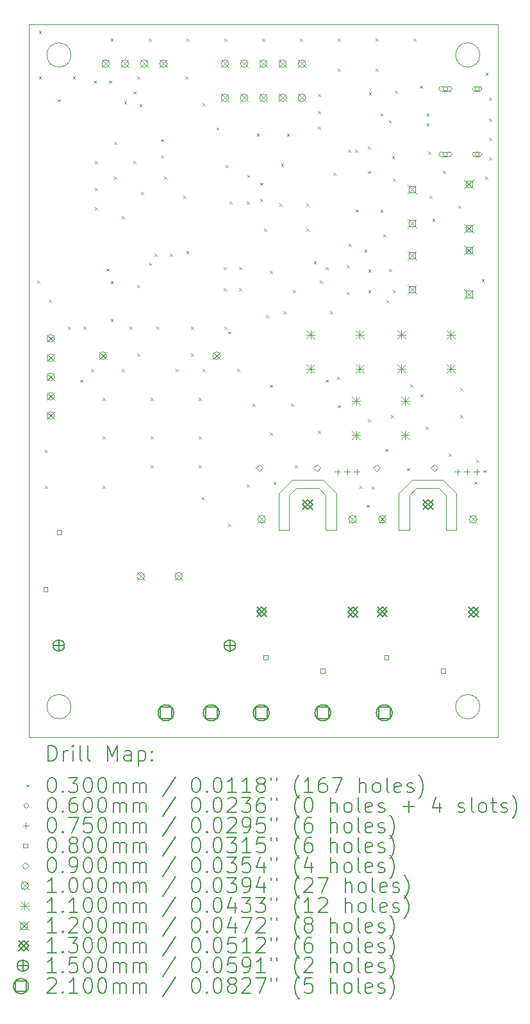
<source format=gbr>
%TF.GenerationSoftware,KiCad,Pcbnew,8.0.7*%
%TF.CreationDate,2025-01-28T00:23:56+01:00*%
%TF.ProjectId,CustomTemperatureController,43757374-6f6d-4546-956d-706572617475,rev?*%
%TF.SameCoordinates,Original*%
%TF.FileFunction,Drillmap*%
%TF.FilePolarity,Positive*%
%FSLAX45Y45*%
G04 Gerber Fmt 4.5, Leading zero omitted, Abs format (unit mm)*
G04 Created by KiCad (PCBNEW 8.0.7) date 2025-01-28 00:23:56*
%MOMM*%
%LPD*%
G01*
G04 APERTURE LIST*
%ADD10C,0.050000*%
%ADD11C,0.200000*%
%ADD12C,0.100000*%
%ADD13C,0.110000*%
%ADD14C,0.120000*%
%ADD15C,0.130000*%
%ADD16C,0.150000*%
%ADD17C,0.210000*%
G04 APERTURE END LIST*
D10*
X13860000Y-14600000D02*
G75*
G02*
X13540000Y-14600000I-160000J0D01*
G01*
X13540000Y-14600000D02*
G75*
G02*
X13860000Y-14600000I160000J0D01*
G01*
X8460000Y-14600000D02*
G75*
G02*
X8140000Y-14600000I-160000J0D01*
G01*
X8140000Y-14600000D02*
G75*
G02*
X8460000Y-14600000I160000J0D01*
G01*
X8460000Y-6000000D02*
G75*
G02*
X8140000Y-6000000I-160000J0D01*
G01*
X8140000Y-6000000D02*
G75*
G02*
X8460000Y-6000000I160000J0D01*
G01*
X13860000Y-6000000D02*
G75*
G02*
X13540000Y-6000000I-160000J0D01*
G01*
X13540000Y-6000000D02*
G75*
G02*
X13860000Y-6000000I160000J0D01*
G01*
X12788900Y-12268200D02*
X12788900Y-11785600D01*
X13373100Y-11607800D02*
X13550900Y-11785600D01*
X13322300Y-11722100D02*
X13411200Y-11811000D01*
X13411200Y-12268200D02*
X13411200Y-11811000D01*
X13550900Y-12268200D02*
X13550900Y-11785600D01*
X13373100Y-11607800D02*
X12966700Y-11607800D01*
X13017500Y-11722100D02*
X12928600Y-11811000D01*
X13550900Y-12268200D02*
X13411200Y-12268200D01*
X12928600Y-11811000D02*
X12928600Y-12268200D01*
X12928600Y-12268200D02*
X12788900Y-12268200D01*
X13322300Y-11722100D02*
X13017500Y-11722100D01*
X12788900Y-11785600D02*
X12966700Y-11607800D01*
X11201400Y-11785600D02*
X11379200Y-11607800D01*
X11785600Y-11607800D02*
X11379200Y-11607800D01*
X11785600Y-11607800D02*
X11963400Y-11785600D01*
X11963400Y-12268200D02*
X11823700Y-12268200D01*
X11734800Y-11722100D02*
X11823700Y-11811000D01*
X11823700Y-12268200D02*
X11823700Y-11811000D01*
X11963400Y-12268200D02*
X11963400Y-11785600D01*
X11201400Y-12268200D02*
X11201400Y-11785600D01*
X11341100Y-12268200D02*
X11201400Y-12268200D01*
X11341100Y-11811000D02*
X11341100Y-12268200D01*
X11430000Y-11722100D02*
X11341100Y-11811000D01*
X11734800Y-11722100D02*
X11430000Y-11722100D01*
X14100000Y-5600000D02*
X7900000Y-5600000D01*
X7900000Y-15000000D02*
X14100000Y-15000000D01*
X14100000Y-15000000D02*
X14100000Y-5600000D01*
X7900000Y-5600000D02*
X7900000Y-15000000D01*
D11*
D12*
X8011400Y-8976600D02*
X8041400Y-9006600D01*
X8041400Y-8976600D02*
X8011400Y-9006600D01*
X8035000Y-5685000D02*
X8065000Y-5715000D01*
X8065000Y-5685000D02*
X8035000Y-5715000D01*
X8035000Y-6285000D02*
X8065000Y-6315000D01*
X8065000Y-6285000D02*
X8035000Y-6315000D01*
X8113000Y-11211800D02*
X8143000Y-11241800D01*
X8143000Y-11211800D02*
X8113000Y-11241800D01*
X8113000Y-11685000D02*
X8143000Y-11715000D01*
X8143000Y-11685000D02*
X8113000Y-11715000D01*
X8163800Y-9230600D02*
X8193800Y-9260600D01*
X8193800Y-9230600D02*
X8163800Y-9260600D01*
X8285000Y-6585000D02*
X8315000Y-6615000D01*
X8315000Y-6585000D02*
X8285000Y-6615000D01*
X8417800Y-9586200D02*
X8447800Y-9616200D01*
X8447800Y-9586200D02*
X8417800Y-9616200D01*
X8485000Y-6285000D02*
X8515000Y-6315000D01*
X8515000Y-6285000D02*
X8485000Y-6315000D01*
X8582900Y-10284700D02*
X8612900Y-10314700D01*
X8612900Y-10284700D02*
X8582900Y-10314700D01*
X8621000Y-9586200D02*
X8651000Y-9616200D01*
X8651000Y-9586200D02*
X8621000Y-9616200D01*
X8722600Y-10145000D02*
X8752600Y-10175000D01*
X8752600Y-10145000D02*
X8722600Y-10175000D01*
X8758660Y-6340550D02*
X8788660Y-6370550D01*
X8788660Y-6340550D02*
X8758660Y-6370550D01*
X8773400Y-7401800D02*
X8803400Y-7431800D01*
X8803400Y-7401800D02*
X8773400Y-7431800D01*
X8773400Y-7757400D02*
X8803400Y-7787400D01*
X8803400Y-7757400D02*
X8773400Y-7787400D01*
X8773400Y-8011400D02*
X8803400Y-8041400D01*
X8803400Y-8011400D02*
X8773400Y-8041400D01*
X8875000Y-10526000D02*
X8905000Y-10556000D01*
X8905000Y-10526000D02*
X8875000Y-10556000D01*
X8875000Y-11034000D02*
X8905000Y-11064000D01*
X8905000Y-11034000D02*
X8875000Y-11064000D01*
X8875000Y-11685000D02*
X8905000Y-11715000D01*
X8905000Y-11685000D02*
X8875000Y-11715000D01*
X8926300Y-8819400D02*
X8956300Y-8849400D01*
X8956300Y-8819400D02*
X8926300Y-8849400D01*
X8961860Y-6340550D02*
X8991860Y-6370550D01*
X8991860Y-6340550D02*
X8961860Y-6370550D01*
X8985000Y-5785000D02*
X9015000Y-5815000D01*
X9015000Y-5785000D02*
X8985000Y-5815000D01*
X8985000Y-8985000D02*
X9015000Y-9015000D01*
X9015000Y-8985000D02*
X8985000Y-9015000D01*
X8985000Y-9485000D02*
X9015000Y-9515000D01*
X9015000Y-9485000D02*
X8985000Y-9515000D01*
X9027400Y-7147800D02*
X9057400Y-7177800D01*
X9057400Y-7147800D02*
X9027400Y-7177800D01*
X9027400Y-7605000D02*
X9057400Y-7635000D01*
X9057400Y-7605000D02*
X9027400Y-7635000D01*
X9129000Y-10145000D02*
X9159000Y-10175000D01*
X9159000Y-10145000D02*
X9129000Y-10175000D01*
X9129500Y-8131250D02*
X9159500Y-8161250D01*
X9159500Y-8131250D02*
X9129500Y-8161250D01*
X9159980Y-6614400D02*
X9189980Y-6644400D01*
X9189980Y-6614400D02*
X9159980Y-6644400D01*
X9230600Y-9586200D02*
X9260600Y-9616200D01*
X9260600Y-9586200D02*
X9230600Y-9616200D01*
X9281400Y-7401800D02*
X9311400Y-7431800D01*
X9311400Y-7401800D02*
X9281400Y-7431800D01*
X9285000Y-6485000D02*
X9315000Y-6515000D01*
X9315000Y-6485000D02*
X9285000Y-6515000D01*
X9332200Y-9941800D02*
X9362200Y-9971800D01*
X9362200Y-9941800D02*
X9332200Y-9971800D01*
X9335000Y-6285000D02*
X9365000Y-6315000D01*
X9365000Y-6285000D02*
X9335000Y-6315000D01*
X9335000Y-9035000D02*
X9365000Y-9065000D01*
X9365000Y-9035000D02*
X9335000Y-9065000D01*
X9365720Y-6647890D02*
X9395720Y-6677890D01*
X9395720Y-6647890D02*
X9365720Y-6677890D01*
X9383000Y-7808200D02*
X9413000Y-7838200D01*
X9413000Y-7808200D02*
X9383000Y-7838200D01*
X9485000Y-5785000D02*
X9515000Y-5815000D01*
X9515000Y-5785000D02*
X9485000Y-5815000D01*
X9489680Y-8742920D02*
X9519680Y-8772920D01*
X9519680Y-8742920D02*
X9489680Y-8772920D01*
X9510000Y-10526000D02*
X9540000Y-10556000D01*
X9540000Y-10526000D02*
X9510000Y-10556000D01*
X9510000Y-11034000D02*
X9540000Y-11064000D01*
X9540000Y-11034000D02*
X9510000Y-11064000D01*
X9510000Y-11415000D02*
X9540000Y-11445000D01*
X9540000Y-11415000D02*
X9510000Y-11445000D01*
X9560800Y-8621000D02*
X9590800Y-8651000D01*
X9590800Y-8621000D02*
X9560800Y-8651000D01*
X9586200Y-9586200D02*
X9616200Y-9616200D01*
X9616200Y-9586200D02*
X9586200Y-9616200D01*
X9649393Y-7111530D02*
X9679393Y-7141530D01*
X9679393Y-7111530D02*
X9649393Y-7141530D01*
X9649700Y-7325600D02*
X9679700Y-7355600D01*
X9679700Y-7325600D02*
X9649700Y-7355600D01*
X9687800Y-7605000D02*
X9717800Y-7635000D01*
X9717800Y-7605000D02*
X9687800Y-7635000D01*
X9764000Y-8621000D02*
X9794000Y-8651000D01*
X9794000Y-8621000D02*
X9764000Y-8651000D01*
X9840200Y-10145000D02*
X9870200Y-10175000D01*
X9870200Y-10145000D02*
X9840200Y-10175000D01*
X9941800Y-7859000D02*
X9971800Y-7889000D01*
X9971800Y-7859000D02*
X9941800Y-7889000D01*
X9967700Y-6284200D02*
X9997700Y-6314200D01*
X9997700Y-6284200D02*
X9967700Y-6314200D01*
X9980400Y-8588450D02*
X10010400Y-8618450D01*
X10010400Y-8588450D02*
X9980400Y-8618450D01*
X9985000Y-5785000D02*
X10015000Y-5815000D01*
X10015000Y-5785000D02*
X9985000Y-5815000D01*
X10043400Y-9586200D02*
X10073400Y-9616200D01*
X10073400Y-9586200D02*
X10043400Y-9616200D01*
X10043400Y-9941800D02*
X10073400Y-9971800D01*
X10073400Y-9941800D02*
X10043400Y-9971800D01*
X10145000Y-10526000D02*
X10175000Y-10556000D01*
X10175000Y-10526000D02*
X10145000Y-10556000D01*
X10145000Y-11034000D02*
X10175000Y-11064000D01*
X10175000Y-11034000D02*
X10145000Y-11064000D01*
X10145000Y-11415000D02*
X10175000Y-11445000D01*
X10175000Y-11415000D02*
X10145000Y-11445000D01*
X10185000Y-11835000D02*
X10215000Y-11865000D01*
X10215000Y-11835000D02*
X10185000Y-11865000D01*
X10195800Y-6639800D02*
X10225800Y-6669800D01*
X10225800Y-6639800D02*
X10195800Y-6669800D01*
X10195800Y-10145000D02*
X10225800Y-10175000D01*
X10225800Y-10145000D02*
X10195800Y-10175000D01*
X10378680Y-6957300D02*
X10408680Y-6987300D01*
X10408680Y-6957300D02*
X10378680Y-6987300D01*
X10475200Y-8798800D02*
X10505200Y-8828800D01*
X10505200Y-8798800D02*
X10475200Y-8828800D01*
X10475200Y-9078200D02*
X10505200Y-9108200D01*
X10505200Y-9078200D02*
X10475200Y-9108200D01*
X10485000Y-5785000D02*
X10515000Y-5815000D01*
X10515000Y-5785000D02*
X10485000Y-5815000D01*
X10487900Y-9586200D02*
X10517900Y-9616200D01*
X10517900Y-9586200D02*
X10487900Y-9616200D01*
X10500600Y-7452600D02*
X10530600Y-7482600D01*
X10530600Y-7452600D02*
X10500600Y-7482600D01*
X10535000Y-12185000D02*
X10565000Y-12215000D01*
X10565000Y-12185000D02*
X10535000Y-12215000D01*
X10538700Y-9649700D02*
X10568700Y-9679700D01*
X10568700Y-9649700D02*
X10538700Y-9679700D01*
X10551400Y-7935200D02*
X10581400Y-7965200D01*
X10581400Y-7935200D02*
X10551400Y-7965200D01*
X10653000Y-10145000D02*
X10683000Y-10175000D01*
X10683000Y-10145000D02*
X10653000Y-10175000D01*
X10678400Y-8798800D02*
X10708400Y-8828800D01*
X10708400Y-8798800D02*
X10678400Y-8828800D01*
X10678400Y-9078200D02*
X10708400Y-9108200D01*
X10708400Y-9078200D02*
X10678400Y-9108200D01*
X10780000Y-7935200D02*
X10810000Y-7965200D01*
X10810000Y-7935200D02*
X10780000Y-7965200D01*
X10780000Y-11669000D02*
X10810000Y-11699000D01*
X10810000Y-11669000D02*
X10780000Y-11699000D01*
X10785000Y-7585000D02*
X10815000Y-7615000D01*
X10815000Y-7585000D02*
X10785000Y-7615000D01*
X10856200Y-10602200D02*
X10886200Y-10632200D01*
X10886200Y-10602200D02*
X10856200Y-10632200D01*
X10914220Y-7037380D02*
X10944220Y-7067380D01*
X10944220Y-7037380D02*
X10914220Y-7067380D01*
X10957800Y-7687400D02*
X10987800Y-7717400D01*
X10987800Y-7687400D02*
X10957800Y-7717400D01*
X10957800Y-7903600D02*
X10987800Y-7933600D01*
X10987800Y-7903600D02*
X10957800Y-7933600D01*
X10985000Y-5785000D02*
X11015000Y-5815000D01*
X11015000Y-5785000D02*
X10985000Y-5815000D01*
X11008600Y-8290800D02*
X11038600Y-8320800D01*
X11038600Y-8290800D02*
X11008600Y-8320800D01*
X11034000Y-9433800D02*
X11064000Y-9463800D01*
X11064000Y-9433800D02*
X11034000Y-9463800D01*
X11084800Y-8849600D02*
X11114800Y-8879600D01*
X11114800Y-8849600D02*
X11084800Y-8879600D01*
X11084800Y-10354700D02*
X11114800Y-10384700D01*
X11114800Y-10354700D02*
X11084800Y-10384700D01*
X11085000Y-10985000D02*
X11115000Y-11015000D01*
X11115000Y-10985000D02*
X11085000Y-11015000D01*
X11135000Y-11635000D02*
X11165000Y-11665000D01*
X11165000Y-11635000D02*
X11135000Y-11665000D01*
X11211800Y-7960600D02*
X11241800Y-7990600D01*
X11241800Y-7960600D02*
X11211800Y-7990600D01*
X11235000Y-7435000D02*
X11265000Y-7465000D01*
X11265000Y-7435000D02*
X11235000Y-7465000D01*
X11262600Y-9383000D02*
X11292600Y-9413000D01*
X11292600Y-9383000D02*
X11262600Y-9413000D01*
X11313000Y-7037380D02*
X11343000Y-7067380D01*
X11343000Y-7037380D02*
X11313000Y-7067380D01*
X11364200Y-10602200D02*
X11394200Y-10632200D01*
X11394200Y-10602200D02*
X11364200Y-10632200D01*
X11389600Y-9103600D02*
X11419600Y-9133600D01*
X11419600Y-9103600D02*
X11389600Y-9133600D01*
X11415000Y-11415000D02*
X11445000Y-11445000D01*
X11445000Y-11415000D02*
X11415000Y-11445000D01*
X11485000Y-5785000D02*
X11515000Y-5815000D01*
X11515000Y-5785000D02*
X11485000Y-5815000D01*
X11567400Y-7960600D02*
X11597400Y-7990600D01*
X11597400Y-7960600D02*
X11567400Y-7990600D01*
X11567400Y-8290800D02*
X11597400Y-8320800D01*
X11597400Y-8290800D02*
X11567400Y-8320800D01*
X11667600Y-8724000D02*
X11697600Y-8754000D01*
X11697600Y-8724000D02*
X11667600Y-8754000D01*
X11719800Y-6512800D02*
X11749800Y-6542800D01*
X11749800Y-6512800D02*
X11719800Y-6542800D01*
X11719800Y-6741400D02*
X11749800Y-6771400D01*
X11749800Y-6741400D02*
X11719800Y-6771400D01*
X11719800Y-6944600D02*
X11749800Y-6974600D01*
X11749800Y-6944600D02*
X11719800Y-6974600D01*
X11719800Y-10957800D02*
X11749800Y-10987800D01*
X11749800Y-10957800D02*
X11719800Y-10987800D01*
X11745200Y-8976600D02*
X11775200Y-9006600D01*
X11775200Y-8976600D02*
X11745200Y-9006600D01*
X11821400Y-8798800D02*
X11851400Y-8828800D01*
X11851400Y-8798800D02*
X11821400Y-8828800D01*
X11821400Y-10284700D02*
X11851400Y-10314700D01*
X11851400Y-10284700D02*
X11821400Y-10314700D01*
X11885000Y-9385000D02*
X11915000Y-9415000D01*
X11915000Y-9385000D02*
X11885000Y-9415000D01*
X11923000Y-7554200D02*
X11953000Y-7584200D01*
X11953000Y-7554200D02*
X11923000Y-7584200D01*
X11973800Y-10246600D02*
X12003800Y-10276600D01*
X12003800Y-10246600D02*
X11973800Y-10276600D01*
X11985000Y-5785000D02*
X12015000Y-5815000D01*
X12015000Y-5785000D02*
X11985000Y-5815000D01*
X11985000Y-6185000D02*
X12015000Y-6215000D01*
X12015000Y-6185000D02*
X11985000Y-6215000D01*
X11985000Y-10623000D02*
X12015000Y-10653000D01*
X12015000Y-10623000D02*
X11985000Y-10653000D01*
X12100800Y-8773400D02*
X12130800Y-8803400D01*
X12130800Y-8773400D02*
X12100800Y-8803400D01*
X12100800Y-9129000D02*
X12130800Y-9159000D01*
X12130800Y-9129000D02*
X12100800Y-9159000D01*
X12121620Y-7251530D02*
X12151620Y-7281530D01*
X12151620Y-7251530D02*
X12121620Y-7281530D01*
X12126200Y-8494000D02*
X12156200Y-8524000D01*
X12156200Y-8494000D02*
X12126200Y-8524000D01*
X12213060Y-7251530D02*
X12243060Y-7281530D01*
X12243060Y-7251530D02*
X12213060Y-7281530D01*
X12221310Y-8043010D02*
X12251310Y-8073010D01*
X12251310Y-8043010D02*
X12221310Y-8073010D01*
X12272250Y-11688050D02*
X12302250Y-11718050D01*
X12302250Y-11688050D02*
X12272250Y-11718050D01*
X12335000Y-8570200D02*
X12365000Y-8600200D01*
X12365000Y-8570200D02*
X12335000Y-8600200D01*
X12367500Y-11935700D02*
X12397500Y-11965700D01*
X12397500Y-11935700D02*
X12367500Y-11965700D01*
X12380200Y-7531680D02*
X12410200Y-7561680D01*
X12410200Y-7531680D02*
X12380200Y-7561680D01*
X12380200Y-10805400D02*
X12410200Y-10835400D01*
X12410200Y-10805400D02*
X12380200Y-10835400D01*
X12380700Y-7208350D02*
X12410700Y-7238350D01*
X12410700Y-7208350D02*
X12380700Y-7238350D01*
X12385000Y-8835000D02*
X12415000Y-8865000D01*
X12415000Y-8835000D02*
X12385000Y-8865000D01*
X12385000Y-9103600D02*
X12415000Y-9133600D01*
X12415000Y-9103600D02*
X12385000Y-9133600D01*
X12395080Y-6495950D02*
X12425080Y-6525950D01*
X12425080Y-6495950D02*
X12395080Y-6525950D01*
X12431000Y-11694400D02*
X12461000Y-11724400D01*
X12461000Y-11694400D02*
X12431000Y-11724400D01*
X12485000Y-5785000D02*
X12515000Y-5815000D01*
X12515000Y-5785000D02*
X12485000Y-5815000D01*
X12485000Y-6185000D02*
X12515000Y-6215000D01*
X12515000Y-6185000D02*
X12485000Y-6215000D01*
X12547480Y-6772250D02*
X12577480Y-6802250D01*
X12577480Y-6772250D02*
X12547480Y-6802250D01*
X12547480Y-8047320D02*
X12577480Y-8077320D01*
X12577480Y-8047320D02*
X12547480Y-8077320D01*
X12583400Y-8367000D02*
X12613400Y-8397000D01*
X12613400Y-8367000D02*
X12583400Y-8397000D01*
X12608800Y-11199100D02*
X12638800Y-11229100D01*
X12638800Y-11199100D02*
X12608800Y-11229100D01*
X12629120Y-9240760D02*
X12659120Y-9270760D01*
X12659120Y-9240760D02*
X12629120Y-9270760D01*
X12658104Y-6864250D02*
X12688104Y-6894250D01*
X12688104Y-6864250D02*
X12658104Y-6894250D01*
X12659600Y-8824200D02*
X12689600Y-8854200D01*
X12689600Y-8824200D02*
X12659600Y-8854200D01*
X12685000Y-10754600D02*
X12715000Y-10784600D01*
X12715000Y-10754600D02*
X12685000Y-10784600D01*
X12698200Y-7335350D02*
X12728200Y-7365350D01*
X12728200Y-7335350D02*
X12698200Y-7365350D01*
X12710400Y-7630400D02*
X12740400Y-7660400D01*
X12740400Y-7630400D02*
X12710400Y-7660400D01*
X12710400Y-9103600D02*
X12740400Y-9133600D01*
X12740400Y-9103600D02*
X12710400Y-9133600D01*
X12737980Y-6470550D02*
X12767980Y-6500550D01*
X12767980Y-6470550D02*
X12737980Y-6500550D01*
X12900900Y-11453100D02*
X12930900Y-11483100D01*
X12930900Y-11453100D02*
X12900900Y-11483100D01*
X12939000Y-10348200D02*
X12969000Y-10378200D01*
X12969000Y-10348200D02*
X12939000Y-10378200D01*
X12985000Y-5785000D02*
X13015000Y-5815000D01*
X13015000Y-5785000D02*
X12985000Y-5815000D01*
X13068180Y-6407050D02*
X13098180Y-6437050D01*
X13098180Y-6407050D02*
X13068180Y-6437050D01*
X13076160Y-10480280D02*
X13106160Y-10510280D01*
X13106160Y-10480280D02*
X13076160Y-10510280D01*
X13142200Y-10907000D02*
X13172200Y-10937000D01*
X13172200Y-10907000D02*
X13142200Y-10937000D01*
X13157080Y-6774250D02*
X13187080Y-6804250D01*
X13187080Y-6774250D02*
X13157080Y-6804250D01*
X13157080Y-6904250D02*
X13187080Y-6934250D01*
X13187080Y-6904250D02*
X13157080Y-6934250D01*
X13180300Y-7274800D02*
X13210300Y-7304800D01*
X13210300Y-7274800D02*
X13180300Y-7304800D01*
X13193000Y-7859000D02*
X13223000Y-7889000D01*
X13223000Y-7859000D02*
X13193000Y-7889000D01*
X13235000Y-8163800D02*
X13265000Y-8193800D01*
X13265000Y-8163800D02*
X13235000Y-8193800D01*
X13370800Y-7528800D02*
X13400800Y-7558800D01*
X13400800Y-7528800D02*
X13370800Y-7558800D01*
X13447000Y-11262600D02*
X13477000Y-11292600D01*
X13477000Y-11262600D02*
X13447000Y-11292600D01*
X13574000Y-7986000D02*
X13604000Y-8016000D01*
X13604000Y-7986000D02*
X13574000Y-8016000D01*
X13599400Y-10399000D02*
X13629400Y-10429000D01*
X13629400Y-10399000D02*
X13599400Y-10429000D01*
X13599400Y-10754600D02*
X13629400Y-10784600D01*
X13629400Y-10754600D02*
X13599400Y-10784600D01*
X13789900Y-11630900D02*
X13819900Y-11660900D01*
X13819900Y-11630900D02*
X13789900Y-11660900D01*
X13815300Y-11338800D02*
X13845300Y-11368800D01*
X13845300Y-11338800D02*
X13815300Y-11368800D01*
X13885000Y-8959650D02*
X13915000Y-8989650D01*
X13915000Y-8959650D02*
X13885000Y-8989650D01*
X13904200Y-11478500D02*
X13934200Y-11508500D01*
X13934200Y-11478500D02*
X13904200Y-11508500D01*
X13929600Y-7605000D02*
X13959600Y-7635000D01*
X13959600Y-7605000D02*
X13929600Y-7635000D01*
X13935000Y-6235000D02*
X13965000Y-6265000D01*
X13965000Y-6235000D02*
X13935000Y-6265000D01*
X13980400Y-6563600D02*
X14010400Y-6593600D01*
X14010400Y-6563600D02*
X13980400Y-6593600D01*
X13980400Y-6843000D02*
X14010400Y-6873000D01*
X14010400Y-6843000D02*
X13980400Y-6873000D01*
X13980400Y-7097000D02*
X14010400Y-7127000D01*
X14010400Y-7097000D02*
X13980400Y-7127000D01*
X13980400Y-7351000D02*
X14010400Y-7381000D01*
X14010400Y-7351000D02*
X13980400Y-7381000D01*
X13435180Y-6447250D02*
G75*
G02*
X13375180Y-6447250I-30000J0D01*
G01*
X13375180Y-6447250D02*
G75*
G02*
X13435180Y-6447250I30000J0D01*
G01*
X13350180Y-6477250D02*
X13460180Y-6477250D01*
X13460180Y-6417250D02*
G75*
G02*
X13460180Y-6477250I0J-30000D01*
G01*
X13460180Y-6417250D02*
X13350180Y-6417250D01*
X13350180Y-6417250D02*
G75*
G03*
X13350180Y-6477250I0J-30000D01*
G01*
X13435180Y-7311250D02*
G75*
G02*
X13375180Y-7311250I-30000J0D01*
G01*
X13375180Y-7311250D02*
G75*
G02*
X13435180Y-7311250I30000J0D01*
G01*
X13350180Y-7341250D02*
X13460180Y-7341250D01*
X13460180Y-7281250D02*
G75*
G02*
X13460180Y-7341250I0J-30000D01*
G01*
X13460180Y-7281250D02*
X13350180Y-7281250D01*
X13350180Y-7281250D02*
G75*
G03*
X13350180Y-7341250I0J-30000D01*
G01*
X13853180Y-6447250D02*
G75*
G02*
X13793180Y-6447250I-30000J0D01*
G01*
X13793180Y-6447250D02*
G75*
G02*
X13853180Y-6447250I30000J0D01*
G01*
X13793180Y-6477250D02*
X13853180Y-6477250D01*
X13853180Y-6417250D02*
G75*
G02*
X13853180Y-6477250I0J-30000D01*
G01*
X13853180Y-6417250D02*
X13793180Y-6417250D01*
X13793180Y-6417250D02*
G75*
G03*
X13793180Y-6477250I0J-30000D01*
G01*
X13853180Y-7311250D02*
G75*
G02*
X13793180Y-7311250I-30000J0D01*
G01*
X13793180Y-7311250D02*
G75*
G02*
X13853180Y-7311250I30000J0D01*
G01*
X13793180Y-7341250D02*
X13853180Y-7341250D01*
X13853180Y-7281250D02*
G75*
G02*
X13853180Y-7341250I0J-30000D01*
G01*
X13853180Y-7281250D02*
X13793180Y-7281250D01*
X13793180Y-7281250D02*
G75*
G03*
X13793180Y-7341250I0J-30000D01*
G01*
X11978640Y-11462500D02*
X11978640Y-11537500D01*
X11941140Y-11500000D02*
X12016140Y-11500000D01*
X12105640Y-11462500D02*
X12105640Y-11537500D01*
X12068140Y-11500000D02*
X12143140Y-11500000D01*
X12232640Y-11462500D02*
X12232640Y-11537500D01*
X12195140Y-11500000D02*
X12270140Y-11500000D01*
X13563600Y-11462500D02*
X13563600Y-11537500D01*
X13526100Y-11500000D02*
X13601100Y-11500000D01*
X13690600Y-11462500D02*
X13690600Y-11537500D01*
X13653100Y-11500000D02*
X13728100Y-11500000D01*
X13817600Y-11462500D02*
X13817600Y-11537500D01*
X13780100Y-11500000D02*
X13855100Y-11500000D01*
X8149634Y-13077884D02*
X8149634Y-13021315D01*
X8093065Y-13021315D01*
X8093065Y-13077884D01*
X8149634Y-13077884D01*
X8329634Y-12327884D02*
X8329634Y-12271315D01*
X8273065Y-12271315D01*
X8273065Y-12327884D01*
X8329634Y-12327884D01*
X11060445Y-13976924D02*
X11060445Y-13920355D01*
X11003876Y-13920355D01*
X11003876Y-13976924D01*
X11060445Y-13976924D01*
X11810444Y-14156924D02*
X11810444Y-14100355D01*
X11753875Y-14100355D01*
X11753875Y-14156924D01*
X11810444Y-14156924D01*
X12654524Y-13977264D02*
X12654524Y-13920695D01*
X12597955Y-13920695D01*
X12597955Y-13977264D01*
X12654524Y-13977264D01*
X13404524Y-14157264D02*
X13404524Y-14100695D01*
X13347955Y-14100695D01*
X13347955Y-14157264D01*
X13404524Y-14157264D01*
X10947400Y-11495000D02*
X10992400Y-11450000D01*
X10947400Y-11405000D01*
X10902400Y-11450000D01*
X10947400Y-11495000D01*
X11709400Y-11495000D02*
X11754400Y-11450000D01*
X11709400Y-11405000D01*
X11664400Y-11450000D01*
X11709400Y-11495000D01*
X12496800Y-11495000D02*
X12541800Y-11450000D01*
X12496800Y-11405000D01*
X12451800Y-11450000D01*
X12496800Y-11495000D01*
X13258800Y-11495000D02*
X13303800Y-11450000D01*
X13258800Y-11405000D01*
X13213800Y-11450000D01*
X13258800Y-11495000D01*
X8141500Y-9691400D02*
X8241500Y-9791400D01*
X8241500Y-9691400D02*
X8141500Y-9791400D01*
X8241500Y-9741400D02*
G75*
G02*
X8141500Y-9741400I-50000J0D01*
G01*
X8141500Y-9741400D02*
G75*
G02*
X8241500Y-9741400I50000J0D01*
G01*
X8141500Y-9945400D02*
X8241500Y-10045400D01*
X8241500Y-9945400D02*
X8141500Y-10045400D01*
X8241500Y-9995400D02*
G75*
G02*
X8141500Y-9995400I-50000J0D01*
G01*
X8141500Y-9995400D02*
G75*
G02*
X8241500Y-9995400I50000J0D01*
G01*
X8141500Y-10199400D02*
X8241500Y-10299400D01*
X8241500Y-10199400D02*
X8141500Y-10299400D01*
X8241500Y-10249400D02*
G75*
G02*
X8141500Y-10249400I-50000J0D01*
G01*
X8141500Y-10249400D02*
G75*
G02*
X8241500Y-10249400I50000J0D01*
G01*
X8141500Y-10453400D02*
X8241500Y-10553400D01*
X8241500Y-10453400D02*
X8141500Y-10553400D01*
X8241500Y-10503400D02*
G75*
G02*
X8141500Y-10503400I-50000J0D01*
G01*
X8141500Y-10503400D02*
G75*
G02*
X8241500Y-10503400I50000J0D01*
G01*
X8141500Y-10707400D02*
X8241500Y-10807400D01*
X8241500Y-10707400D02*
X8141500Y-10807400D01*
X8241500Y-10757400D02*
G75*
G02*
X8141500Y-10757400I-50000J0D01*
G01*
X8141500Y-10757400D02*
G75*
G02*
X8241500Y-10757400I50000J0D01*
G01*
X8830600Y-9919800D02*
X8930600Y-10019800D01*
X8930600Y-9919800D02*
X8830600Y-10019800D01*
X8930600Y-9969800D02*
G75*
G02*
X8830600Y-9969800I-50000J0D01*
G01*
X8830600Y-9969800D02*
G75*
G02*
X8930600Y-9969800I50000J0D01*
G01*
X8868000Y-6064250D02*
X8968000Y-6164250D01*
X8968000Y-6064250D02*
X8868000Y-6164250D01*
X8968000Y-6114250D02*
G75*
G02*
X8868000Y-6114250I-50000J0D01*
G01*
X8868000Y-6114250D02*
G75*
G02*
X8968000Y-6114250I50000J0D01*
G01*
X9122000Y-6064250D02*
X9222000Y-6164250D01*
X9222000Y-6064250D02*
X9122000Y-6164250D01*
X9222000Y-6114250D02*
G75*
G02*
X9122000Y-6114250I-50000J0D01*
G01*
X9122000Y-6114250D02*
G75*
G02*
X9222000Y-6114250I50000J0D01*
G01*
X9330600Y-12827800D02*
X9430600Y-12927800D01*
X9430600Y-12827800D02*
X9330600Y-12927800D01*
X9430600Y-12877800D02*
G75*
G02*
X9330600Y-12877800I-50000J0D01*
G01*
X9330600Y-12877800D02*
G75*
G02*
X9430600Y-12877800I50000J0D01*
G01*
X9376000Y-6064250D02*
X9476000Y-6164250D01*
X9476000Y-6064250D02*
X9376000Y-6164250D01*
X9476000Y-6114250D02*
G75*
G02*
X9376000Y-6114250I-50000J0D01*
G01*
X9376000Y-6114250D02*
G75*
G02*
X9476000Y-6114250I50000J0D01*
G01*
X9630000Y-6064250D02*
X9730000Y-6164250D01*
X9730000Y-6064250D02*
X9630000Y-6164250D01*
X9730000Y-6114250D02*
G75*
G02*
X9630000Y-6114250I-50000J0D01*
G01*
X9630000Y-6114250D02*
G75*
G02*
X9730000Y-6114250I50000J0D01*
G01*
X9830600Y-12827800D02*
X9930600Y-12927800D01*
X9930600Y-12827800D02*
X9830600Y-12927800D01*
X9930600Y-12877800D02*
G75*
G02*
X9830600Y-12877800I-50000J0D01*
G01*
X9830600Y-12877800D02*
G75*
G02*
X9930600Y-12877800I50000J0D01*
G01*
X10330600Y-9919800D02*
X10430600Y-10019800D01*
X10430600Y-9919800D02*
X10330600Y-10019800D01*
X10430600Y-9969800D02*
G75*
G02*
X10330600Y-9969800I-50000J0D01*
G01*
X10330600Y-9969800D02*
G75*
G02*
X10430600Y-9969800I50000J0D01*
G01*
X10442500Y-6065150D02*
X10542500Y-6165150D01*
X10542500Y-6065150D02*
X10442500Y-6165150D01*
X10542500Y-6115150D02*
G75*
G02*
X10442500Y-6115150I-50000J0D01*
G01*
X10442500Y-6115150D02*
G75*
G02*
X10542500Y-6115150I50000J0D01*
G01*
X10442500Y-6515150D02*
X10542500Y-6615150D01*
X10542500Y-6515150D02*
X10442500Y-6615150D01*
X10542500Y-6565150D02*
G75*
G02*
X10442500Y-6565150I-50000J0D01*
G01*
X10442500Y-6565150D02*
G75*
G02*
X10542500Y-6565150I50000J0D01*
G01*
X10696500Y-6065150D02*
X10796500Y-6165150D01*
X10796500Y-6065150D02*
X10696500Y-6165150D01*
X10796500Y-6115150D02*
G75*
G02*
X10696500Y-6115150I-50000J0D01*
G01*
X10696500Y-6115150D02*
G75*
G02*
X10796500Y-6115150I50000J0D01*
G01*
X10696500Y-6515150D02*
X10796500Y-6615150D01*
X10796500Y-6515150D02*
X10696500Y-6615150D01*
X10796500Y-6565150D02*
G75*
G02*
X10696500Y-6565150I-50000J0D01*
G01*
X10696500Y-6565150D02*
G75*
G02*
X10796500Y-6565150I50000J0D01*
G01*
X10928400Y-12077200D02*
X11028400Y-12177200D01*
X11028400Y-12077200D02*
X10928400Y-12177200D01*
X11028400Y-12127200D02*
G75*
G02*
X10928400Y-12127200I-50000J0D01*
G01*
X10928400Y-12127200D02*
G75*
G02*
X11028400Y-12127200I50000J0D01*
G01*
X10950500Y-6065150D02*
X11050500Y-6165150D01*
X11050500Y-6065150D02*
X10950500Y-6165150D01*
X11050500Y-6115150D02*
G75*
G02*
X10950500Y-6115150I-50000J0D01*
G01*
X10950500Y-6115150D02*
G75*
G02*
X11050500Y-6115150I50000J0D01*
G01*
X10950500Y-6515150D02*
X11050500Y-6615150D01*
X11050500Y-6515150D02*
X10950500Y-6615150D01*
X11050500Y-6565150D02*
G75*
G02*
X10950500Y-6565150I-50000J0D01*
G01*
X10950500Y-6565150D02*
G75*
G02*
X11050500Y-6565150I50000J0D01*
G01*
X11204500Y-6065150D02*
X11304500Y-6165150D01*
X11304500Y-6065150D02*
X11204500Y-6165150D01*
X11304500Y-6115150D02*
G75*
G02*
X11204500Y-6115150I-50000J0D01*
G01*
X11204500Y-6115150D02*
G75*
G02*
X11304500Y-6115150I50000J0D01*
G01*
X11204500Y-6515150D02*
X11304500Y-6615150D01*
X11304500Y-6515150D02*
X11204500Y-6615150D01*
X11304500Y-6565150D02*
G75*
G02*
X11204500Y-6565150I-50000J0D01*
G01*
X11204500Y-6565150D02*
G75*
G02*
X11304500Y-6565150I50000J0D01*
G01*
X11458500Y-6065150D02*
X11558500Y-6165150D01*
X11558500Y-6065150D02*
X11458500Y-6165150D01*
X11558500Y-6115150D02*
G75*
G02*
X11458500Y-6115150I-50000J0D01*
G01*
X11458500Y-6115150D02*
G75*
G02*
X11558500Y-6115150I50000J0D01*
G01*
X11458500Y-6515150D02*
X11558500Y-6615150D01*
X11558500Y-6515150D02*
X11458500Y-6615150D01*
X11558500Y-6565150D02*
G75*
G02*
X11458500Y-6565150I-50000J0D01*
G01*
X11458500Y-6565150D02*
G75*
G02*
X11558500Y-6565150I50000J0D01*
G01*
X12128400Y-12077200D02*
X12228400Y-12177200D01*
X12228400Y-12077200D02*
X12128400Y-12177200D01*
X12228400Y-12127200D02*
G75*
G02*
X12128400Y-12127200I-50000J0D01*
G01*
X12128400Y-12127200D02*
G75*
G02*
X12228400Y-12127200I50000J0D01*
G01*
X12521400Y-12077460D02*
X12621400Y-12177460D01*
X12621400Y-12077460D02*
X12521400Y-12177460D01*
X12621400Y-12127460D02*
G75*
G02*
X12521400Y-12127460I-50000J0D01*
G01*
X12521400Y-12127460D02*
G75*
G02*
X12621400Y-12127460I50000J0D01*
G01*
X13721400Y-12077460D02*
X13821400Y-12177460D01*
X13821400Y-12077460D02*
X13721400Y-12177460D01*
X13821400Y-12127460D02*
G75*
G02*
X13721400Y-12127460I-50000J0D01*
G01*
X13721400Y-12127460D02*
G75*
G02*
X13821400Y-12127460I50000J0D01*
G01*
D13*
X11568000Y-9638200D02*
X11678000Y-9748200D01*
X11678000Y-9638200D02*
X11568000Y-9748200D01*
X11623000Y-9638200D02*
X11623000Y-9748200D01*
X11568000Y-9693200D02*
X11678000Y-9693200D01*
X11568000Y-10088200D02*
X11678000Y-10198200D01*
X11678000Y-10088200D02*
X11568000Y-10198200D01*
X11623000Y-10088200D02*
X11623000Y-10198200D01*
X11568000Y-10143200D02*
X11678000Y-10143200D01*
X12170000Y-10511400D02*
X12280000Y-10621400D01*
X12280000Y-10511400D02*
X12170000Y-10621400D01*
X12225000Y-10511400D02*
X12225000Y-10621400D01*
X12170000Y-10566400D02*
X12280000Y-10566400D01*
X12170000Y-10961400D02*
X12280000Y-11071400D01*
X12280000Y-10961400D02*
X12170000Y-11071400D01*
X12225000Y-10961400D02*
X12225000Y-11071400D01*
X12170000Y-11016400D02*
X12280000Y-11016400D01*
X12218000Y-9638200D02*
X12328000Y-9748200D01*
X12328000Y-9638200D02*
X12218000Y-9748200D01*
X12273000Y-9638200D02*
X12273000Y-9748200D01*
X12218000Y-9693200D02*
X12328000Y-9693200D01*
X12218000Y-10088200D02*
X12328000Y-10198200D01*
X12328000Y-10088200D02*
X12218000Y-10198200D01*
X12273000Y-10088200D02*
X12273000Y-10198200D01*
X12218000Y-10143200D02*
X12328000Y-10143200D01*
X12768000Y-9638200D02*
X12878000Y-9748200D01*
X12878000Y-9638200D02*
X12768000Y-9748200D01*
X12823000Y-9638200D02*
X12823000Y-9748200D01*
X12768000Y-9693200D02*
X12878000Y-9693200D01*
X12768000Y-10088200D02*
X12878000Y-10198200D01*
X12878000Y-10088200D02*
X12768000Y-10198200D01*
X12823000Y-10088200D02*
X12823000Y-10198200D01*
X12768000Y-10143200D02*
X12878000Y-10143200D01*
X12820000Y-10511400D02*
X12930000Y-10621400D01*
X12930000Y-10511400D02*
X12820000Y-10621400D01*
X12875000Y-10511400D02*
X12875000Y-10621400D01*
X12820000Y-10566400D02*
X12930000Y-10566400D01*
X12820000Y-10961400D02*
X12930000Y-11071400D01*
X12930000Y-10961400D02*
X12820000Y-11071400D01*
X12875000Y-10961400D02*
X12875000Y-11071400D01*
X12820000Y-11016400D02*
X12930000Y-11016400D01*
X13418000Y-9638200D02*
X13528000Y-9748200D01*
X13528000Y-9638200D02*
X13418000Y-9748200D01*
X13473000Y-9638200D02*
X13473000Y-9748200D01*
X13418000Y-9693200D02*
X13528000Y-9693200D01*
X13418000Y-10088200D02*
X13528000Y-10198200D01*
X13528000Y-10088200D02*
X13418000Y-10198200D01*
X13473000Y-10088200D02*
X13473000Y-10198200D01*
X13418000Y-10143200D02*
X13528000Y-10143200D01*
D14*
X12904400Y-7711250D02*
X13024400Y-7831250D01*
X13024400Y-7711250D02*
X12904400Y-7831250D01*
X13006827Y-7813677D02*
X13006827Y-7728823D01*
X12921973Y-7728823D01*
X12921973Y-7813677D01*
X13006827Y-7813677D01*
X12904400Y-8161250D02*
X13024400Y-8281250D01*
X13024400Y-8161250D02*
X12904400Y-8281250D01*
X13006827Y-8263677D02*
X13006827Y-8178823D01*
X12921973Y-8178823D01*
X12921973Y-8263677D01*
X13006827Y-8263677D01*
X12904400Y-8582050D02*
X13024400Y-8702050D01*
X13024400Y-8582050D02*
X12904400Y-8702050D01*
X13006827Y-8684477D02*
X13006827Y-8599623D01*
X12921973Y-8599623D01*
X12921973Y-8684477D01*
X13006827Y-8684477D01*
X12904400Y-9032050D02*
X13024400Y-9152050D01*
X13024400Y-9032050D02*
X12904400Y-9152050D01*
X13006827Y-9134477D02*
X13006827Y-9049623D01*
X12921973Y-9049623D01*
X12921973Y-9134477D01*
X13006827Y-9134477D01*
X13654400Y-7646250D02*
X13774400Y-7766250D01*
X13774400Y-7646250D02*
X13654400Y-7766250D01*
X13756827Y-7748677D02*
X13756827Y-7663823D01*
X13671973Y-7663823D01*
X13671973Y-7748677D01*
X13756827Y-7748677D01*
X13654400Y-8226250D02*
X13774400Y-8346250D01*
X13774400Y-8226250D02*
X13654400Y-8346250D01*
X13756827Y-8328677D02*
X13756827Y-8243823D01*
X13671973Y-8243823D01*
X13671973Y-8328677D01*
X13756827Y-8328677D01*
X13654400Y-8517050D02*
X13774400Y-8637050D01*
X13774400Y-8517050D02*
X13654400Y-8637050D01*
X13756827Y-8619477D02*
X13756827Y-8534623D01*
X13671973Y-8534623D01*
X13671973Y-8619477D01*
X13756827Y-8619477D01*
X13654400Y-9097050D02*
X13774400Y-9217050D01*
X13774400Y-9097050D02*
X13654400Y-9217050D01*
X13756827Y-9199477D02*
X13756827Y-9114623D01*
X13671973Y-9114623D01*
X13671973Y-9199477D01*
X13756827Y-9199477D01*
D15*
X10913400Y-13282200D02*
X11043400Y-13412200D01*
X11043400Y-13282200D02*
X10913400Y-13412200D01*
X10978400Y-13412200D02*
X11043400Y-13347200D01*
X10978400Y-13282200D01*
X10913400Y-13347200D01*
X10978400Y-13412200D01*
X11518400Y-11867200D02*
X11648400Y-11997200D01*
X11648400Y-11867200D02*
X11518400Y-11997200D01*
X11583400Y-11997200D02*
X11648400Y-11932200D01*
X11583400Y-11867200D01*
X11518400Y-11932200D01*
X11583400Y-11997200D01*
X12118400Y-13287200D02*
X12248400Y-13417200D01*
X12248400Y-13287200D02*
X12118400Y-13417200D01*
X12183400Y-13417200D02*
X12248400Y-13352200D01*
X12183400Y-13287200D01*
X12118400Y-13352200D01*
X12183400Y-13417200D01*
X12506400Y-13282460D02*
X12636400Y-13412460D01*
X12636400Y-13282460D02*
X12506400Y-13412460D01*
X12571400Y-13412460D02*
X12636400Y-13347460D01*
X12571400Y-13282460D01*
X12506400Y-13347460D01*
X12571400Y-13412460D01*
X13111400Y-11867460D02*
X13241400Y-11997460D01*
X13241400Y-11867460D02*
X13111400Y-11997460D01*
X13176400Y-11997460D02*
X13241400Y-11932460D01*
X13176400Y-11867460D01*
X13111400Y-11932460D01*
X13176400Y-11997460D01*
X13711400Y-13287460D02*
X13841400Y-13417460D01*
X13841400Y-13287460D02*
X13711400Y-13417460D01*
X13776400Y-13417460D02*
X13841400Y-13352460D01*
X13776400Y-13287460D01*
X13711400Y-13352460D01*
X13776400Y-13417460D01*
D16*
X8296350Y-13719400D02*
X8296350Y-13869400D01*
X8221350Y-13794400D02*
X8371350Y-13794400D01*
X8371350Y-13794400D02*
G75*
G02*
X8221350Y-13794400I-75000J0D01*
G01*
X8221350Y-13794400D02*
G75*
G02*
X8371350Y-13794400I75000J0D01*
G01*
X10556350Y-13719400D02*
X10556350Y-13869400D01*
X10481350Y-13794400D02*
X10631350Y-13794400D01*
X10631350Y-13794400D02*
G75*
G02*
X10481350Y-13794400I-75000J0D01*
G01*
X10481350Y-13794400D02*
G75*
G02*
X10631350Y-13794400I75000J0D01*
G01*
D17*
X9786647Y-14755447D02*
X9786647Y-14606953D01*
X9638153Y-14606953D01*
X9638153Y-14755447D01*
X9786647Y-14755447D01*
X9817400Y-14681200D02*
G75*
G02*
X9607400Y-14681200I-105000J0D01*
G01*
X9607400Y-14681200D02*
G75*
G02*
X9817400Y-14681200I105000J0D01*
G01*
X10386647Y-14755447D02*
X10386647Y-14606953D01*
X10238153Y-14606953D01*
X10238153Y-14755447D01*
X10386647Y-14755447D01*
X10417400Y-14681200D02*
G75*
G02*
X10207400Y-14681200I-105000J0D01*
G01*
X10207400Y-14681200D02*
G75*
G02*
X10417400Y-14681200I105000J0D01*
G01*
X11047047Y-14755447D02*
X11047047Y-14606953D01*
X10898553Y-14606953D01*
X10898553Y-14755447D01*
X11047047Y-14755447D01*
X11077800Y-14681200D02*
G75*
G02*
X10867800Y-14681200I-105000J0D01*
G01*
X10867800Y-14681200D02*
G75*
G02*
X11077800Y-14681200I105000J0D01*
G01*
X11859847Y-14755447D02*
X11859847Y-14606953D01*
X11711353Y-14606953D01*
X11711353Y-14755447D01*
X11859847Y-14755447D01*
X11890600Y-14681200D02*
G75*
G02*
X11680600Y-14681200I-105000J0D01*
G01*
X11680600Y-14681200D02*
G75*
G02*
X11890600Y-14681200I105000J0D01*
G01*
X12672647Y-14755447D02*
X12672647Y-14606953D01*
X12524153Y-14606953D01*
X12524153Y-14755447D01*
X12672647Y-14755447D01*
X12703400Y-14681200D02*
G75*
G02*
X12493400Y-14681200I-105000J0D01*
G01*
X12493400Y-14681200D02*
G75*
G02*
X12703400Y-14681200I105000J0D01*
G01*
D11*
X8158277Y-15313984D02*
X8158277Y-15113984D01*
X8158277Y-15113984D02*
X8205896Y-15113984D01*
X8205896Y-15113984D02*
X8234467Y-15123508D01*
X8234467Y-15123508D02*
X8253515Y-15142555D01*
X8253515Y-15142555D02*
X8263039Y-15161603D01*
X8263039Y-15161603D02*
X8272562Y-15199698D01*
X8272562Y-15199698D02*
X8272562Y-15228269D01*
X8272562Y-15228269D02*
X8263039Y-15266365D01*
X8263039Y-15266365D02*
X8253515Y-15285412D01*
X8253515Y-15285412D02*
X8234467Y-15304460D01*
X8234467Y-15304460D02*
X8205896Y-15313984D01*
X8205896Y-15313984D02*
X8158277Y-15313984D01*
X8358277Y-15313984D02*
X8358277Y-15180650D01*
X8358277Y-15218746D02*
X8367801Y-15199698D01*
X8367801Y-15199698D02*
X8377324Y-15190174D01*
X8377324Y-15190174D02*
X8396372Y-15180650D01*
X8396372Y-15180650D02*
X8415420Y-15180650D01*
X8482086Y-15313984D02*
X8482086Y-15180650D01*
X8482086Y-15113984D02*
X8472563Y-15123508D01*
X8472563Y-15123508D02*
X8482086Y-15133031D01*
X8482086Y-15133031D02*
X8491610Y-15123508D01*
X8491610Y-15123508D02*
X8482086Y-15113984D01*
X8482086Y-15113984D02*
X8482086Y-15133031D01*
X8605896Y-15313984D02*
X8586848Y-15304460D01*
X8586848Y-15304460D02*
X8577324Y-15285412D01*
X8577324Y-15285412D02*
X8577324Y-15113984D01*
X8710658Y-15313984D02*
X8691610Y-15304460D01*
X8691610Y-15304460D02*
X8682086Y-15285412D01*
X8682086Y-15285412D02*
X8682086Y-15113984D01*
X8939229Y-15313984D02*
X8939229Y-15113984D01*
X8939229Y-15113984D02*
X9005896Y-15256841D01*
X9005896Y-15256841D02*
X9072563Y-15113984D01*
X9072563Y-15113984D02*
X9072563Y-15313984D01*
X9253515Y-15313984D02*
X9253515Y-15209222D01*
X9253515Y-15209222D02*
X9243991Y-15190174D01*
X9243991Y-15190174D02*
X9224944Y-15180650D01*
X9224944Y-15180650D02*
X9186848Y-15180650D01*
X9186848Y-15180650D02*
X9167801Y-15190174D01*
X9253515Y-15304460D02*
X9234467Y-15313984D01*
X9234467Y-15313984D02*
X9186848Y-15313984D01*
X9186848Y-15313984D02*
X9167801Y-15304460D01*
X9167801Y-15304460D02*
X9158277Y-15285412D01*
X9158277Y-15285412D02*
X9158277Y-15266365D01*
X9158277Y-15266365D02*
X9167801Y-15247317D01*
X9167801Y-15247317D02*
X9186848Y-15237793D01*
X9186848Y-15237793D02*
X9234467Y-15237793D01*
X9234467Y-15237793D02*
X9253515Y-15228269D01*
X9348753Y-15180650D02*
X9348753Y-15380650D01*
X9348753Y-15190174D02*
X9367801Y-15180650D01*
X9367801Y-15180650D02*
X9405896Y-15180650D01*
X9405896Y-15180650D02*
X9424944Y-15190174D01*
X9424944Y-15190174D02*
X9434467Y-15199698D01*
X9434467Y-15199698D02*
X9443991Y-15218746D01*
X9443991Y-15218746D02*
X9443991Y-15275888D01*
X9443991Y-15275888D02*
X9434467Y-15294936D01*
X9434467Y-15294936D02*
X9424944Y-15304460D01*
X9424944Y-15304460D02*
X9405896Y-15313984D01*
X9405896Y-15313984D02*
X9367801Y-15313984D01*
X9367801Y-15313984D02*
X9348753Y-15304460D01*
X9529705Y-15294936D02*
X9539229Y-15304460D01*
X9539229Y-15304460D02*
X9529705Y-15313984D01*
X9529705Y-15313984D02*
X9520182Y-15304460D01*
X9520182Y-15304460D02*
X9529705Y-15294936D01*
X9529705Y-15294936D02*
X9529705Y-15313984D01*
X9529705Y-15190174D02*
X9539229Y-15199698D01*
X9539229Y-15199698D02*
X9529705Y-15209222D01*
X9529705Y-15209222D02*
X9520182Y-15199698D01*
X9520182Y-15199698D02*
X9529705Y-15190174D01*
X9529705Y-15190174D02*
X9529705Y-15209222D01*
D12*
X7867500Y-15627500D02*
X7897500Y-15657500D01*
X7897500Y-15627500D02*
X7867500Y-15657500D01*
D11*
X8196372Y-15533984D02*
X8215420Y-15533984D01*
X8215420Y-15533984D02*
X8234467Y-15543508D01*
X8234467Y-15543508D02*
X8243991Y-15553031D01*
X8243991Y-15553031D02*
X8253515Y-15572079D01*
X8253515Y-15572079D02*
X8263039Y-15610174D01*
X8263039Y-15610174D02*
X8263039Y-15657793D01*
X8263039Y-15657793D02*
X8253515Y-15695888D01*
X8253515Y-15695888D02*
X8243991Y-15714936D01*
X8243991Y-15714936D02*
X8234467Y-15724460D01*
X8234467Y-15724460D02*
X8215420Y-15733984D01*
X8215420Y-15733984D02*
X8196372Y-15733984D01*
X8196372Y-15733984D02*
X8177324Y-15724460D01*
X8177324Y-15724460D02*
X8167801Y-15714936D01*
X8167801Y-15714936D02*
X8158277Y-15695888D01*
X8158277Y-15695888D02*
X8148753Y-15657793D01*
X8148753Y-15657793D02*
X8148753Y-15610174D01*
X8148753Y-15610174D02*
X8158277Y-15572079D01*
X8158277Y-15572079D02*
X8167801Y-15553031D01*
X8167801Y-15553031D02*
X8177324Y-15543508D01*
X8177324Y-15543508D02*
X8196372Y-15533984D01*
X8348753Y-15714936D02*
X8358277Y-15724460D01*
X8358277Y-15724460D02*
X8348753Y-15733984D01*
X8348753Y-15733984D02*
X8339229Y-15724460D01*
X8339229Y-15724460D02*
X8348753Y-15714936D01*
X8348753Y-15714936D02*
X8348753Y-15733984D01*
X8424944Y-15533984D02*
X8548753Y-15533984D01*
X8548753Y-15533984D02*
X8482086Y-15610174D01*
X8482086Y-15610174D02*
X8510658Y-15610174D01*
X8510658Y-15610174D02*
X8529705Y-15619698D01*
X8529705Y-15619698D02*
X8539229Y-15629222D01*
X8539229Y-15629222D02*
X8548753Y-15648269D01*
X8548753Y-15648269D02*
X8548753Y-15695888D01*
X8548753Y-15695888D02*
X8539229Y-15714936D01*
X8539229Y-15714936D02*
X8529705Y-15724460D01*
X8529705Y-15724460D02*
X8510658Y-15733984D01*
X8510658Y-15733984D02*
X8453515Y-15733984D01*
X8453515Y-15733984D02*
X8434467Y-15724460D01*
X8434467Y-15724460D02*
X8424944Y-15714936D01*
X8672563Y-15533984D02*
X8691610Y-15533984D01*
X8691610Y-15533984D02*
X8710658Y-15543508D01*
X8710658Y-15543508D02*
X8720182Y-15553031D01*
X8720182Y-15553031D02*
X8729705Y-15572079D01*
X8729705Y-15572079D02*
X8739229Y-15610174D01*
X8739229Y-15610174D02*
X8739229Y-15657793D01*
X8739229Y-15657793D02*
X8729705Y-15695888D01*
X8729705Y-15695888D02*
X8720182Y-15714936D01*
X8720182Y-15714936D02*
X8710658Y-15724460D01*
X8710658Y-15724460D02*
X8691610Y-15733984D01*
X8691610Y-15733984D02*
X8672563Y-15733984D01*
X8672563Y-15733984D02*
X8653515Y-15724460D01*
X8653515Y-15724460D02*
X8643991Y-15714936D01*
X8643991Y-15714936D02*
X8634467Y-15695888D01*
X8634467Y-15695888D02*
X8624944Y-15657793D01*
X8624944Y-15657793D02*
X8624944Y-15610174D01*
X8624944Y-15610174D02*
X8634467Y-15572079D01*
X8634467Y-15572079D02*
X8643991Y-15553031D01*
X8643991Y-15553031D02*
X8653515Y-15543508D01*
X8653515Y-15543508D02*
X8672563Y-15533984D01*
X8863039Y-15533984D02*
X8882086Y-15533984D01*
X8882086Y-15533984D02*
X8901134Y-15543508D01*
X8901134Y-15543508D02*
X8910658Y-15553031D01*
X8910658Y-15553031D02*
X8920182Y-15572079D01*
X8920182Y-15572079D02*
X8929705Y-15610174D01*
X8929705Y-15610174D02*
X8929705Y-15657793D01*
X8929705Y-15657793D02*
X8920182Y-15695888D01*
X8920182Y-15695888D02*
X8910658Y-15714936D01*
X8910658Y-15714936D02*
X8901134Y-15724460D01*
X8901134Y-15724460D02*
X8882086Y-15733984D01*
X8882086Y-15733984D02*
X8863039Y-15733984D01*
X8863039Y-15733984D02*
X8843991Y-15724460D01*
X8843991Y-15724460D02*
X8834467Y-15714936D01*
X8834467Y-15714936D02*
X8824944Y-15695888D01*
X8824944Y-15695888D02*
X8815420Y-15657793D01*
X8815420Y-15657793D02*
X8815420Y-15610174D01*
X8815420Y-15610174D02*
X8824944Y-15572079D01*
X8824944Y-15572079D02*
X8834467Y-15553031D01*
X8834467Y-15553031D02*
X8843991Y-15543508D01*
X8843991Y-15543508D02*
X8863039Y-15533984D01*
X9015420Y-15733984D02*
X9015420Y-15600650D01*
X9015420Y-15619698D02*
X9024944Y-15610174D01*
X9024944Y-15610174D02*
X9043991Y-15600650D01*
X9043991Y-15600650D02*
X9072563Y-15600650D01*
X9072563Y-15600650D02*
X9091610Y-15610174D01*
X9091610Y-15610174D02*
X9101134Y-15629222D01*
X9101134Y-15629222D02*
X9101134Y-15733984D01*
X9101134Y-15629222D02*
X9110658Y-15610174D01*
X9110658Y-15610174D02*
X9129705Y-15600650D01*
X9129705Y-15600650D02*
X9158277Y-15600650D01*
X9158277Y-15600650D02*
X9177325Y-15610174D01*
X9177325Y-15610174D02*
X9186848Y-15629222D01*
X9186848Y-15629222D02*
X9186848Y-15733984D01*
X9282086Y-15733984D02*
X9282086Y-15600650D01*
X9282086Y-15619698D02*
X9291610Y-15610174D01*
X9291610Y-15610174D02*
X9310658Y-15600650D01*
X9310658Y-15600650D02*
X9339229Y-15600650D01*
X9339229Y-15600650D02*
X9358277Y-15610174D01*
X9358277Y-15610174D02*
X9367801Y-15629222D01*
X9367801Y-15629222D02*
X9367801Y-15733984D01*
X9367801Y-15629222D02*
X9377325Y-15610174D01*
X9377325Y-15610174D02*
X9396372Y-15600650D01*
X9396372Y-15600650D02*
X9424944Y-15600650D01*
X9424944Y-15600650D02*
X9443991Y-15610174D01*
X9443991Y-15610174D02*
X9453515Y-15629222D01*
X9453515Y-15629222D02*
X9453515Y-15733984D01*
X9843991Y-15524460D02*
X9672563Y-15781603D01*
X10101134Y-15533984D02*
X10120182Y-15533984D01*
X10120182Y-15533984D02*
X10139229Y-15543508D01*
X10139229Y-15543508D02*
X10148753Y-15553031D01*
X10148753Y-15553031D02*
X10158277Y-15572079D01*
X10158277Y-15572079D02*
X10167801Y-15610174D01*
X10167801Y-15610174D02*
X10167801Y-15657793D01*
X10167801Y-15657793D02*
X10158277Y-15695888D01*
X10158277Y-15695888D02*
X10148753Y-15714936D01*
X10148753Y-15714936D02*
X10139229Y-15724460D01*
X10139229Y-15724460D02*
X10120182Y-15733984D01*
X10120182Y-15733984D02*
X10101134Y-15733984D01*
X10101134Y-15733984D02*
X10082087Y-15724460D01*
X10082087Y-15724460D02*
X10072563Y-15714936D01*
X10072563Y-15714936D02*
X10063039Y-15695888D01*
X10063039Y-15695888D02*
X10053515Y-15657793D01*
X10053515Y-15657793D02*
X10053515Y-15610174D01*
X10053515Y-15610174D02*
X10063039Y-15572079D01*
X10063039Y-15572079D02*
X10072563Y-15553031D01*
X10072563Y-15553031D02*
X10082087Y-15543508D01*
X10082087Y-15543508D02*
X10101134Y-15533984D01*
X10253515Y-15714936D02*
X10263039Y-15724460D01*
X10263039Y-15724460D02*
X10253515Y-15733984D01*
X10253515Y-15733984D02*
X10243991Y-15724460D01*
X10243991Y-15724460D02*
X10253515Y-15714936D01*
X10253515Y-15714936D02*
X10253515Y-15733984D01*
X10386848Y-15533984D02*
X10405896Y-15533984D01*
X10405896Y-15533984D02*
X10424944Y-15543508D01*
X10424944Y-15543508D02*
X10434468Y-15553031D01*
X10434468Y-15553031D02*
X10443991Y-15572079D01*
X10443991Y-15572079D02*
X10453515Y-15610174D01*
X10453515Y-15610174D02*
X10453515Y-15657793D01*
X10453515Y-15657793D02*
X10443991Y-15695888D01*
X10443991Y-15695888D02*
X10434468Y-15714936D01*
X10434468Y-15714936D02*
X10424944Y-15724460D01*
X10424944Y-15724460D02*
X10405896Y-15733984D01*
X10405896Y-15733984D02*
X10386848Y-15733984D01*
X10386848Y-15733984D02*
X10367801Y-15724460D01*
X10367801Y-15724460D02*
X10358277Y-15714936D01*
X10358277Y-15714936D02*
X10348753Y-15695888D01*
X10348753Y-15695888D02*
X10339229Y-15657793D01*
X10339229Y-15657793D02*
X10339229Y-15610174D01*
X10339229Y-15610174D02*
X10348753Y-15572079D01*
X10348753Y-15572079D02*
X10358277Y-15553031D01*
X10358277Y-15553031D02*
X10367801Y-15543508D01*
X10367801Y-15543508D02*
X10386848Y-15533984D01*
X10643991Y-15733984D02*
X10529706Y-15733984D01*
X10586848Y-15733984D02*
X10586848Y-15533984D01*
X10586848Y-15533984D02*
X10567801Y-15562555D01*
X10567801Y-15562555D02*
X10548753Y-15581603D01*
X10548753Y-15581603D02*
X10529706Y-15591127D01*
X10834468Y-15733984D02*
X10720182Y-15733984D01*
X10777325Y-15733984D02*
X10777325Y-15533984D01*
X10777325Y-15533984D02*
X10758277Y-15562555D01*
X10758277Y-15562555D02*
X10739229Y-15581603D01*
X10739229Y-15581603D02*
X10720182Y-15591127D01*
X10948753Y-15619698D02*
X10929706Y-15610174D01*
X10929706Y-15610174D02*
X10920182Y-15600650D01*
X10920182Y-15600650D02*
X10910658Y-15581603D01*
X10910658Y-15581603D02*
X10910658Y-15572079D01*
X10910658Y-15572079D02*
X10920182Y-15553031D01*
X10920182Y-15553031D02*
X10929706Y-15543508D01*
X10929706Y-15543508D02*
X10948753Y-15533984D01*
X10948753Y-15533984D02*
X10986849Y-15533984D01*
X10986849Y-15533984D02*
X11005896Y-15543508D01*
X11005896Y-15543508D02*
X11015420Y-15553031D01*
X11015420Y-15553031D02*
X11024944Y-15572079D01*
X11024944Y-15572079D02*
X11024944Y-15581603D01*
X11024944Y-15581603D02*
X11015420Y-15600650D01*
X11015420Y-15600650D02*
X11005896Y-15610174D01*
X11005896Y-15610174D02*
X10986849Y-15619698D01*
X10986849Y-15619698D02*
X10948753Y-15619698D01*
X10948753Y-15619698D02*
X10929706Y-15629222D01*
X10929706Y-15629222D02*
X10920182Y-15638746D01*
X10920182Y-15638746D02*
X10910658Y-15657793D01*
X10910658Y-15657793D02*
X10910658Y-15695888D01*
X10910658Y-15695888D02*
X10920182Y-15714936D01*
X10920182Y-15714936D02*
X10929706Y-15724460D01*
X10929706Y-15724460D02*
X10948753Y-15733984D01*
X10948753Y-15733984D02*
X10986849Y-15733984D01*
X10986849Y-15733984D02*
X11005896Y-15724460D01*
X11005896Y-15724460D02*
X11015420Y-15714936D01*
X11015420Y-15714936D02*
X11024944Y-15695888D01*
X11024944Y-15695888D02*
X11024944Y-15657793D01*
X11024944Y-15657793D02*
X11015420Y-15638746D01*
X11015420Y-15638746D02*
X11005896Y-15629222D01*
X11005896Y-15629222D02*
X10986849Y-15619698D01*
X11101134Y-15533984D02*
X11101134Y-15572079D01*
X11177325Y-15533984D02*
X11177325Y-15572079D01*
X11472563Y-15810174D02*
X11463039Y-15800650D01*
X11463039Y-15800650D02*
X11443991Y-15772079D01*
X11443991Y-15772079D02*
X11434468Y-15753031D01*
X11434468Y-15753031D02*
X11424944Y-15724460D01*
X11424944Y-15724460D02*
X11415420Y-15676841D01*
X11415420Y-15676841D02*
X11415420Y-15638746D01*
X11415420Y-15638746D02*
X11424944Y-15591127D01*
X11424944Y-15591127D02*
X11434468Y-15562555D01*
X11434468Y-15562555D02*
X11443991Y-15543508D01*
X11443991Y-15543508D02*
X11463039Y-15514936D01*
X11463039Y-15514936D02*
X11472563Y-15505412D01*
X11653515Y-15733984D02*
X11539229Y-15733984D01*
X11596372Y-15733984D02*
X11596372Y-15533984D01*
X11596372Y-15533984D02*
X11577325Y-15562555D01*
X11577325Y-15562555D02*
X11558277Y-15581603D01*
X11558277Y-15581603D02*
X11539229Y-15591127D01*
X11824944Y-15533984D02*
X11786848Y-15533984D01*
X11786848Y-15533984D02*
X11767801Y-15543508D01*
X11767801Y-15543508D02*
X11758277Y-15553031D01*
X11758277Y-15553031D02*
X11739229Y-15581603D01*
X11739229Y-15581603D02*
X11729706Y-15619698D01*
X11729706Y-15619698D02*
X11729706Y-15695888D01*
X11729706Y-15695888D02*
X11739229Y-15714936D01*
X11739229Y-15714936D02*
X11748753Y-15724460D01*
X11748753Y-15724460D02*
X11767801Y-15733984D01*
X11767801Y-15733984D02*
X11805896Y-15733984D01*
X11805896Y-15733984D02*
X11824944Y-15724460D01*
X11824944Y-15724460D02*
X11834468Y-15714936D01*
X11834468Y-15714936D02*
X11843991Y-15695888D01*
X11843991Y-15695888D02*
X11843991Y-15648269D01*
X11843991Y-15648269D02*
X11834468Y-15629222D01*
X11834468Y-15629222D02*
X11824944Y-15619698D01*
X11824944Y-15619698D02*
X11805896Y-15610174D01*
X11805896Y-15610174D02*
X11767801Y-15610174D01*
X11767801Y-15610174D02*
X11748753Y-15619698D01*
X11748753Y-15619698D02*
X11739229Y-15629222D01*
X11739229Y-15629222D02*
X11729706Y-15648269D01*
X11910658Y-15533984D02*
X12043991Y-15533984D01*
X12043991Y-15533984D02*
X11958277Y-15733984D01*
X12272563Y-15733984D02*
X12272563Y-15533984D01*
X12358277Y-15733984D02*
X12358277Y-15629222D01*
X12358277Y-15629222D02*
X12348753Y-15610174D01*
X12348753Y-15610174D02*
X12329706Y-15600650D01*
X12329706Y-15600650D02*
X12301134Y-15600650D01*
X12301134Y-15600650D02*
X12282087Y-15610174D01*
X12282087Y-15610174D02*
X12272563Y-15619698D01*
X12482087Y-15733984D02*
X12463039Y-15724460D01*
X12463039Y-15724460D02*
X12453515Y-15714936D01*
X12453515Y-15714936D02*
X12443991Y-15695888D01*
X12443991Y-15695888D02*
X12443991Y-15638746D01*
X12443991Y-15638746D02*
X12453515Y-15619698D01*
X12453515Y-15619698D02*
X12463039Y-15610174D01*
X12463039Y-15610174D02*
X12482087Y-15600650D01*
X12482087Y-15600650D02*
X12510658Y-15600650D01*
X12510658Y-15600650D02*
X12529706Y-15610174D01*
X12529706Y-15610174D02*
X12539230Y-15619698D01*
X12539230Y-15619698D02*
X12548753Y-15638746D01*
X12548753Y-15638746D02*
X12548753Y-15695888D01*
X12548753Y-15695888D02*
X12539230Y-15714936D01*
X12539230Y-15714936D02*
X12529706Y-15724460D01*
X12529706Y-15724460D02*
X12510658Y-15733984D01*
X12510658Y-15733984D02*
X12482087Y-15733984D01*
X12663039Y-15733984D02*
X12643991Y-15724460D01*
X12643991Y-15724460D02*
X12634468Y-15705412D01*
X12634468Y-15705412D02*
X12634468Y-15533984D01*
X12815420Y-15724460D02*
X12796372Y-15733984D01*
X12796372Y-15733984D02*
X12758277Y-15733984D01*
X12758277Y-15733984D02*
X12739230Y-15724460D01*
X12739230Y-15724460D02*
X12729706Y-15705412D01*
X12729706Y-15705412D02*
X12729706Y-15629222D01*
X12729706Y-15629222D02*
X12739230Y-15610174D01*
X12739230Y-15610174D02*
X12758277Y-15600650D01*
X12758277Y-15600650D02*
X12796372Y-15600650D01*
X12796372Y-15600650D02*
X12815420Y-15610174D01*
X12815420Y-15610174D02*
X12824944Y-15629222D01*
X12824944Y-15629222D02*
X12824944Y-15648269D01*
X12824944Y-15648269D02*
X12729706Y-15667317D01*
X12901134Y-15724460D02*
X12920182Y-15733984D01*
X12920182Y-15733984D02*
X12958277Y-15733984D01*
X12958277Y-15733984D02*
X12977325Y-15724460D01*
X12977325Y-15724460D02*
X12986849Y-15705412D01*
X12986849Y-15705412D02*
X12986849Y-15695888D01*
X12986849Y-15695888D02*
X12977325Y-15676841D01*
X12977325Y-15676841D02*
X12958277Y-15667317D01*
X12958277Y-15667317D02*
X12929706Y-15667317D01*
X12929706Y-15667317D02*
X12910658Y-15657793D01*
X12910658Y-15657793D02*
X12901134Y-15638746D01*
X12901134Y-15638746D02*
X12901134Y-15629222D01*
X12901134Y-15629222D02*
X12910658Y-15610174D01*
X12910658Y-15610174D02*
X12929706Y-15600650D01*
X12929706Y-15600650D02*
X12958277Y-15600650D01*
X12958277Y-15600650D02*
X12977325Y-15610174D01*
X13053515Y-15810174D02*
X13063039Y-15800650D01*
X13063039Y-15800650D02*
X13082087Y-15772079D01*
X13082087Y-15772079D02*
X13091611Y-15753031D01*
X13091611Y-15753031D02*
X13101134Y-15724460D01*
X13101134Y-15724460D02*
X13110658Y-15676841D01*
X13110658Y-15676841D02*
X13110658Y-15638746D01*
X13110658Y-15638746D02*
X13101134Y-15591127D01*
X13101134Y-15591127D02*
X13091611Y-15562555D01*
X13091611Y-15562555D02*
X13082087Y-15543508D01*
X13082087Y-15543508D02*
X13063039Y-15514936D01*
X13063039Y-15514936D02*
X13053515Y-15505412D01*
D12*
X7897500Y-15906500D02*
G75*
G02*
X7837500Y-15906500I-30000J0D01*
G01*
X7837500Y-15906500D02*
G75*
G02*
X7897500Y-15906500I30000J0D01*
G01*
D11*
X8196372Y-15797984D02*
X8215420Y-15797984D01*
X8215420Y-15797984D02*
X8234467Y-15807508D01*
X8234467Y-15807508D02*
X8243991Y-15817031D01*
X8243991Y-15817031D02*
X8253515Y-15836079D01*
X8253515Y-15836079D02*
X8263039Y-15874174D01*
X8263039Y-15874174D02*
X8263039Y-15921793D01*
X8263039Y-15921793D02*
X8253515Y-15959888D01*
X8253515Y-15959888D02*
X8243991Y-15978936D01*
X8243991Y-15978936D02*
X8234467Y-15988460D01*
X8234467Y-15988460D02*
X8215420Y-15997984D01*
X8215420Y-15997984D02*
X8196372Y-15997984D01*
X8196372Y-15997984D02*
X8177324Y-15988460D01*
X8177324Y-15988460D02*
X8167801Y-15978936D01*
X8167801Y-15978936D02*
X8158277Y-15959888D01*
X8158277Y-15959888D02*
X8148753Y-15921793D01*
X8148753Y-15921793D02*
X8148753Y-15874174D01*
X8148753Y-15874174D02*
X8158277Y-15836079D01*
X8158277Y-15836079D02*
X8167801Y-15817031D01*
X8167801Y-15817031D02*
X8177324Y-15807508D01*
X8177324Y-15807508D02*
X8196372Y-15797984D01*
X8348753Y-15978936D02*
X8358277Y-15988460D01*
X8358277Y-15988460D02*
X8348753Y-15997984D01*
X8348753Y-15997984D02*
X8339229Y-15988460D01*
X8339229Y-15988460D02*
X8348753Y-15978936D01*
X8348753Y-15978936D02*
X8348753Y-15997984D01*
X8529705Y-15797984D02*
X8491610Y-15797984D01*
X8491610Y-15797984D02*
X8472563Y-15807508D01*
X8472563Y-15807508D02*
X8463039Y-15817031D01*
X8463039Y-15817031D02*
X8443991Y-15845603D01*
X8443991Y-15845603D02*
X8434467Y-15883698D01*
X8434467Y-15883698D02*
X8434467Y-15959888D01*
X8434467Y-15959888D02*
X8443991Y-15978936D01*
X8443991Y-15978936D02*
X8453515Y-15988460D01*
X8453515Y-15988460D02*
X8472563Y-15997984D01*
X8472563Y-15997984D02*
X8510658Y-15997984D01*
X8510658Y-15997984D02*
X8529705Y-15988460D01*
X8529705Y-15988460D02*
X8539229Y-15978936D01*
X8539229Y-15978936D02*
X8548753Y-15959888D01*
X8548753Y-15959888D02*
X8548753Y-15912269D01*
X8548753Y-15912269D02*
X8539229Y-15893222D01*
X8539229Y-15893222D02*
X8529705Y-15883698D01*
X8529705Y-15883698D02*
X8510658Y-15874174D01*
X8510658Y-15874174D02*
X8472563Y-15874174D01*
X8472563Y-15874174D02*
X8453515Y-15883698D01*
X8453515Y-15883698D02*
X8443991Y-15893222D01*
X8443991Y-15893222D02*
X8434467Y-15912269D01*
X8672563Y-15797984D02*
X8691610Y-15797984D01*
X8691610Y-15797984D02*
X8710658Y-15807508D01*
X8710658Y-15807508D02*
X8720182Y-15817031D01*
X8720182Y-15817031D02*
X8729705Y-15836079D01*
X8729705Y-15836079D02*
X8739229Y-15874174D01*
X8739229Y-15874174D02*
X8739229Y-15921793D01*
X8739229Y-15921793D02*
X8729705Y-15959888D01*
X8729705Y-15959888D02*
X8720182Y-15978936D01*
X8720182Y-15978936D02*
X8710658Y-15988460D01*
X8710658Y-15988460D02*
X8691610Y-15997984D01*
X8691610Y-15997984D02*
X8672563Y-15997984D01*
X8672563Y-15997984D02*
X8653515Y-15988460D01*
X8653515Y-15988460D02*
X8643991Y-15978936D01*
X8643991Y-15978936D02*
X8634467Y-15959888D01*
X8634467Y-15959888D02*
X8624944Y-15921793D01*
X8624944Y-15921793D02*
X8624944Y-15874174D01*
X8624944Y-15874174D02*
X8634467Y-15836079D01*
X8634467Y-15836079D02*
X8643991Y-15817031D01*
X8643991Y-15817031D02*
X8653515Y-15807508D01*
X8653515Y-15807508D02*
X8672563Y-15797984D01*
X8863039Y-15797984D02*
X8882086Y-15797984D01*
X8882086Y-15797984D02*
X8901134Y-15807508D01*
X8901134Y-15807508D02*
X8910658Y-15817031D01*
X8910658Y-15817031D02*
X8920182Y-15836079D01*
X8920182Y-15836079D02*
X8929705Y-15874174D01*
X8929705Y-15874174D02*
X8929705Y-15921793D01*
X8929705Y-15921793D02*
X8920182Y-15959888D01*
X8920182Y-15959888D02*
X8910658Y-15978936D01*
X8910658Y-15978936D02*
X8901134Y-15988460D01*
X8901134Y-15988460D02*
X8882086Y-15997984D01*
X8882086Y-15997984D02*
X8863039Y-15997984D01*
X8863039Y-15997984D02*
X8843991Y-15988460D01*
X8843991Y-15988460D02*
X8834467Y-15978936D01*
X8834467Y-15978936D02*
X8824944Y-15959888D01*
X8824944Y-15959888D02*
X8815420Y-15921793D01*
X8815420Y-15921793D02*
X8815420Y-15874174D01*
X8815420Y-15874174D02*
X8824944Y-15836079D01*
X8824944Y-15836079D02*
X8834467Y-15817031D01*
X8834467Y-15817031D02*
X8843991Y-15807508D01*
X8843991Y-15807508D02*
X8863039Y-15797984D01*
X9015420Y-15997984D02*
X9015420Y-15864650D01*
X9015420Y-15883698D02*
X9024944Y-15874174D01*
X9024944Y-15874174D02*
X9043991Y-15864650D01*
X9043991Y-15864650D02*
X9072563Y-15864650D01*
X9072563Y-15864650D02*
X9091610Y-15874174D01*
X9091610Y-15874174D02*
X9101134Y-15893222D01*
X9101134Y-15893222D02*
X9101134Y-15997984D01*
X9101134Y-15893222D02*
X9110658Y-15874174D01*
X9110658Y-15874174D02*
X9129705Y-15864650D01*
X9129705Y-15864650D02*
X9158277Y-15864650D01*
X9158277Y-15864650D02*
X9177325Y-15874174D01*
X9177325Y-15874174D02*
X9186848Y-15893222D01*
X9186848Y-15893222D02*
X9186848Y-15997984D01*
X9282086Y-15997984D02*
X9282086Y-15864650D01*
X9282086Y-15883698D02*
X9291610Y-15874174D01*
X9291610Y-15874174D02*
X9310658Y-15864650D01*
X9310658Y-15864650D02*
X9339229Y-15864650D01*
X9339229Y-15864650D02*
X9358277Y-15874174D01*
X9358277Y-15874174D02*
X9367801Y-15893222D01*
X9367801Y-15893222D02*
X9367801Y-15997984D01*
X9367801Y-15893222D02*
X9377325Y-15874174D01*
X9377325Y-15874174D02*
X9396372Y-15864650D01*
X9396372Y-15864650D02*
X9424944Y-15864650D01*
X9424944Y-15864650D02*
X9443991Y-15874174D01*
X9443991Y-15874174D02*
X9453515Y-15893222D01*
X9453515Y-15893222D02*
X9453515Y-15997984D01*
X9843991Y-15788460D02*
X9672563Y-16045603D01*
X10101134Y-15797984D02*
X10120182Y-15797984D01*
X10120182Y-15797984D02*
X10139229Y-15807508D01*
X10139229Y-15807508D02*
X10148753Y-15817031D01*
X10148753Y-15817031D02*
X10158277Y-15836079D01*
X10158277Y-15836079D02*
X10167801Y-15874174D01*
X10167801Y-15874174D02*
X10167801Y-15921793D01*
X10167801Y-15921793D02*
X10158277Y-15959888D01*
X10158277Y-15959888D02*
X10148753Y-15978936D01*
X10148753Y-15978936D02*
X10139229Y-15988460D01*
X10139229Y-15988460D02*
X10120182Y-15997984D01*
X10120182Y-15997984D02*
X10101134Y-15997984D01*
X10101134Y-15997984D02*
X10082087Y-15988460D01*
X10082087Y-15988460D02*
X10072563Y-15978936D01*
X10072563Y-15978936D02*
X10063039Y-15959888D01*
X10063039Y-15959888D02*
X10053515Y-15921793D01*
X10053515Y-15921793D02*
X10053515Y-15874174D01*
X10053515Y-15874174D02*
X10063039Y-15836079D01*
X10063039Y-15836079D02*
X10072563Y-15817031D01*
X10072563Y-15817031D02*
X10082087Y-15807508D01*
X10082087Y-15807508D02*
X10101134Y-15797984D01*
X10253515Y-15978936D02*
X10263039Y-15988460D01*
X10263039Y-15988460D02*
X10253515Y-15997984D01*
X10253515Y-15997984D02*
X10243991Y-15988460D01*
X10243991Y-15988460D02*
X10253515Y-15978936D01*
X10253515Y-15978936D02*
X10253515Y-15997984D01*
X10386848Y-15797984D02*
X10405896Y-15797984D01*
X10405896Y-15797984D02*
X10424944Y-15807508D01*
X10424944Y-15807508D02*
X10434468Y-15817031D01*
X10434468Y-15817031D02*
X10443991Y-15836079D01*
X10443991Y-15836079D02*
X10453515Y-15874174D01*
X10453515Y-15874174D02*
X10453515Y-15921793D01*
X10453515Y-15921793D02*
X10443991Y-15959888D01*
X10443991Y-15959888D02*
X10434468Y-15978936D01*
X10434468Y-15978936D02*
X10424944Y-15988460D01*
X10424944Y-15988460D02*
X10405896Y-15997984D01*
X10405896Y-15997984D02*
X10386848Y-15997984D01*
X10386848Y-15997984D02*
X10367801Y-15988460D01*
X10367801Y-15988460D02*
X10358277Y-15978936D01*
X10358277Y-15978936D02*
X10348753Y-15959888D01*
X10348753Y-15959888D02*
X10339229Y-15921793D01*
X10339229Y-15921793D02*
X10339229Y-15874174D01*
X10339229Y-15874174D02*
X10348753Y-15836079D01*
X10348753Y-15836079D02*
X10358277Y-15817031D01*
X10358277Y-15817031D02*
X10367801Y-15807508D01*
X10367801Y-15807508D02*
X10386848Y-15797984D01*
X10529706Y-15817031D02*
X10539229Y-15807508D01*
X10539229Y-15807508D02*
X10558277Y-15797984D01*
X10558277Y-15797984D02*
X10605896Y-15797984D01*
X10605896Y-15797984D02*
X10624944Y-15807508D01*
X10624944Y-15807508D02*
X10634468Y-15817031D01*
X10634468Y-15817031D02*
X10643991Y-15836079D01*
X10643991Y-15836079D02*
X10643991Y-15855127D01*
X10643991Y-15855127D02*
X10634468Y-15883698D01*
X10634468Y-15883698D02*
X10520182Y-15997984D01*
X10520182Y-15997984D02*
X10643991Y-15997984D01*
X10710658Y-15797984D02*
X10834468Y-15797984D01*
X10834468Y-15797984D02*
X10767801Y-15874174D01*
X10767801Y-15874174D02*
X10796372Y-15874174D01*
X10796372Y-15874174D02*
X10815420Y-15883698D01*
X10815420Y-15883698D02*
X10824944Y-15893222D01*
X10824944Y-15893222D02*
X10834468Y-15912269D01*
X10834468Y-15912269D02*
X10834468Y-15959888D01*
X10834468Y-15959888D02*
X10824944Y-15978936D01*
X10824944Y-15978936D02*
X10815420Y-15988460D01*
X10815420Y-15988460D02*
X10796372Y-15997984D01*
X10796372Y-15997984D02*
X10739229Y-15997984D01*
X10739229Y-15997984D02*
X10720182Y-15988460D01*
X10720182Y-15988460D02*
X10710658Y-15978936D01*
X11005896Y-15797984D02*
X10967801Y-15797984D01*
X10967801Y-15797984D02*
X10948753Y-15807508D01*
X10948753Y-15807508D02*
X10939229Y-15817031D01*
X10939229Y-15817031D02*
X10920182Y-15845603D01*
X10920182Y-15845603D02*
X10910658Y-15883698D01*
X10910658Y-15883698D02*
X10910658Y-15959888D01*
X10910658Y-15959888D02*
X10920182Y-15978936D01*
X10920182Y-15978936D02*
X10929706Y-15988460D01*
X10929706Y-15988460D02*
X10948753Y-15997984D01*
X10948753Y-15997984D02*
X10986849Y-15997984D01*
X10986849Y-15997984D02*
X11005896Y-15988460D01*
X11005896Y-15988460D02*
X11015420Y-15978936D01*
X11015420Y-15978936D02*
X11024944Y-15959888D01*
X11024944Y-15959888D02*
X11024944Y-15912269D01*
X11024944Y-15912269D02*
X11015420Y-15893222D01*
X11015420Y-15893222D02*
X11005896Y-15883698D01*
X11005896Y-15883698D02*
X10986849Y-15874174D01*
X10986849Y-15874174D02*
X10948753Y-15874174D01*
X10948753Y-15874174D02*
X10929706Y-15883698D01*
X10929706Y-15883698D02*
X10920182Y-15893222D01*
X10920182Y-15893222D02*
X10910658Y-15912269D01*
X11101134Y-15797984D02*
X11101134Y-15836079D01*
X11177325Y-15797984D02*
X11177325Y-15836079D01*
X11472563Y-16074174D02*
X11463039Y-16064650D01*
X11463039Y-16064650D02*
X11443991Y-16036079D01*
X11443991Y-16036079D02*
X11434468Y-16017031D01*
X11434468Y-16017031D02*
X11424944Y-15988460D01*
X11424944Y-15988460D02*
X11415420Y-15940841D01*
X11415420Y-15940841D02*
X11415420Y-15902746D01*
X11415420Y-15902746D02*
X11424944Y-15855127D01*
X11424944Y-15855127D02*
X11434468Y-15826555D01*
X11434468Y-15826555D02*
X11443991Y-15807508D01*
X11443991Y-15807508D02*
X11463039Y-15778936D01*
X11463039Y-15778936D02*
X11472563Y-15769412D01*
X11586848Y-15797984D02*
X11605896Y-15797984D01*
X11605896Y-15797984D02*
X11624944Y-15807508D01*
X11624944Y-15807508D02*
X11634468Y-15817031D01*
X11634468Y-15817031D02*
X11643991Y-15836079D01*
X11643991Y-15836079D02*
X11653515Y-15874174D01*
X11653515Y-15874174D02*
X11653515Y-15921793D01*
X11653515Y-15921793D02*
X11643991Y-15959888D01*
X11643991Y-15959888D02*
X11634468Y-15978936D01*
X11634468Y-15978936D02*
X11624944Y-15988460D01*
X11624944Y-15988460D02*
X11605896Y-15997984D01*
X11605896Y-15997984D02*
X11586848Y-15997984D01*
X11586848Y-15997984D02*
X11567801Y-15988460D01*
X11567801Y-15988460D02*
X11558277Y-15978936D01*
X11558277Y-15978936D02*
X11548753Y-15959888D01*
X11548753Y-15959888D02*
X11539229Y-15921793D01*
X11539229Y-15921793D02*
X11539229Y-15874174D01*
X11539229Y-15874174D02*
X11548753Y-15836079D01*
X11548753Y-15836079D02*
X11558277Y-15817031D01*
X11558277Y-15817031D02*
X11567801Y-15807508D01*
X11567801Y-15807508D02*
X11586848Y-15797984D01*
X11891610Y-15997984D02*
X11891610Y-15797984D01*
X11977325Y-15997984D02*
X11977325Y-15893222D01*
X11977325Y-15893222D02*
X11967801Y-15874174D01*
X11967801Y-15874174D02*
X11948753Y-15864650D01*
X11948753Y-15864650D02*
X11920182Y-15864650D01*
X11920182Y-15864650D02*
X11901134Y-15874174D01*
X11901134Y-15874174D02*
X11891610Y-15883698D01*
X12101134Y-15997984D02*
X12082087Y-15988460D01*
X12082087Y-15988460D02*
X12072563Y-15978936D01*
X12072563Y-15978936D02*
X12063039Y-15959888D01*
X12063039Y-15959888D02*
X12063039Y-15902746D01*
X12063039Y-15902746D02*
X12072563Y-15883698D01*
X12072563Y-15883698D02*
X12082087Y-15874174D01*
X12082087Y-15874174D02*
X12101134Y-15864650D01*
X12101134Y-15864650D02*
X12129706Y-15864650D01*
X12129706Y-15864650D02*
X12148753Y-15874174D01*
X12148753Y-15874174D02*
X12158277Y-15883698D01*
X12158277Y-15883698D02*
X12167801Y-15902746D01*
X12167801Y-15902746D02*
X12167801Y-15959888D01*
X12167801Y-15959888D02*
X12158277Y-15978936D01*
X12158277Y-15978936D02*
X12148753Y-15988460D01*
X12148753Y-15988460D02*
X12129706Y-15997984D01*
X12129706Y-15997984D02*
X12101134Y-15997984D01*
X12282087Y-15997984D02*
X12263039Y-15988460D01*
X12263039Y-15988460D02*
X12253515Y-15969412D01*
X12253515Y-15969412D02*
X12253515Y-15797984D01*
X12434468Y-15988460D02*
X12415420Y-15997984D01*
X12415420Y-15997984D02*
X12377325Y-15997984D01*
X12377325Y-15997984D02*
X12358277Y-15988460D01*
X12358277Y-15988460D02*
X12348753Y-15969412D01*
X12348753Y-15969412D02*
X12348753Y-15893222D01*
X12348753Y-15893222D02*
X12358277Y-15874174D01*
X12358277Y-15874174D02*
X12377325Y-15864650D01*
X12377325Y-15864650D02*
X12415420Y-15864650D01*
X12415420Y-15864650D02*
X12434468Y-15874174D01*
X12434468Y-15874174D02*
X12443991Y-15893222D01*
X12443991Y-15893222D02*
X12443991Y-15912269D01*
X12443991Y-15912269D02*
X12348753Y-15931317D01*
X12520182Y-15988460D02*
X12539230Y-15997984D01*
X12539230Y-15997984D02*
X12577325Y-15997984D01*
X12577325Y-15997984D02*
X12596372Y-15988460D01*
X12596372Y-15988460D02*
X12605896Y-15969412D01*
X12605896Y-15969412D02*
X12605896Y-15959888D01*
X12605896Y-15959888D02*
X12596372Y-15940841D01*
X12596372Y-15940841D02*
X12577325Y-15931317D01*
X12577325Y-15931317D02*
X12548753Y-15931317D01*
X12548753Y-15931317D02*
X12529706Y-15921793D01*
X12529706Y-15921793D02*
X12520182Y-15902746D01*
X12520182Y-15902746D02*
X12520182Y-15893222D01*
X12520182Y-15893222D02*
X12529706Y-15874174D01*
X12529706Y-15874174D02*
X12548753Y-15864650D01*
X12548753Y-15864650D02*
X12577325Y-15864650D01*
X12577325Y-15864650D02*
X12596372Y-15874174D01*
X12843992Y-15921793D02*
X12996373Y-15921793D01*
X12920182Y-15997984D02*
X12920182Y-15845603D01*
X13329706Y-15864650D02*
X13329706Y-15997984D01*
X13282087Y-15788460D02*
X13234468Y-15931317D01*
X13234468Y-15931317D02*
X13358277Y-15931317D01*
X13577325Y-15988460D02*
X13596373Y-15997984D01*
X13596373Y-15997984D02*
X13634468Y-15997984D01*
X13634468Y-15997984D02*
X13653515Y-15988460D01*
X13653515Y-15988460D02*
X13663039Y-15969412D01*
X13663039Y-15969412D02*
X13663039Y-15959888D01*
X13663039Y-15959888D02*
X13653515Y-15940841D01*
X13653515Y-15940841D02*
X13634468Y-15931317D01*
X13634468Y-15931317D02*
X13605896Y-15931317D01*
X13605896Y-15931317D02*
X13586849Y-15921793D01*
X13586849Y-15921793D02*
X13577325Y-15902746D01*
X13577325Y-15902746D02*
X13577325Y-15893222D01*
X13577325Y-15893222D02*
X13586849Y-15874174D01*
X13586849Y-15874174D02*
X13605896Y-15864650D01*
X13605896Y-15864650D02*
X13634468Y-15864650D01*
X13634468Y-15864650D02*
X13653515Y-15874174D01*
X13777325Y-15997984D02*
X13758277Y-15988460D01*
X13758277Y-15988460D02*
X13748754Y-15969412D01*
X13748754Y-15969412D02*
X13748754Y-15797984D01*
X13882087Y-15997984D02*
X13863039Y-15988460D01*
X13863039Y-15988460D02*
X13853515Y-15978936D01*
X13853515Y-15978936D02*
X13843992Y-15959888D01*
X13843992Y-15959888D02*
X13843992Y-15902746D01*
X13843992Y-15902746D02*
X13853515Y-15883698D01*
X13853515Y-15883698D02*
X13863039Y-15874174D01*
X13863039Y-15874174D02*
X13882087Y-15864650D01*
X13882087Y-15864650D02*
X13910658Y-15864650D01*
X13910658Y-15864650D02*
X13929706Y-15874174D01*
X13929706Y-15874174D02*
X13939230Y-15883698D01*
X13939230Y-15883698D02*
X13948754Y-15902746D01*
X13948754Y-15902746D02*
X13948754Y-15959888D01*
X13948754Y-15959888D02*
X13939230Y-15978936D01*
X13939230Y-15978936D02*
X13929706Y-15988460D01*
X13929706Y-15988460D02*
X13910658Y-15997984D01*
X13910658Y-15997984D02*
X13882087Y-15997984D01*
X14005896Y-15864650D02*
X14082087Y-15864650D01*
X14034468Y-15797984D02*
X14034468Y-15969412D01*
X14034468Y-15969412D02*
X14043992Y-15988460D01*
X14043992Y-15988460D02*
X14063039Y-15997984D01*
X14063039Y-15997984D02*
X14082087Y-15997984D01*
X14139230Y-15988460D02*
X14158277Y-15997984D01*
X14158277Y-15997984D02*
X14196373Y-15997984D01*
X14196373Y-15997984D02*
X14215420Y-15988460D01*
X14215420Y-15988460D02*
X14224944Y-15969412D01*
X14224944Y-15969412D02*
X14224944Y-15959888D01*
X14224944Y-15959888D02*
X14215420Y-15940841D01*
X14215420Y-15940841D02*
X14196373Y-15931317D01*
X14196373Y-15931317D02*
X14167801Y-15931317D01*
X14167801Y-15931317D02*
X14148754Y-15921793D01*
X14148754Y-15921793D02*
X14139230Y-15902746D01*
X14139230Y-15902746D02*
X14139230Y-15893222D01*
X14139230Y-15893222D02*
X14148754Y-15874174D01*
X14148754Y-15874174D02*
X14167801Y-15864650D01*
X14167801Y-15864650D02*
X14196373Y-15864650D01*
X14196373Y-15864650D02*
X14215420Y-15874174D01*
X14291611Y-16074174D02*
X14301135Y-16064650D01*
X14301135Y-16064650D02*
X14320182Y-16036079D01*
X14320182Y-16036079D02*
X14329706Y-16017031D01*
X14329706Y-16017031D02*
X14339230Y-15988460D01*
X14339230Y-15988460D02*
X14348754Y-15940841D01*
X14348754Y-15940841D02*
X14348754Y-15902746D01*
X14348754Y-15902746D02*
X14339230Y-15855127D01*
X14339230Y-15855127D02*
X14329706Y-15826555D01*
X14329706Y-15826555D02*
X14320182Y-15807508D01*
X14320182Y-15807508D02*
X14301135Y-15778936D01*
X14301135Y-15778936D02*
X14291611Y-15769412D01*
D12*
X7860000Y-16133000D02*
X7860000Y-16208000D01*
X7822500Y-16170500D02*
X7897500Y-16170500D01*
D11*
X8196372Y-16061984D02*
X8215420Y-16061984D01*
X8215420Y-16061984D02*
X8234467Y-16071508D01*
X8234467Y-16071508D02*
X8243991Y-16081031D01*
X8243991Y-16081031D02*
X8253515Y-16100079D01*
X8253515Y-16100079D02*
X8263039Y-16138174D01*
X8263039Y-16138174D02*
X8263039Y-16185793D01*
X8263039Y-16185793D02*
X8253515Y-16223888D01*
X8253515Y-16223888D02*
X8243991Y-16242936D01*
X8243991Y-16242936D02*
X8234467Y-16252460D01*
X8234467Y-16252460D02*
X8215420Y-16261984D01*
X8215420Y-16261984D02*
X8196372Y-16261984D01*
X8196372Y-16261984D02*
X8177324Y-16252460D01*
X8177324Y-16252460D02*
X8167801Y-16242936D01*
X8167801Y-16242936D02*
X8158277Y-16223888D01*
X8158277Y-16223888D02*
X8148753Y-16185793D01*
X8148753Y-16185793D02*
X8148753Y-16138174D01*
X8148753Y-16138174D02*
X8158277Y-16100079D01*
X8158277Y-16100079D02*
X8167801Y-16081031D01*
X8167801Y-16081031D02*
X8177324Y-16071508D01*
X8177324Y-16071508D02*
X8196372Y-16061984D01*
X8348753Y-16242936D02*
X8358277Y-16252460D01*
X8358277Y-16252460D02*
X8348753Y-16261984D01*
X8348753Y-16261984D02*
X8339229Y-16252460D01*
X8339229Y-16252460D02*
X8348753Y-16242936D01*
X8348753Y-16242936D02*
X8348753Y-16261984D01*
X8424944Y-16061984D02*
X8558277Y-16061984D01*
X8558277Y-16061984D02*
X8472563Y-16261984D01*
X8729705Y-16061984D02*
X8634467Y-16061984D01*
X8634467Y-16061984D02*
X8624944Y-16157222D01*
X8624944Y-16157222D02*
X8634467Y-16147698D01*
X8634467Y-16147698D02*
X8653515Y-16138174D01*
X8653515Y-16138174D02*
X8701134Y-16138174D01*
X8701134Y-16138174D02*
X8720182Y-16147698D01*
X8720182Y-16147698D02*
X8729705Y-16157222D01*
X8729705Y-16157222D02*
X8739229Y-16176269D01*
X8739229Y-16176269D02*
X8739229Y-16223888D01*
X8739229Y-16223888D02*
X8729705Y-16242936D01*
X8729705Y-16242936D02*
X8720182Y-16252460D01*
X8720182Y-16252460D02*
X8701134Y-16261984D01*
X8701134Y-16261984D02*
X8653515Y-16261984D01*
X8653515Y-16261984D02*
X8634467Y-16252460D01*
X8634467Y-16252460D02*
X8624944Y-16242936D01*
X8863039Y-16061984D02*
X8882086Y-16061984D01*
X8882086Y-16061984D02*
X8901134Y-16071508D01*
X8901134Y-16071508D02*
X8910658Y-16081031D01*
X8910658Y-16081031D02*
X8920182Y-16100079D01*
X8920182Y-16100079D02*
X8929705Y-16138174D01*
X8929705Y-16138174D02*
X8929705Y-16185793D01*
X8929705Y-16185793D02*
X8920182Y-16223888D01*
X8920182Y-16223888D02*
X8910658Y-16242936D01*
X8910658Y-16242936D02*
X8901134Y-16252460D01*
X8901134Y-16252460D02*
X8882086Y-16261984D01*
X8882086Y-16261984D02*
X8863039Y-16261984D01*
X8863039Y-16261984D02*
X8843991Y-16252460D01*
X8843991Y-16252460D02*
X8834467Y-16242936D01*
X8834467Y-16242936D02*
X8824944Y-16223888D01*
X8824944Y-16223888D02*
X8815420Y-16185793D01*
X8815420Y-16185793D02*
X8815420Y-16138174D01*
X8815420Y-16138174D02*
X8824944Y-16100079D01*
X8824944Y-16100079D02*
X8834467Y-16081031D01*
X8834467Y-16081031D02*
X8843991Y-16071508D01*
X8843991Y-16071508D02*
X8863039Y-16061984D01*
X9015420Y-16261984D02*
X9015420Y-16128650D01*
X9015420Y-16147698D02*
X9024944Y-16138174D01*
X9024944Y-16138174D02*
X9043991Y-16128650D01*
X9043991Y-16128650D02*
X9072563Y-16128650D01*
X9072563Y-16128650D02*
X9091610Y-16138174D01*
X9091610Y-16138174D02*
X9101134Y-16157222D01*
X9101134Y-16157222D02*
X9101134Y-16261984D01*
X9101134Y-16157222D02*
X9110658Y-16138174D01*
X9110658Y-16138174D02*
X9129705Y-16128650D01*
X9129705Y-16128650D02*
X9158277Y-16128650D01*
X9158277Y-16128650D02*
X9177325Y-16138174D01*
X9177325Y-16138174D02*
X9186848Y-16157222D01*
X9186848Y-16157222D02*
X9186848Y-16261984D01*
X9282086Y-16261984D02*
X9282086Y-16128650D01*
X9282086Y-16147698D02*
X9291610Y-16138174D01*
X9291610Y-16138174D02*
X9310658Y-16128650D01*
X9310658Y-16128650D02*
X9339229Y-16128650D01*
X9339229Y-16128650D02*
X9358277Y-16138174D01*
X9358277Y-16138174D02*
X9367801Y-16157222D01*
X9367801Y-16157222D02*
X9367801Y-16261984D01*
X9367801Y-16157222D02*
X9377325Y-16138174D01*
X9377325Y-16138174D02*
X9396372Y-16128650D01*
X9396372Y-16128650D02*
X9424944Y-16128650D01*
X9424944Y-16128650D02*
X9443991Y-16138174D01*
X9443991Y-16138174D02*
X9453515Y-16157222D01*
X9453515Y-16157222D02*
X9453515Y-16261984D01*
X9843991Y-16052460D02*
X9672563Y-16309603D01*
X10101134Y-16061984D02*
X10120182Y-16061984D01*
X10120182Y-16061984D02*
X10139229Y-16071508D01*
X10139229Y-16071508D02*
X10148753Y-16081031D01*
X10148753Y-16081031D02*
X10158277Y-16100079D01*
X10158277Y-16100079D02*
X10167801Y-16138174D01*
X10167801Y-16138174D02*
X10167801Y-16185793D01*
X10167801Y-16185793D02*
X10158277Y-16223888D01*
X10158277Y-16223888D02*
X10148753Y-16242936D01*
X10148753Y-16242936D02*
X10139229Y-16252460D01*
X10139229Y-16252460D02*
X10120182Y-16261984D01*
X10120182Y-16261984D02*
X10101134Y-16261984D01*
X10101134Y-16261984D02*
X10082087Y-16252460D01*
X10082087Y-16252460D02*
X10072563Y-16242936D01*
X10072563Y-16242936D02*
X10063039Y-16223888D01*
X10063039Y-16223888D02*
X10053515Y-16185793D01*
X10053515Y-16185793D02*
X10053515Y-16138174D01*
X10053515Y-16138174D02*
X10063039Y-16100079D01*
X10063039Y-16100079D02*
X10072563Y-16081031D01*
X10072563Y-16081031D02*
X10082087Y-16071508D01*
X10082087Y-16071508D02*
X10101134Y-16061984D01*
X10253515Y-16242936D02*
X10263039Y-16252460D01*
X10263039Y-16252460D02*
X10253515Y-16261984D01*
X10253515Y-16261984D02*
X10243991Y-16252460D01*
X10243991Y-16252460D02*
X10253515Y-16242936D01*
X10253515Y-16242936D02*
X10253515Y-16261984D01*
X10386848Y-16061984D02*
X10405896Y-16061984D01*
X10405896Y-16061984D02*
X10424944Y-16071508D01*
X10424944Y-16071508D02*
X10434468Y-16081031D01*
X10434468Y-16081031D02*
X10443991Y-16100079D01*
X10443991Y-16100079D02*
X10453515Y-16138174D01*
X10453515Y-16138174D02*
X10453515Y-16185793D01*
X10453515Y-16185793D02*
X10443991Y-16223888D01*
X10443991Y-16223888D02*
X10434468Y-16242936D01*
X10434468Y-16242936D02*
X10424944Y-16252460D01*
X10424944Y-16252460D02*
X10405896Y-16261984D01*
X10405896Y-16261984D02*
X10386848Y-16261984D01*
X10386848Y-16261984D02*
X10367801Y-16252460D01*
X10367801Y-16252460D02*
X10358277Y-16242936D01*
X10358277Y-16242936D02*
X10348753Y-16223888D01*
X10348753Y-16223888D02*
X10339229Y-16185793D01*
X10339229Y-16185793D02*
X10339229Y-16138174D01*
X10339229Y-16138174D02*
X10348753Y-16100079D01*
X10348753Y-16100079D02*
X10358277Y-16081031D01*
X10358277Y-16081031D02*
X10367801Y-16071508D01*
X10367801Y-16071508D02*
X10386848Y-16061984D01*
X10529706Y-16081031D02*
X10539229Y-16071508D01*
X10539229Y-16071508D02*
X10558277Y-16061984D01*
X10558277Y-16061984D02*
X10605896Y-16061984D01*
X10605896Y-16061984D02*
X10624944Y-16071508D01*
X10624944Y-16071508D02*
X10634468Y-16081031D01*
X10634468Y-16081031D02*
X10643991Y-16100079D01*
X10643991Y-16100079D02*
X10643991Y-16119127D01*
X10643991Y-16119127D02*
X10634468Y-16147698D01*
X10634468Y-16147698D02*
X10520182Y-16261984D01*
X10520182Y-16261984D02*
X10643991Y-16261984D01*
X10739229Y-16261984D02*
X10777325Y-16261984D01*
X10777325Y-16261984D02*
X10796372Y-16252460D01*
X10796372Y-16252460D02*
X10805896Y-16242936D01*
X10805896Y-16242936D02*
X10824944Y-16214365D01*
X10824944Y-16214365D02*
X10834468Y-16176269D01*
X10834468Y-16176269D02*
X10834468Y-16100079D01*
X10834468Y-16100079D02*
X10824944Y-16081031D01*
X10824944Y-16081031D02*
X10815420Y-16071508D01*
X10815420Y-16071508D02*
X10796372Y-16061984D01*
X10796372Y-16061984D02*
X10758277Y-16061984D01*
X10758277Y-16061984D02*
X10739229Y-16071508D01*
X10739229Y-16071508D02*
X10729706Y-16081031D01*
X10729706Y-16081031D02*
X10720182Y-16100079D01*
X10720182Y-16100079D02*
X10720182Y-16147698D01*
X10720182Y-16147698D02*
X10729706Y-16166746D01*
X10729706Y-16166746D02*
X10739229Y-16176269D01*
X10739229Y-16176269D02*
X10758277Y-16185793D01*
X10758277Y-16185793D02*
X10796372Y-16185793D01*
X10796372Y-16185793D02*
X10815420Y-16176269D01*
X10815420Y-16176269D02*
X10824944Y-16166746D01*
X10824944Y-16166746D02*
X10834468Y-16147698D01*
X11015420Y-16061984D02*
X10920182Y-16061984D01*
X10920182Y-16061984D02*
X10910658Y-16157222D01*
X10910658Y-16157222D02*
X10920182Y-16147698D01*
X10920182Y-16147698D02*
X10939229Y-16138174D01*
X10939229Y-16138174D02*
X10986849Y-16138174D01*
X10986849Y-16138174D02*
X11005896Y-16147698D01*
X11005896Y-16147698D02*
X11015420Y-16157222D01*
X11015420Y-16157222D02*
X11024944Y-16176269D01*
X11024944Y-16176269D02*
X11024944Y-16223888D01*
X11024944Y-16223888D02*
X11015420Y-16242936D01*
X11015420Y-16242936D02*
X11005896Y-16252460D01*
X11005896Y-16252460D02*
X10986849Y-16261984D01*
X10986849Y-16261984D02*
X10939229Y-16261984D01*
X10939229Y-16261984D02*
X10920182Y-16252460D01*
X10920182Y-16252460D02*
X10910658Y-16242936D01*
X11101134Y-16061984D02*
X11101134Y-16100079D01*
X11177325Y-16061984D02*
X11177325Y-16100079D01*
X11472563Y-16338174D02*
X11463039Y-16328650D01*
X11463039Y-16328650D02*
X11443991Y-16300079D01*
X11443991Y-16300079D02*
X11434468Y-16281031D01*
X11434468Y-16281031D02*
X11424944Y-16252460D01*
X11424944Y-16252460D02*
X11415420Y-16204841D01*
X11415420Y-16204841D02*
X11415420Y-16166746D01*
X11415420Y-16166746D02*
X11424944Y-16119127D01*
X11424944Y-16119127D02*
X11434468Y-16090555D01*
X11434468Y-16090555D02*
X11443991Y-16071508D01*
X11443991Y-16071508D02*
X11463039Y-16042936D01*
X11463039Y-16042936D02*
X11472563Y-16033412D01*
X11634468Y-16061984D02*
X11596372Y-16061984D01*
X11596372Y-16061984D02*
X11577325Y-16071508D01*
X11577325Y-16071508D02*
X11567801Y-16081031D01*
X11567801Y-16081031D02*
X11548753Y-16109603D01*
X11548753Y-16109603D02*
X11539229Y-16147698D01*
X11539229Y-16147698D02*
X11539229Y-16223888D01*
X11539229Y-16223888D02*
X11548753Y-16242936D01*
X11548753Y-16242936D02*
X11558277Y-16252460D01*
X11558277Y-16252460D02*
X11577325Y-16261984D01*
X11577325Y-16261984D02*
X11615420Y-16261984D01*
X11615420Y-16261984D02*
X11634468Y-16252460D01*
X11634468Y-16252460D02*
X11643991Y-16242936D01*
X11643991Y-16242936D02*
X11653515Y-16223888D01*
X11653515Y-16223888D02*
X11653515Y-16176269D01*
X11653515Y-16176269D02*
X11643991Y-16157222D01*
X11643991Y-16157222D02*
X11634468Y-16147698D01*
X11634468Y-16147698D02*
X11615420Y-16138174D01*
X11615420Y-16138174D02*
X11577325Y-16138174D01*
X11577325Y-16138174D02*
X11558277Y-16147698D01*
X11558277Y-16147698D02*
X11548753Y-16157222D01*
X11548753Y-16157222D02*
X11539229Y-16176269D01*
X11891610Y-16261984D02*
X11891610Y-16061984D01*
X11977325Y-16261984D02*
X11977325Y-16157222D01*
X11977325Y-16157222D02*
X11967801Y-16138174D01*
X11967801Y-16138174D02*
X11948753Y-16128650D01*
X11948753Y-16128650D02*
X11920182Y-16128650D01*
X11920182Y-16128650D02*
X11901134Y-16138174D01*
X11901134Y-16138174D02*
X11891610Y-16147698D01*
X12101134Y-16261984D02*
X12082087Y-16252460D01*
X12082087Y-16252460D02*
X12072563Y-16242936D01*
X12072563Y-16242936D02*
X12063039Y-16223888D01*
X12063039Y-16223888D02*
X12063039Y-16166746D01*
X12063039Y-16166746D02*
X12072563Y-16147698D01*
X12072563Y-16147698D02*
X12082087Y-16138174D01*
X12082087Y-16138174D02*
X12101134Y-16128650D01*
X12101134Y-16128650D02*
X12129706Y-16128650D01*
X12129706Y-16128650D02*
X12148753Y-16138174D01*
X12148753Y-16138174D02*
X12158277Y-16147698D01*
X12158277Y-16147698D02*
X12167801Y-16166746D01*
X12167801Y-16166746D02*
X12167801Y-16223888D01*
X12167801Y-16223888D02*
X12158277Y-16242936D01*
X12158277Y-16242936D02*
X12148753Y-16252460D01*
X12148753Y-16252460D02*
X12129706Y-16261984D01*
X12129706Y-16261984D02*
X12101134Y-16261984D01*
X12282087Y-16261984D02*
X12263039Y-16252460D01*
X12263039Y-16252460D02*
X12253515Y-16233412D01*
X12253515Y-16233412D02*
X12253515Y-16061984D01*
X12434468Y-16252460D02*
X12415420Y-16261984D01*
X12415420Y-16261984D02*
X12377325Y-16261984D01*
X12377325Y-16261984D02*
X12358277Y-16252460D01*
X12358277Y-16252460D02*
X12348753Y-16233412D01*
X12348753Y-16233412D02*
X12348753Y-16157222D01*
X12348753Y-16157222D02*
X12358277Y-16138174D01*
X12358277Y-16138174D02*
X12377325Y-16128650D01*
X12377325Y-16128650D02*
X12415420Y-16128650D01*
X12415420Y-16128650D02*
X12434468Y-16138174D01*
X12434468Y-16138174D02*
X12443991Y-16157222D01*
X12443991Y-16157222D02*
X12443991Y-16176269D01*
X12443991Y-16176269D02*
X12348753Y-16195317D01*
X12520182Y-16252460D02*
X12539230Y-16261984D01*
X12539230Y-16261984D02*
X12577325Y-16261984D01*
X12577325Y-16261984D02*
X12596372Y-16252460D01*
X12596372Y-16252460D02*
X12605896Y-16233412D01*
X12605896Y-16233412D02*
X12605896Y-16223888D01*
X12605896Y-16223888D02*
X12596372Y-16204841D01*
X12596372Y-16204841D02*
X12577325Y-16195317D01*
X12577325Y-16195317D02*
X12548753Y-16195317D01*
X12548753Y-16195317D02*
X12529706Y-16185793D01*
X12529706Y-16185793D02*
X12520182Y-16166746D01*
X12520182Y-16166746D02*
X12520182Y-16157222D01*
X12520182Y-16157222D02*
X12529706Y-16138174D01*
X12529706Y-16138174D02*
X12548753Y-16128650D01*
X12548753Y-16128650D02*
X12577325Y-16128650D01*
X12577325Y-16128650D02*
X12596372Y-16138174D01*
X12672563Y-16338174D02*
X12682087Y-16328650D01*
X12682087Y-16328650D02*
X12701134Y-16300079D01*
X12701134Y-16300079D02*
X12710658Y-16281031D01*
X12710658Y-16281031D02*
X12720182Y-16252460D01*
X12720182Y-16252460D02*
X12729706Y-16204841D01*
X12729706Y-16204841D02*
X12729706Y-16166746D01*
X12729706Y-16166746D02*
X12720182Y-16119127D01*
X12720182Y-16119127D02*
X12710658Y-16090555D01*
X12710658Y-16090555D02*
X12701134Y-16071508D01*
X12701134Y-16071508D02*
X12682087Y-16042936D01*
X12682087Y-16042936D02*
X12672563Y-16033412D01*
D12*
X7885784Y-16462784D02*
X7885784Y-16406215D01*
X7829215Y-16406215D01*
X7829215Y-16462784D01*
X7885784Y-16462784D01*
D11*
X8196372Y-16325984D02*
X8215420Y-16325984D01*
X8215420Y-16325984D02*
X8234467Y-16335508D01*
X8234467Y-16335508D02*
X8243991Y-16345031D01*
X8243991Y-16345031D02*
X8253515Y-16364079D01*
X8253515Y-16364079D02*
X8263039Y-16402174D01*
X8263039Y-16402174D02*
X8263039Y-16449793D01*
X8263039Y-16449793D02*
X8253515Y-16487888D01*
X8253515Y-16487888D02*
X8243991Y-16506936D01*
X8243991Y-16506936D02*
X8234467Y-16516460D01*
X8234467Y-16516460D02*
X8215420Y-16525984D01*
X8215420Y-16525984D02*
X8196372Y-16525984D01*
X8196372Y-16525984D02*
X8177324Y-16516460D01*
X8177324Y-16516460D02*
X8167801Y-16506936D01*
X8167801Y-16506936D02*
X8158277Y-16487888D01*
X8158277Y-16487888D02*
X8148753Y-16449793D01*
X8148753Y-16449793D02*
X8148753Y-16402174D01*
X8148753Y-16402174D02*
X8158277Y-16364079D01*
X8158277Y-16364079D02*
X8167801Y-16345031D01*
X8167801Y-16345031D02*
X8177324Y-16335508D01*
X8177324Y-16335508D02*
X8196372Y-16325984D01*
X8348753Y-16506936D02*
X8358277Y-16516460D01*
X8358277Y-16516460D02*
X8348753Y-16525984D01*
X8348753Y-16525984D02*
X8339229Y-16516460D01*
X8339229Y-16516460D02*
X8348753Y-16506936D01*
X8348753Y-16506936D02*
X8348753Y-16525984D01*
X8472563Y-16411698D02*
X8453515Y-16402174D01*
X8453515Y-16402174D02*
X8443991Y-16392650D01*
X8443991Y-16392650D02*
X8434467Y-16373603D01*
X8434467Y-16373603D02*
X8434467Y-16364079D01*
X8434467Y-16364079D02*
X8443991Y-16345031D01*
X8443991Y-16345031D02*
X8453515Y-16335508D01*
X8453515Y-16335508D02*
X8472563Y-16325984D01*
X8472563Y-16325984D02*
X8510658Y-16325984D01*
X8510658Y-16325984D02*
X8529705Y-16335508D01*
X8529705Y-16335508D02*
X8539229Y-16345031D01*
X8539229Y-16345031D02*
X8548753Y-16364079D01*
X8548753Y-16364079D02*
X8548753Y-16373603D01*
X8548753Y-16373603D02*
X8539229Y-16392650D01*
X8539229Y-16392650D02*
X8529705Y-16402174D01*
X8529705Y-16402174D02*
X8510658Y-16411698D01*
X8510658Y-16411698D02*
X8472563Y-16411698D01*
X8472563Y-16411698D02*
X8453515Y-16421222D01*
X8453515Y-16421222D02*
X8443991Y-16430746D01*
X8443991Y-16430746D02*
X8434467Y-16449793D01*
X8434467Y-16449793D02*
X8434467Y-16487888D01*
X8434467Y-16487888D02*
X8443991Y-16506936D01*
X8443991Y-16506936D02*
X8453515Y-16516460D01*
X8453515Y-16516460D02*
X8472563Y-16525984D01*
X8472563Y-16525984D02*
X8510658Y-16525984D01*
X8510658Y-16525984D02*
X8529705Y-16516460D01*
X8529705Y-16516460D02*
X8539229Y-16506936D01*
X8539229Y-16506936D02*
X8548753Y-16487888D01*
X8548753Y-16487888D02*
X8548753Y-16449793D01*
X8548753Y-16449793D02*
X8539229Y-16430746D01*
X8539229Y-16430746D02*
X8529705Y-16421222D01*
X8529705Y-16421222D02*
X8510658Y-16411698D01*
X8672563Y-16325984D02*
X8691610Y-16325984D01*
X8691610Y-16325984D02*
X8710658Y-16335508D01*
X8710658Y-16335508D02*
X8720182Y-16345031D01*
X8720182Y-16345031D02*
X8729705Y-16364079D01*
X8729705Y-16364079D02*
X8739229Y-16402174D01*
X8739229Y-16402174D02*
X8739229Y-16449793D01*
X8739229Y-16449793D02*
X8729705Y-16487888D01*
X8729705Y-16487888D02*
X8720182Y-16506936D01*
X8720182Y-16506936D02*
X8710658Y-16516460D01*
X8710658Y-16516460D02*
X8691610Y-16525984D01*
X8691610Y-16525984D02*
X8672563Y-16525984D01*
X8672563Y-16525984D02*
X8653515Y-16516460D01*
X8653515Y-16516460D02*
X8643991Y-16506936D01*
X8643991Y-16506936D02*
X8634467Y-16487888D01*
X8634467Y-16487888D02*
X8624944Y-16449793D01*
X8624944Y-16449793D02*
X8624944Y-16402174D01*
X8624944Y-16402174D02*
X8634467Y-16364079D01*
X8634467Y-16364079D02*
X8643991Y-16345031D01*
X8643991Y-16345031D02*
X8653515Y-16335508D01*
X8653515Y-16335508D02*
X8672563Y-16325984D01*
X8863039Y-16325984D02*
X8882086Y-16325984D01*
X8882086Y-16325984D02*
X8901134Y-16335508D01*
X8901134Y-16335508D02*
X8910658Y-16345031D01*
X8910658Y-16345031D02*
X8920182Y-16364079D01*
X8920182Y-16364079D02*
X8929705Y-16402174D01*
X8929705Y-16402174D02*
X8929705Y-16449793D01*
X8929705Y-16449793D02*
X8920182Y-16487888D01*
X8920182Y-16487888D02*
X8910658Y-16506936D01*
X8910658Y-16506936D02*
X8901134Y-16516460D01*
X8901134Y-16516460D02*
X8882086Y-16525984D01*
X8882086Y-16525984D02*
X8863039Y-16525984D01*
X8863039Y-16525984D02*
X8843991Y-16516460D01*
X8843991Y-16516460D02*
X8834467Y-16506936D01*
X8834467Y-16506936D02*
X8824944Y-16487888D01*
X8824944Y-16487888D02*
X8815420Y-16449793D01*
X8815420Y-16449793D02*
X8815420Y-16402174D01*
X8815420Y-16402174D02*
X8824944Y-16364079D01*
X8824944Y-16364079D02*
X8834467Y-16345031D01*
X8834467Y-16345031D02*
X8843991Y-16335508D01*
X8843991Y-16335508D02*
X8863039Y-16325984D01*
X9015420Y-16525984D02*
X9015420Y-16392650D01*
X9015420Y-16411698D02*
X9024944Y-16402174D01*
X9024944Y-16402174D02*
X9043991Y-16392650D01*
X9043991Y-16392650D02*
X9072563Y-16392650D01*
X9072563Y-16392650D02*
X9091610Y-16402174D01*
X9091610Y-16402174D02*
X9101134Y-16421222D01*
X9101134Y-16421222D02*
X9101134Y-16525984D01*
X9101134Y-16421222D02*
X9110658Y-16402174D01*
X9110658Y-16402174D02*
X9129705Y-16392650D01*
X9129705Y-16392650D02*
X9158277Y-16392650D01*
X9158277Y-16392650D02*
X9177325Y-16402174D01*
X9177325Y-16402174D02*
X9186848Y-16421222D01*
X9186848Y-16421222D02*
X9186848Y-16525984D01*
X9282086Y-16525984D02*
X9282086Y-16392650D01*
X9282086Y-16411698D02*
X9291610Y-16402174D01*
X9291610Y-16402174D02*
X9310658Y-16392650D01*
X9310658Y-16392650D02*
X9339229Y-16392650D01*
X9339229Y-16392650D02*
X9358277Y-16402174D01*
X9358277Y-16402174D02*
X9367801Y-16421222D01*
X9367801Y-16421222D02*
X9367801Y-16525984D01*
X9367801Y-16421222D02*
X9377325Y-16402174D01*
X9377325Y-16402174D02*
X9396372Y-16392650D01*
X9396372Y-16392650D02*
X9424944Y-16392650D01*
X9424944Y-16392650D02*
X9443991Y-16402174D01*
X9443991Y-16402174D02*
X9453515Y-16421222D01*
X9453515Y-16421222D02*
X9453515Y-16525984D01*
X9843991Y-16316460D02*
X9672563Y-16573603D01*
X10101134Y-16325984D02*
X10120182Y-16325984D01*
X10120182Y-16325984D02*
X10139229Y-16335508D01*
X10139229Y-16335508D02*
X10148753Y-16345031D01*
X10148753Y-16345031D02*
X10158277Y-16364079D01*
X10158277Y-16364079D02*
X10167801Y-16402174D01*
X10167801Y-16402174D02*
X10167801Y-16449793D01*
X10167801Y-16449793D02*
X10158277Y-16487888D01*
X10158277Y-16487888D02*
X10148753Y-16506936D01*
X10148753Y-16506936D02*
X10139229Y-16516460D01*
X10139229Y-16516460D02*
X10120182Y-16525984D01*
X10120182Y-16525984D02*
X10101134Y-16525984D01*
X10101134Y-16525984D02*
X10082087Y-16516460D01*
X10082087Y-16516460D02*
X10072563Y-16506936D01*
X10072563Y-16506936D02*
X10063039Y-16487888D01*
X10063039Y-16487888D02*
X10053515Y-16449793D01*
X10053515Y-16449793D02*
X10053515Y-16402174D01*
X10053515Y-16402174D02*
X10063039Y-16364079D01*
X10063039Y-16364079D02*
X10072563Y-16345031D01*
X10072563Y-16345031D02*
X10082087Y-16335508D01*
X10082087Y-16335508D02*
X10101134Y-16325984D01*
X10253515Y-16506936D02*
X10263039Y-16516460D01*
X10263039Y-16516460D02*
X10253515Y-16525984D01*
X10253515Y-16525984D02*
X10243991Y-16516460D01*
X10243991Y-16516460D02*
X10253515Y-16506936D01*
X10253515Y-16506936D02*
X10253515Y-16525984D01*
X10386848Y-16325984D02*
X10405896Y-16325984D01*
X10405896Y-16325984D02*
X10424944Y-16335508D01*
X10424944Y-16335508D02*
X10434468Y-16345031D01*
X10434468Y-16345031D02*
X10443991Y-16364079D01*
X10443991Y-16364079D02*
X10453515Y-16402174D01*
X10453515Y-16402174D02*
X10453515Y-16449793D01*
X10453515Y-16449793D02*
X10443991Y-16487888D01*
X10443991Y-16487888D02*
X10434468Y-16506936D01*
X10434468Y-16506936D02*
X10424944Y-16516460D01*
X10424944Y-16516460D02*
X10405896Y-16525984D01*
X10405896Y-16525984D02*
X10386848Y-16525984D01*
X10386848Y-16525984D02*
X10367801Y-16516460D01*
X10367801Y-16516460D02*
X10358277Y-16506936D01*
X10358277Y-16506936D02*
X10348753Y-16487888D01*
X10348753Y-16487888D02*
X10339229Y-16449793D01*
X10339229Y-16449793D02*
X10339229Y-16402174D01*
X10339229Y-16402174D02*
X10348753Y-16364079D01*
X10348753Y-16364079D02*
X10358277Y-16345031D01*
X10358277Y-16345031D02*
X10367801Y-16335508D01*
X10367801Y-16335508D02*
X10386848Y-16325984D01*
X10520182Y-16325984D02*
X10643991Y-16325984D01*
X10643991Y-16325984D02*
X10577325Y-16402174D01*
X10577325Y-16402174D02*
X10605896Y-16402174D01*
X10605896Y-16402174D02*
X10624944Y-16411698D01*
X10624944Y-16411698D02*
X10634468Y-16421222D01*
X10634468Y-16421222D02*
X10643991Y-16440269D01*
X10643991Y-16440269D02*
X10643991Y-16487888D01*
X10643991Y-16487888D02*
X10634468Y-16506936D01*
X10634468Y-16506936D02*
X10624944Y-16516460D01*
X10624944Y-16516460D02*
X10605896Y-16525984D01*
X10605896Y-16525984D02*
X10548753Y-16525984D01*
X10548753Y-16525984D02*
X10529706Y-16516460D01*
X10529706Y-16516460D02*
X10520182Y-16506936D01*
X10834468Y-16525984D02*
X10720182Y-16525984D01*
X10777325Y-16525984D02*
X10777325Y-16325984D01*
X10777325Y-16325984D02*
X10758277Y-16354555D01*
X10758277Y-16354555D02*
X10739229Y-16373603D01*
X10739229Y-16373603D02*
X10720182Y-16383127D01*
X11015420Y-16325984D02*
X10920182Y-16325984D01*
X10920182Y-16325984D02*
X10910658Y-16421222D01*
X10910658Y-16421222D02*
X10920182Y-16411698D01*
X10920182Y-16411698D02*
X10939229Y-16402174D01*
X10939229Y-16402174D02*
X10986849Y-16402174D01*
X10986849Y-16402174D02*
X11005896Y-16411698D01*
X11005896Y-16411698D02*
X11015420Y-16421222D01*
X11015420Y-16421222D02*
X11024944Y-16440269D01*
X11024944Y-16440269D02*
X11024944Y-16487888D01*
X11024944Y-16487888D02*
X11015420Y-16506936D01*
X11015420Y-16506936D02*
X11005896Y-16516460D01*
X11005896Y-16516460D02*
X10986849Y-16525984D01*
X10986849Y-16525984D02*
X10939229Y-16525984D01*
X10939229Y-16525984D02*
X10920182Y-16516460D01*
X10920182Y-16516460D02*
X10910658Y-16506936D01*
X11101134Y-16325984D02*
X11101134Y-16364079D01*
X11177325Y-16325984D02*
X11177325Y-16364079D01*
X11472563Y-16602174D02*
X11463039Y-16592650D01*
X11463039Y-16592650D02*
X11443991Y-16564079D01*
X11443991Y-16564079D02*
X11434468Y-16545031D01*
X11434468Y-16545031D02*
X11424944Y-16516460D01*
X11424944Y-16516460D02*
X11415420Y-16468841D01*
X11415420Y-16468841D02*
X11415420Y-16430746D01*
X11415420Y-16430746D02*
X11424944Y-16383127D01*
X11424944Y-16383127D02*
X11434468Y-16354555D01*
X11434468Y-16354555D02*
X11443991Y-16335508D01*
X11443991Y-16335508D02*
X11463039Y-16306936D01*
X11463039Y-16306936D02*
X11472563Y-16297412D01*
X11634468Y-16325984D02*
X11596372Y-16325984D01*
X11596372Y-16325984D02*
X11577325Y-16335508D01*
X11577325Y-16335508D02*
X11567801Y-16345031D01*
X11567801Y-16345031D02*
X11548753Y-16373603D01*
X11548753Y-16373603D02*
X11539229Y-16411698D01*
X11539229Y-16411698D02*
X11539229Y-16487888D01*
X11539229Y-16487888D02*
X11548753Y-16506936D01*
X11548753Y-16506936D02*
X11558277Y-16516460D01*
X11558277Y-16516460D02*
X11577325Y-16525984D01*
X11577325Y-16525984D02*
X11615420Y-16525984D01*
X11615420Y-16525984D02*
X11634468Y-16516460D01*
X11634468Y-16516460D02*
X11643991Y-16506936D01*
X11643991Y-16506936D02*
X11653515Y-16487888D01*
X11653515Y-16487888D02*
X11653515Y-16440269D01*
X11653515Y-16440269D02*
X11643991Y-16421222D01*
X11643991Y-16421222D02*
X11634468Y-16411698D01*
X11634468Y-16411698D02*
X11615420Y-16402174D01*
X11615420Y-16402174D02*
X11577325Y-16402174D01*
X11577325Y-16402174D02*
X11558277Y-16411698D01*
X11558277Y-16411698D02*
X11548753Y-16421222D01*
X11548753Y-16421222D02*
X11539229Y-16440269D01*
X11891610Y-16525984D02*
X11891610Y-16325984D01*
X11977325Y-16525984D02*
X11977325Y-16421222D01*
X11977325Y-16421222D02*
X11967801Y-16402174D01*
X11967801Y-16402174D02*
X11948753Y-16392650D01*
X11948753Y-16392650D02*
X11920182Y-16392650D01*
X11920182Y-16392650D02*
X11901134Y-16402174D01*
X11901134Y-16402174D02*
X11891610Y-16411698D01*
X12101134Y-16525984D02*
X12082087Y-16516460D01*
X12082087Y-16516460D02*
X12072563Y-16506936D01*
X12072563Y-16506936D02*
X12063039Y-16487888D01*
X12063039Y-16487888D02*
X12063039Y-16430746D01*
X12063039Y-16430746D02*
X12072563Y-16411698D01*
X12072563Y-16411698D02*
X12082087Y-16402174D01*
X12082087Y-16402174D02*
X12101134Y-16392650D01*
X12101134Y-16392650D02*
X12129706Y-16392650D01*
X12129706Y-16392650D02*
X12148753Y-16402174D01*
X12148753Y-16402174D02*
X12158277Y-16411698D01*
X12158277Y-16411698D02*
X12167801Y-16430746D01*
X12167801Y-16430746D02*
X12167801Y-16487888D01*
X12167801Y-16487888D02*
X12158277Y-16506936D01*
X12158277Y-16506936D02*
X12148753Y-16516460D01*
X12148753Y-16516460D02*
X12129706Y-16525984D01*
X12129706Y-16525984D02*
X12101134Y-16525984D01*
X12282087Y-16525984D02*
X12263039Y-16516460D01*
X12263039Y-16516460D02*
X12253515Y-16497412D01*
X12253515Y-16497412D02*
X12253515Y-16325984D01*
X12434468Y-16516460D02*
X12415420Y-16525984D01*
X12415420Y-16525984D02*
X12377325Y-16525984D01*
X12377325Y-16525984D02*
X12358277Y-16516460D01*
X12358277Y-16516460D02*
X12348753Y-16497412D01*
X12348753Y-16497412D02*
X12348753Y-16421222D01*
X12348753Y-16421222D02*
X12358277Y-16402174D01*
X12358277Y-16402174D02*
X12377325Y-16392650D01*
X12377325Y-16392650D02*
X12415420Y-16392650D01*
X12415420Y-16392650D02*
X12434468Y-16402174D01*
X12434468Y-16402174D02*
X12443991Y-16421222D01*
X12443991Y-16421222D02*
X12443991Y-16440269D01*
X12443991Y-16440269D02*
X12348753Y-16459317D01*
X12520182Y-16516460D02*
X12539230Y-16525984D01*
X12539230Y-16525984D02*
X12577325Y-16525984D01*
X12577325Y-16525984D02*
X12596372Y-16516460D01*
X12596372Y-16516460D02*
X12605896Y-16497412D01*
X12605896Y-16497412D02*
X12605896Y-16487888D01*
X12605896Y-16487888D02*
X12596372Y-16468841D01*
X12596372Y-16468841D02*
X12577325Y-16459317D01*
X12577325Y-16459317D02*
X12548753Y-16459317D01*
X12548753Y-16459317D02*
X12529706Y-16449793D01*
X12529706Y-16449793D02*
X12520182Y-16430746D01*
X12520182Y-16430746D02*
X12520182Y-16421222D01*
X12520182Y-16421222D02*
X12529706Y-16402174D01*
X12529706Y-16402174D02*
X12548753Y-16392650D01*
X12548753Y-16392650D02*
X12577325Y-16392650D01*
X12577325Y-16392650D02*
X12596372Y-16402174D01*
X12672563Y-16602174D02*
X12682087Y-16592650D01*
X12682087Y-16592650D02*
X12701134Y-16564079D01*
X12701134Y-16564079D02*
X12710658Y-16545031D01*
X12710658Y-16545031D02*
X12720182Y-16516460D01*
X12720182Y-16516460D02*
X12729706Y-16468841D01*
X12729706Y-16468841D02*
X12729706Y-16430746D01*
X12729706Y-16430746D02*
X12720182Y-16383127D01*
X12720182Y-16383127D02*
X12710658Y-16354555D01*
X12710658Y-16354555D02*
X12701134Y-16335508D01*
X12701134Y-16335508D02*
X12682087Y-16306936D01*
X12682087Y-16306936D02*
X12672563Y-16297412D01*
D12*
X7852500Y-16743500D02*
X7897500Y-16698500D01*
X7852500Y-16653500D01*
X7807500Y-16698500D01*
X7852500Y-16743500D01*
D11*
X8196372Y-16589984D02*
X8215420Y-16589984D01*
X8215420Y-16589984D02*
X8234467Y-16599508D01*
X8234467Y-16599508D02*
X8243991Y-16609031D01*
X8243991Y-16609031D02*
X8253515Y-16628079D01*
X8253515Y-16628079D02*
X8263039Y-16666174D01*
X8263039Y-16666174D02*
X8263039Y-16713793D01*
X8263039Y-16713793D02*
X8253515Y-16751888D01*
X8253515Y-16751888D02*
X8243991Y-16770936D01*
X8243991Y-16770936D02*
X8234467Y-16780460D01*
X8234467Y-16780460D02*
X8215420Y-16789984D01*
X8215420Y-16789984D02*
X8196372Y-16789984D01*
X8196372Y-16789984D02*
X8177324Y-16780460D01*
X8177324Y-16780460D02*
X8167801Y-16770936D01*
X8167801Y-16770936D02*
X8158277Y-16751888D01*
X8158277Y-16751888D02*
X8148753Y-16713793D01*
X8148753Y-16713793D02*
X8148753Y-16666174D01*
X8148753Y-16666174D02*
X8158277Y-16628079D01*
X8158277Y-16628079D02*
X8167801Y-16609031D01*
X8167801Y-16609031D02*
X8177324Y-16599508D01*
X8177324Y-16599508D02*
X8196372Y-16589984D01*
X8348753Y-16770936D02*
X8358277Y-16780460D01*
X8358277Y-16780460D02*
X8348753Y-16789984D01*
X8348753Y-16789984D02*
X8339229Y-16780460D01*
X8339229Y-16780460D02*
X8348753Y-16770936D01*
X8348753Y-16770936D02*
X8348753Y-16789984D01*
X8453515Y-16789984D02*
X8491610Y-16789984D01*
X8491610Y-16789984D02*
X8510658Y-16780460D01*
X8510658Y-16780460D02*
X8520182Y-16770936D01*
X8520182Y-16770936D02*
X8539229Y-16742365D01*
X8539229Y-16742365D02*
X8548753Y-16704269D01*
X8548753Y-16704269D02*
X8548753Y-16628079D01*
X8548753Y-16628079D02*
X8539229Y-16609031D01*
X8539229Y-16609031D02*
X8529705Y-16599508D01*
X8529705Y-16599508D02*
X8510658Y-16589984D01*
X8510658Y-16589984D02*
X8472563Y-16589984D01*
X8472563Y-16589984D02*
X8453515Y-16599508D01*
X8453515Y-16599508D02*
X8443991Y-16609031D01*
X8443991Y-16609031D02*
X8434467Y-16628079D01*
X8434467Y-16628079D02*
X8434467Y-16675698D01*
X8434467Y-16675698D02*
X8443991Y-16694746D01*
X8443991Y-16694746D02*
X8453515Y-16704269D01*
X8453515Y-16704269D02*
X8472563Y-16713793D01*
X8472563Y-16713793D02*
X8510658Y-16713793D01*
X8510658Y-16713793D02*
X8529705Y-16704269D01*
X8529705Y-16704269D02*
X8539229Y-16694746D01*
X8539229Y-16694746D02*
X8548753Y-16675698D01*
X8672563Y-16589984D02*
X8691610Y-16589984D01*
X8691610Y-16589984D02*
X8710658Y-16599508D01*
X8710658Y-16599508D02*
X8720182Y-16609031D01*
X8720182Y-16609031D02*
X8729705Y-16628079D01*
X8729705Y-16628079D02*
X8739229Y-16666174D01*
X8739229Y-16666174D02*
X8739229Y-16713793D01*
X8739229Y-16713793D02*
X8729705Y-16751888D01*
X8729705Y-16751888D02*
X8720182Y-16770936D01*
X8720182Y-16770936D02*
X8710658Y-16780460D01*
X8710658Y-16780460D02*
X8691610Y-16789984D01*
X8691610Y-16789984D02*
X8672563Y-16789984D01*
X8672563Y-16789984D02*
X8653515Y-16780460D01*
X8653515Y-16780460D02*
X8643991Y-16770936D01*
X8643991Y-16770936D02*
X8634467Y-16751888D01*
X8634467Y-16751888D02*
X8624944Y-16713793D01*
X8624944Y-16713793D02*
X8624944Y-16666174D01*
X8624944Y-16666174D02*
X8634467Y-16628079D01*
X8634467Y-16628079D02*
X8643991Y-16609031D01*
X8643991Y-16609031D02*
X8653515Y-16599508D01*
X8653515Y-16599508D02*
X8672563Y-16589984D01*
X8863039Y-16589984D02*
X8882086Y-16589984D01*
X8882086Y-16589984D02*
X8901134Y-16599508D01*
X8901134Y-16599508D02*
X8910658Y-16609031D01*
X8910658Y-16609031D02*
X8920182Y-16628079D01*
X8920182Y-16628079D02*
X8929705Y-16666174D01*
X8929705Y-16666174D02*
X8929705Y-16713793D01*
X8929705Y-16713793D02*
X8920182Y-16751888D01*
X8920182Y-16751888D02*
X8910658Y-16770936D01*
X8910658Y-16770936D02*
X8901134Y-16780460D01*
X8901134Y-16780460D02*
X8882086Y-16789984D01*
X8882086Y-16789984D02*
X8863039Y-16789984D01*
X8863039Y-16789984D02*
X8843991Y-16780460D01*
X8843991Y-16780460D02*
X8834467Y-16770936D01*
X8834467Y-16770936D02*
X8824944Y-16751888D01*
X8824944Y-16751888D02*
X8815420Y-16713793D01*
X8815420Y-16713793D02*
X8815420Y-16666174D01*
X8815420Y-16666174D02*
X8824944Y-16628079D01*
X8824944Y-16628079D02*
X8834467Y-16609031D01*
X8834467Y-16609031D02*
X8843991Y-16599508D01*
X8843991Y-16599508D02*
X8863039Y-16589984D01*
X9015420Y-16789984D02*
X9015420Y-16656650D01*
X9015420Y-16675698D02*
X9024944Y-16666174D01*
X9024944Y-16666174D02*
X9043991Y-16656650D01*
X9043991Y-16656650D02*
X9072563Y-16656650D01*
X9072563Y-16656650D02*
X9091610Y-16666174D01*
X9091610Y-16666174D02*
X9101134Y-16685222D01*
X9101134Y-16685222D02*
X9101134Y-16789984D01*
X9101134Y-16685222D02*
X9110658Y-16666174D01*
X9110658Y-16666174D02*
X9129705Y-16656650D01*
X9129705Y-16656650D02*
X9158277Y-16656650D01*
X9158277Y-16656650D02*
X9177325Y-16666174D01*
X9177325Y-16666174D02*
X9186848Y-16685222D01*
X9186848Y-16685222D02*
X9186848Y-16789984D01*
X9282086Y-16789984D02*
X9282086Y-16656650D01*
X9282086Y-16675698D02*
X9291610Y-16666174D01*
X9291610Y-16666174D02*
X9310658Y-16656650D01*
X9310658Y-16656650D02*
X9339229Y-16656650D01*
X9339229Y-16656650D02*
X9358277Y-16666174D01*
X9358277Y-16666174D02*
X9367801Y-16685222D01*
X9367801Y-16685222D02*
X9367801Y-16789984D01*
X9367801Y-16685222D02*
X9377325Y-16666174D01*
X9377325Y-16666174D02*
X9396372Y-16656650D01*
X9396372Y-16656650D02*
X9424944Y-16656650D01*
X9424944Y-16656650D02*
X9443991Y-16666174D01*
X9443991Y-16666174D02*
X9453515Y-16685222D01*
X9453515Y-16685222D02*
X9453515Y-16789984D01*
X9843991Y-16580460D02*
X9672563Y-16837603D01*
X10101134Y-16589984D02*
X10120182Y-16589984D01*
X10120182Y-16589984D02*
X10139229Y-16599508D01*
X10139229Y-16599508D02*
X10148753Y-16609031D01*
X10148753Y-16609031D02*
X10158277Y-16628079D01*
X10158277Y-16628079D02*
X10167801Y-16666174D01*
X10167801Y-16666174D02*
X10167801Y-16713793D01*
X10167801Y-16713793D02*
X10158277Y-16751888D01*
X10158277Y-16751888D02*
X10148753Y-16770936D01*
X10148753Y-16770936D02*
X10139229Y-16780460D01*
X10139229Y-16780460D02*
X10120182Y-16789984D01*
X10120182Y-16789984D02*
X10101134Y-16789984D01*
X10101134Y-16789984D02*
X10082087Y-16780460D01*
X10082087Y-16780460D02*
X10072563Y-16770936D01*
X10072563Y-16770936D02*
X10063039Y-16751888D01*
X10063039Y-16751888D02*
X10053515Y-16713793D01*
X10053515Y-16713793D02*
X10053515Y-16666174D01*
X10053515Y-16666174D02*
X10063039Y-16628079D01*
X10063039Y-16628079D02*
X10072563Y-16609031D01*
X10072563Y-16609031D02*
X10082087Y-16599508D01*
X10082087Y-16599508D02*
X10101134Y-16589984D01*
X10253515Y-16770936D02*
X10263039Y-16780460D01*
X10263039Y-16780460D02*
X10253515Y-16789984D01*
X10253515Y-16789984D02*
X10243991Y-16780460D01*
X10243991Y-16780460D02*
X10253515Y-16770936D01*
X10253515Y-16770936D02*
X10253515Y-16789984D01*
X10386848Y-16589984D02*
X10405896Y-16589984D01*
X10405896Y-16589984D02*
X10424944Y-16599508D01*
X10424944Y-16599508D02*
X10434468Y-16609031D01*
X10434468Y-16609031D02*
X10443991Y-16628079D01*
X10443991Y-16628079D02*
X10453515Y-16666174D01*
X10453515Y-16666174D02*
X10453515Y-16713793D01*
X10453515Y-16713793D02*
X10443991Y-16751888D01*
X10443991Y-16751888D02*
X10434468Y-16770936D01*
X10434468Y-16770936D02*
X10424944Y-16780460D01*
X10424944Y-16780460D02*
X10405896Y-16789984D01*
X10405896Y-16789984D02*
X10386848Y-16789984D01*
X10386848Y-16789984D02*
X10367801Y-16780460D01*
X10367801Y-16780460D02*
X10358277Y-16770936D01*
X10358277Y-16770936D02*
X10348753Y-16751888D01*
X10348753Y-16751888D02*
X10339229Y-16713793D01*
X10339229Y-16713793D02*
X10339229Y-16666174D01*
X10339229Y-16666174D02*
X10348753Y-16628079D01*
X10348753Y-16628079D02*
X10358277Y-16609031D01*
X10358277Y-16609031D02*
X10367801Y-16599508D01*
X10367801Y-16599508D02*
X10386848Y-16589984D01*
X10520182Y-16589984D02*
X10643991Y-16589984D01*
X10643991Y-16589984D02*
X10577325Y-16666174D01*
X10577325Y-16666174D02*
X10605896Y-16666174D01*
X10605896Y-16666174D02*
X10624944Y-16675698D01*
X10624944Y-16675698D02*
X10634468Y-16685222D01*
X10634468Y-16685222D02*
X10643991Y-16704269D01*
X10643991Y-16704269D02*
X10643991Y-16751888D01*
X10643991Y-16751888D02*
X10634468Y-16770936D01*
X10634468Y-16770936D02*
X10624944Y-16780460D01*
X10624944Y-16780460D02*
X10605896Y-16789984D01*
X10605896Y-16789984D02*
X10548753Y-16789984D01*
X10548753Y-16789984D02*
X10529706Y-16780460D01*
X10529706Y-16780460D02*
X10520182Y-16770936D01*
X10824944Y-16589984D02*
X10729706Y-16589984D01*
X10729706Y-16589984D02*
X10720182Y-16685222D01*
X10720182Y-16685222D02*
X10729706Y-16675698D01*
X10729706Y-16675698D02*
X10748753Y-16666174D01*
X10748753Y-16666174D02*
X10796372Y-16666174D01*
X10796372Y-16666174D02*
X10815420Y-16675698D01*
X10815420Y-16675698D02*
X10824944Y-16685222D01*
X10824944Y-16685222D02*
X10834468Y-16704269D01*
X10834468Y-16704269D02*
X10834468Y-16751888D01*
X10834468Y-16751888D02*
X10824944Y-16770936D01*
X10824944Y-16770936D02*
X10815420Y-16780460D01*
X10815420Y-16780460D02*
X10796372Y-16789984D01*
X10796372Y-16789984D02*
X10748753Y-16789984D01*
X10748753Y-16789984D02*
X10729706Y-16780460D01*
X10729706Y-16780460D02*
X10720182Y-16770936D01*
X11005896Y-16656650D02*
X11005896Y-16789984D01*
X10958277Y-16580460D02*
X10910658Y-16723317D01*
X10910658Y-16723317D02*
X11034468Y-16723317D01*
X11101134Y-16589984D02*
X11101134Y-16628079D01*
X11177325Y-16589984D02*
X11177325Y-16628079D01*
X11472563Y-16866174D02*
X11463039Y-16856650D01*
X11463039Y-16856650D02*
X11443991Y-16828079D01*
X11443991Y-16828079D02*
X11434468Y-16809031D01*
X11434468Y-16809031D02*
X11424944Y-16780460D01*
X11424944Y-16780460D02*
X11415420Y-16732841D01*
X11415420Y-16732841D02*
X11415420Y-16694746D01*
X11415420Y-16694746D02*
X11424944Y-16647127D01*
X11424944Y-16647127D02*
X11434468Y-16618555D01*
X11434468Y-16618555D02*
X11443991Y-16599508D01*
X11443991Y-16599508D02*
X11463039Y-16570936D01*
X11463039Y-16570936D02*
X11472563Y-16561412D01*
X11634468Y-16656650D02*
X11634468Y-16789984D01*
X11586848Y-16580460D02*
X11539229Y-16723317D01*
X11539229Y-16723317D02*
X11663039Y-16723317D01*
X11891610Y-16789984D02*
X11891610Y-16589984D01*
X11977325Y-16789984D02*
X11977325Y-16685222D01*
X11977325Y-16685222D02*
X11967801Y-16666174D01*
X11967801Y-16666174D02*
X11948753Y-16656650D01*
X11948753Y-16656650D02*
X11920182Y-16656650D01*
X11920182Y-16656650D02*
X11901134Y-16666174D01*
X11901134Y-16666174D02*
X11891610Y-16675698D01*
X12101134Y-16789984D02*
X12082087Y-16780460D01*
X12082087Y-16780460D02*
X12072563Y-16770936D01*
X12072563Y-16770936D02*
X12063039Y-16751888D01*
X12063039Y-16751888D02*
X12063039Y-16694746D01*
X12063039Y-16694746D02*
X12072563Y-16675698D01*
X12072563Y-16675698D02*
X12082087Y-16666174D01*
X12082087Y-16666174D02*
X12101134Y-16656650D01*
X12101134Y-16656650D02*
X12129706Y-16656650D01*
X12129706Y-16656650D02*
X12148753Y-16666174D01*
X12148753Y-16666174D02*
X12158277Y-16675698D01*
X12158277Y-16675698D02*
X12167801Y-16694746D01*
X12167801Y-16694746D02*
X12167801Y-16751888D01*
X12167801Y-16751888D02*
X12158277Y-16770936D01*
X12158277Y-16770936D02*
X12148753Y-16780460D01*
X12148753Y-16780460D02*
X12129706Y-16789984D01*
X12129706Y-16789984D02*
X12101134Y-16789984D01*
X12282087Y-16789984D02*
X12263039Y-16780460D01*
X12263039Y-16780460D02*
X12253515Y-16761412D01*
X12253515Y-16761412D02*
X12253515Y-16589984D01*
X12434468Y-16780460D02*
X12415420Y-16789984D01*
X12415420Y-16789984D02*
X12377325Y-16789984D01*
X12377325Y-16789984D02*
X12358277Y-16780460D01*
X12358277Y-16780460D02*
X12348753Y-16761412D01*
X12348753Y-16761412D02*
X12348753Y-16685222D01*
X12348753Y-16685222D02*
X12358277Y-16666174D01*
X12358277Y-16666174D02*
X12377325Y-16656650D01*
X12377325Y-16656650D02*
X12415420Y-16656650D01*
X12415420Y-16656650D02*
X12434468Y-16666174D01*
X12434468Y-16666174D02*
X12443991Y-16685222D01*
X12443991Y-16685222D02*
X12443991Y-16704269D01*
X12443991Y-16704269D02*
X12348753Y-16723317D01*
X12520182Y-16780460D02*
X12539230Y-16789984D01*
X12539230Y-16789984D02*
X12577325Y-16789984D01*
X12577325Y-16789984D02*
X12596372Y-16780460D01*
X12596372Y-16780460D02*
X12605896Y-16761412D01*
X12605896Y-16761412D02*
X12605896Y-16751888D01*
X12605896Y-16751888D02*
X12596372Y-16732841D01*
X12596372Y-16732841D02*
X12577325Y-16723317D01*
X12577325Y-16723317D02*
X12548753Y-16723317D01*
X12548753Y-16723317D02*
X12529706Y-16713793D01*
X12529706Y-16713793D02*
X12520182Y-16694746D01*
X12520182Y-16694746D02*
X12520182Y-16685222D01*
X12520182Y-16685222D02*
X12529706Y-16666174D01*
X12529706Y-16666174D02*
X12548753Y-16656650D01*
X12548753Y-16656650D02*
X12577325Y-16656650D01*
X12577325Y-16656650D02*
X12596372Y-16666174D01*
X12672563Y-16866174D02*
X12682087Y-16856650D01*
X12682087Y-16856650D02*
X12701134Y-16828079D01*
X12701134Y-16828079D02*
X12710658Y-16809031D01*
X12710658Y-16809031D02*
X12720182Y-16780460D01*
X12720182Y-16780460D02*
X12729706Y-16732841D01*
X12729706Y-16732841D02*
X12729706Y-16694746D01*
X12729706Y-16694746D02*
X12720182Y-16647127D01*
X12720182Y-16647127D02*
X12710658Y-16618555D01*
X12710658Y-16618555D02*
X12701134Y-16599508D01*
X12701134Y-16599508D02*
X12682087Y-16570936D01*
X12682087Y-16570936D02*
X12672563Y-16561412D01*
D12*
X7797500Y-16912500D02*
X7897500Y-17012500D01*
X7897500Y-16912500D02*
X7797500Y-17012500D01*
X7897500Y-16962500D02*
G75*
G02*
X7797500Y-16962500I-50000J0D01*
G01*
X7797500Y-16962500D02*
G75*
G02*
X7897500Y-16962500I50000J0D01*
G01*
D11*
X8263039Y-17053984D02*
X8148753Y-17053984D01*
X8205896Y-17053984D02*
X8205896Y-16853984D01*
X8205896Y-16853984D02*
X8186848Y-16882555D01*
X8186848Y-16882555D02*
X8167801Y-16901603D01*
X8167801Y-16901603D02*
X8148753Y-16911127D01*
X8348753Y-17034936D02*
X8358277Y-17044460D01*
X8358277Y-17044460D02*
X8348753Y-17053984D01*
X8348753Y-17053984D02*
X8339229Y-17044460D01*
X8339229Y-17044460D02*
X8348753Y-17034936D01*
X8348753Y-17034936D02*
X8348753Y-17053984D01*
X8482086Y-16853984D02*
X8501134Y-16853984D01*
X8501134Y-16853984D02*
X8520182Y-16863508D01*
X8520182Y-16863508D02*
X8529705Y-16873031D01*
X8529705Y-16873031D02*
X8539229Y-16892079D01*
X8539229Y-16892079D02*
X8548753Y-16930174D01*
X8548753Y-16930174D02*
X8548753Y-16977793D01*
X8548753Y-16977793D02*
X8539229Y-17015889D01*
X8539229Y-17015889D02*
X8529705Y-17034936D01*
X8529705Y-17034936D02*
X8520182Y-17044460D01*
X8520182Y-17044460D02*
X8501134Y-17053984D01*
X8501134Y-17053984D02*
X8482086Y-17053984D01*
X8482086Y-17053984D02*
X8463039Y-17044460D01*
X8463039Y-17044460D02*
X8453515Y-17034936D01*
X8453515Y-17034936D02*
X8443991Y-17015889D01*
X8443991Y-17015889D02*
X8434467Y-16977793D01*
X8434467Y-16977793D02*
X8434467Y-16930174D01*
X8434467Y-16930174D02*
X8443991Y-16892079D01*
X8443991Y-16892079D02*
X8453515Y-16873031D01*
X8453515Y-16873031D02*
X8463039Y-16863508D01*
X8463039Y-16863508D02*
X8482086Y-16853984D01*
X8672563Y-16853984D02*
X8691610Y-16853984D01*
X8691610Y-16853984D02*
X8710658Y-16863508D01*
X8710658Y-16863508D02*
X8720182Y-16873031D01*
X8720182Y-16873031D02*
X8729705Y-16892079D01*
X8729705Y-16892079D02*
X8739229Y-16930174D01*
X8739229Y-16930174D02*
X8739229Y-16977793D01*
X8739229Y-16977793D02*
X8729705Y-17015889D01*
X8729705Y-17015889D02*
X8720182Y-17034936D01*
X8720182Y-17034936D02*
X8710658Y-17044460D01*
X8710658Y-17044460D02*
X8691610Y-17053984D01*
X8691610Y-17053984D02*
X8672563Y-17053984D01*
X8672563Y-17053984D02*
X8653515Y-17044460D01*
X8653515Y-17044460D02*
X8643991Y-17034936D01*
X8643991Y-17034936D02*
X8634467Y-17015889D01*
X8634467Y-17015889D02*
X8624944Y-16977793D01*
X8624944Y-16977793D02*
X8624944Y-16930174D01*
X8624944Y-16930174D02*
X8634467Y-16892079D01*
X8634467Y-16892079D02*
X8643991Y-16873031D01*
X8643991Y-16873031D02*
X8653515Y-16863508D01*
X8653515Y-16863508D02*
X8672563Y-16853984D01*
X8863039Y-16853984D02*
X8882086Y-16853984D01*
X8882086Y-16853984D02*
X8901134Y-16863508D01*
X8901134Y-16863508D02*
X8910658Y-16873031D01*
X8910658Y-16873031D02*
X8920182Y-16892079D01*
X8920182Y-16892079D02*
X8929705Y-16930174D01*
X8929705Y-16930174D02*
X8929705Y-16977793D01*
X8929705Y-16977793D02*
X8920182Y-17015889D01*
X8920182Y-17015889D02*
X8910658Y-17034936D01*
X8910658Y-17034936D02*
X8901134Y-17044460D01*
X8901134Y-17044460D02*
X8882086Y-17053984D01*
X8882086Y-17053984D02*
X8863039Y-17053984D01*
X8863039Y-17053984D02*
X8843991Y-17044460D01*
X8843991Y-17044460D02*
X8834467Y-17034936D01*
X8834467Y-17034936D02*
X8824944Y-17015889D01*
X8824944Y-17015889D02*
X8815420Y-16977793D01*
X8815420Y-16977793D02*
X8815420Y-16930174D01*
X8815420Y-16930174D02*
X8824944Y-16892079D01*
X8824944Y-16892079D02*
X8834467Y-16873031D01*
X8834467Y-16873031D02*
X8843991Y-16863508D01*
X8843991Y-16863508D02*
X8863039Y-16853984D01*
X9015420Y-17053984D02*
X9015420Y-16920650D01*
X9015420Y-16939698D02*
X9024944Y-16930174D01*
X9024944Y-16930174D02*
X9043991Y-16920650D01*
X9043991Y-16920650D02*
X9072563Y-16920650D01*
X9072563Y-16920650D02*
X9091610Y-16930174D01*
X9091610Y-16930174D02*
X9101134Y-16949222D01*
X9101134Y-16949222D02*
X9101134Y-17053984D01*
X9101134Y-16949222D02*
X9110658Y-16930174D01*
X9110658Y-16930174D02*
X9129705Y-16920650D01*
X9129705Y-16920650D02*
X9158277Y-16920650D01*
X9158277Y-16920650D02*
X9177325Y-16930174D01*
X9177325Y-16930174D02*
X9186848Y-16949222D01*
X9186848Y-16949222D02*
X9186848Y-17053984D01*
X9282086Y-17053984D02*
X9282086Y-16920650D01*
X9282086Y-16939698D02*
X9291610Y-16930174D01*
X9291610Y-16930174D02*
X9310658Y-16920650D01*
X9310658Y-16920650D02*
X9339229Y-16920650D01*
X9339229Y-16920650D02*
X9358277Y-16930174D01*
X9358277Y-16930174D02*
X9367801Y-16949222D01*
X9367801Y-16949222D02*
X9367801Y-17053984D01*
X9367801Y-16949222D02*
X9377325Y-16930174D01*
X9377325Y-16930174D02*
X9396372Y-16920650D01*
X9396372Y-16920650D02*
X9424944Y-16920650D01*
X9424944Y-16920650D02*
X9443991Y-16930174D01*
X9443991Y-16930174D02*
X9453515Y-16949222D01*
X9453515Y-16949222D02*
X9453515Y-17053984D01*
X9843991Y-16844460D02*
X9672563Y-17101603D01*
X10101134Y-16853984D02*
X10120182Y-16853984D01*
X10120182Y-16853984D02*
X10139229Y-16863508D01*
X10139229Y-16863508D02*
X10148753Y-16873031D01*
X10148753Y-16873031D02*
X10158277Y-16892079D01*
X10158277Y-16892079D02*
X10167801Y-16930174D01*
X10167801Y-16930174D02*
X10167801Y-16977793D01*
X10167801Y-16977793D02*
X10158277Y-17015889D01*
X10158277Y-17015889D02*
X10148753Y-17034936D01*
X10148753Y-17034936D02*
X10139229Y-17044460D01*
X10139229Y-17044460D02*
X10120182Y-17053984D01*
X10120182Y-17053984D02*
X10101134Y-17053984D01*
X10101134Y-17053984D02*
X10082087Y-17044460D01*
X10082087Y-17044460D02*
X10072563Y-17034936D01*
X10072563Y-17034936D02*
X10063039Y-17015889D01*
X10063039Y-17015889D02*
X10053515Y-16977793D01*
X10053515Y-16977793D02*
X10053515Y-16930174D01*
X10053515Y-16930174D02*
X10063039Y-16892079D01*
X10063039Y-16892079D02*
X10072563Y-16873031D01*
X10072563Y-16873031D02*
X10082087Y-16863508D01*
X10082087Y-16863508D02*
X10101134Y-16853984D01*
X10253515Y-17034936D02*
X10263039Y-17044460D01*
X10263039Y-17044460D02*
X10253515Y-17053984D01*
X10253515Y-17053984D02*
X10243991Y-17044460D01*
X10243991Y-17044460D02*
X10253515Y-17034936D01*
X10253515Y-17034936D02*
X10253515Y-17053984D01*
X10386848Y-16853984D02*
X10405896Y-16853984D01*
X10405896Y-16853984D02*
X10424944Y-16863508D01*
X10424944Y-16863508D02*
X10434468Y-16873031D01*
X10434468Y-16873031D02*
X10443991Y-16892079D01*
X10443991Y-16892079D02*
X10453515Y-16930174D01*
X10453515Y-16930174D02*
X10453515Y-16977793D01*
X10453515Y-16977793D02*
X10443991Y-17015889D01*
X10443991Y-17015889D02*
X10434468Y-17034936D01*
X10434468Y-17034936D02*
X10424944Y-17044460D01*
X10424944Y-17044460D02*
X10405896Y-17053984D01*
X10405896Y-17053984D02*
X10386848Y-17053984D01*
X10386848Y-17053984D02*
X10367801Y-17044460D01*
X10367801Y-17044460D02*
X10358277Y-17034936D01*
X10358277Y-17034936D02*
X10348753Y-17015889D01*
X10348753Y-17015889D02*
X10339229Y-16977793D01*
X10339229Y-16977793D02*
X10339229Y-16930174D01*
X10339229Y-16930174D02*
X10348753Y-16892079D01*
X10348753Y-16892079D02*
X10358277Y-16873031D01*
X10358277Y-16873031D02*
X10367801Y-16863508D01*
X10367801Y-16863508D02*
X10386848Y-16853984D01*
X10520182Y-16853984D02*
X10643991Y-16853984D01*
X10643991Y-16853984D02*
X10577325Y-16930174D01*
X10577325Y-16930174D02*
X10605896Y-16930174D01*
X10605896Y-16930174D02*
X10624944Y-16939698D01*
X10624944Y-16939698D02*
X10634468Y-16949222D01*
X10634468Y-16949222D02*
X10643991Y-16968270D01*
X10643991Y-16968270D02*
X10643991Y-17015889D01*
X10643991Y-17015889D02*
X10634468Y-17034936D01*
X10634468Y-17034936D02*
X10624944Y-17044460D01*
X10624944Y-17044460D02*
X10605896Y-17053984D01*
X10605896Y-17053984D02*
X10548753Y-17053984D01*
X10548753Y-17053984D02*
X10529706Y-17044460D01*
X10529706Y-17044460D02*
X10520182Y-17034936D01*
X10739229Y-17053984D02*
X10777325Y-17053984D01*
X10777325Y-17053984D02*
X10796372Y-17044460D01*
X10796372Y-17044460D02*
X10805896Y-17034936D01*
X10805896Y-17034936D02*
X10824944Y-17006365D01*
X10824944Y-17006365D02*
X10834468Y-16968270D01*
X10834468Y-16968270D02*
X10834468Y-16892079D01*
X10834468Y-16892079D02*
X10824944Y-16873031D01*
X10824944Y-16873031D02*
X10815420Y-16863508D01*
X10815420Y-16863508D02*
X10796372Y-16853984D01*
X10796372Y-16853984D02*
X10758277Y-16853984D01*
X10758277Y-16853984D02*
X10739229Y-16863508D01*
X10739229Y-16863508D02*
X10729706Y-16873031D01*
X10729706Y-16873031D02*
X10720182Y-16892079D01*
X10720182Y-16892079D02*
X10720182Y-16939698D01*
X10720182Y-16939698D02*
X10729706Y-16958746D01*
X10729706Y-16958746D02*
X10739229Y-16968270D01*
X10739229Y-16968270D02*
X10758277Y-16977793D01*
X10758277Y-16977793D02*
X10796372Y-16977793D01*
X10796372Y-16977793D02*
X10815420Y-16968270D01*
X10815420Y-16968270D02*
X10824944Y-16958746D01*
X10824944Y-16958746D02*
X10834468Y-16939698D01*
X11005896Y-16920650D02*
X11005896Y-17053984D01*
X10958277Y-16844460D02*
X10910658Y-16987317D01*
X10910658Y-16987317D02*
X11034468Y-16987317D01*
X11101134Y-16853984D02*
X11101134Y-16892079D01*
X11177325Y-16853984D02*
X11177325Y-16892079D01*
X11472563Y-17130174D02*
X11463039Y-17120650D01*
X11463039Y-17120650D02*
X11443991Y-17092079D01*
X11443991Y-17092079D02*
X11434468Y-17073031D01*
X11434468Y-17073031D02*
X11424944Y-17044460D01*
X11424944Y-17044460D02*
X11415420Y-16996841D01*
X11415420Y-16996841D02*
X11415420Y-16958746D01*
X11415420Y-16958746D02*
X11424944Y-16911127D01*
X11424944Y-16911127D02*
X11434468Y-16882555D01*
X11434468Y-16882555D02*
X11443991Y-16863508D01*
X11443991Y-16863508D02*
X11463039Y-16834936D01*
X11463039Y-16834936D02*
X11472563Y-16825412D01*
X11539229Y-16873031D02*
X11548753Y-16863508D01*
X11548753Y-16863508D02*
X11567801Y-16853984D01*
X11567801Y-16853984D02*
X11615420Y-16853984D01*
X11615420Y-16853984D02*
X11634468Y-16863508D01*
X11634468Y-16863508D02*
X11643991Y-16873031D01*
X11643991Y-16873031D02*
X11653515Y-16892079D01*
X11653515Y-16892079D02*
X11653515Y-16911127D01*
X11653515Y-16911127D02*
X11643991Y-16939698D01*
X11643991Y-16939698D02*
X11529706Y-17053984D01*
X11529706Y-17053984D02*
X11653515Y-17053984D01*
X11720182Y-16853984D02*
X11853515Y-16853984D01*
X11853515Y-16853984D02*
X11767801Y-17053984D01*
X12082087Y-17053984D02*
X12082087Y-16853984D01*
X12167801Y-17053984D02*
X12167801Y-16949222D01*
X12167801Y-16949222D02*
X12158277Y-16930174D01*
X12158277Y-16930174D02*
X12139230Y-16920650D01*
X12139230Y-16920650D02*
X12110658Y-16920650D01*
X12110658Y-16920650D02*
X12091610Y-16930174D01*
X12091610Y-16930174D02*
X12082087Y-16939698D01*
X12291610Y-17053984D02*
X12272563Y-17044460D01*
X12272563Y-17044460D02*
X12263039Y-17034936D01*
X12263039Y-17034936D02*
X12253515Y-17015889D01*
X12253515Y-17015889D02*
X12253515Y-16958746D01*
X12253515Y-16958746D02*
X12263039Y-16939698D01*
X12263039Y-16939698D02*
X12272563Y-16930174D01*
X12272563Y-16930174D02*
X12291610Y-16920650D01*
X12291610Y-16920650D02*
X12320182Y-16920650D01*
X12320182Y-16920650D02*
X12339230Y-16930174D01*
X12339230Y-16930174D02*
X12348753Y-16939698D01*
X12348753Y-16939698D02*
X12358277Y-16958746D01*
X12358277Y-16958746D02*
X12358277Y-17015889D01*
X12358277Y-17015889D02*
X12348753Y-17034936D01*
X12348753Y-17034936D02*
X12339230Y-17044460D01*
X12339230Y-17044460D02*
X12320182Y-17053984D01*
X12320182Y-17053984D02*
X12291610Y-17053984D01*
X12472563Y-17053984D02*
X12453515Y-17044460D01*
X12453515Y-17044460D02*
X12443991Y-17025412D01*
X12443991Y-17025412D02*
X12443991Y-16853984D01*
X12624944Y-17044460D02*
X12605896Y-17053984D01*
X12605896Y-17053984D02*
X12567801Y-17053984D01*
X12567801Y-17053984D02*
X12548753Y-17044460D01*
X12548753Y-17044460D02*
X12539230Y-17025412D01*
X12539230Y-17025412D02*
X12539230Y-16949222D01*
X12539230Y-16949222D02*
X12548753Y-16930174D01*
X12548753Y-16930174D02*
X12567801Y-16920650D01*
X12567801Y-16920650D02*
X12605896Y-16920650D01*
X12605896Y-16920650D02*
X12624944Y-16930174D01*
X12624944Y-16930174D02*
X12634468Y-16949222D01*
X12634468Y-16949222D02*
X12634468Y-16968270D01*
X12634468Y-16968270D02*
X12539230Y-16987317D01*
X12710658Y-17044460D02*
X12729706Y-17053984D01*
X12729706Y-17053984D02*
X12767801Y-17053984D01*
X12767801Y-17053984D02*
X12786849Y-17044460D01*
X12786849Y-17044460D02*
X12796372Y-17025412D01*
X12796372Y-17025412D02*
X12796372Y-17015889D01*
X12796372Y-17015889D02*
X12786849Y-16996841D01*
X12786849Y-16996841D02*
X12767801Y-16987317D01*
X12767801Y-16987317D02*
X12739230Y-16987317D01*
X12739230Y-16987317D02*
X12720182Y-16977793D01*
X12720182Y-16977793D02*
X12710658Y-16958746D01*
X12710658Y-16958746D02*
X12710658Y-16949222D01*
X12710658Y-16949222D02*
X12720182Y-16930174D01*
X12720182Y-16930174D02*
X12739230Y-16920650D01*
X12739230Y-16920650D02*
X12767801Y-16920650D01*
X12767801Y-16920650D02*
X12786849Y-16930174D01*
X12863039Y-17130174D02*
X12872563Y-17120650D01*
X12872563Y-17120650D02*
X12891611Y-17092079D01*
X12891611Y-17092079D02*
X12901134Y-17073031D01*
X12901134Y-17073031D02*
X12910658Y-17044460D01*
X12910658Y-17044460D02*
X12920182Y-16996841D01*
X12920182Y-16996841D02*
X12920182Y-16958746D01*
X12920182Y-16958746D02*
X12910658Y-16911127D01*
X12910658Y-16911127D02*
X12901134Y-16882555D01*
X12901134Y-16882555D02*
X12891611Y-16863508D01*
X12891611Y-16863508D02*
X12872563Y-16834936D01*
X12872563Y-16834936D02*
X12863039Y-16825412D01*
D13*
X7787500Y-17171500D02*
X7897500Y-17281500D01*
X7897500Y-17171500D02*
X7787500Y-17281500D01*
X7842500Y-17171500D02*
X7842500Y-17281500D01*
X7787500Y-17226500D02*
X7897500Y-17226500D01*
D11*
X8263039Y-17317984D02*
X8148753Y-17317984D01*
X8205896Y-17317984D02*
X8205896Y-17117984D01*
X8205896Y-17117984D02*
X8186848Y-17146555D01*
X8186848Y-17146555D02*
X8167801Y-17165603D01*
X8167801Y-17165603D02*
X8148753Y-17175127D01*
X8348753Y-17298936D02*
X8358277Y-17308460D01*
X8358277Y-17308460D02*
X8348753Y-17317984D01*
X8348753Y-17317984D02*
X8339229Y-17308460D01*
X8339229Y-17308460D02*
X8348753Y-17298936D01*
X8348753Y-17298936D02*
X8348753Y-17317984D01*
X8548753Y-17317984D02*
X8434467Y-17317984D01*
X8491610Y-17317984D02*
X8491610Y-17117984D01*
X8491610Y-17117984D02*
X8472563Y-17146555D01*
X8472563Y-17146555D02*
X8453515Y-17165603D01*
X8453515Y-17165603D02*
X8434467Y-17175127D01*
X8672563Y-17117984D02*
X8691610Y-17117984D01*
X8691610Y-17117984D02*
X8710658Y-17127508D01*
X8710658Y-17127508D02*
X8720182Y-17137031D01*
X8720182Y-17137031D02*
X8729705Y-17156079D01*
X8729705Y-17156079D02*
X8739229Y-17194174D01*
X8739229Y-17194174D02*
X8739229Y-17241793D01*
X8739229Y-17241793D02*
X8729705Y-17279889D01*
X8729705Y-17279889D02*
X8720182Y-17298936D01*
X8720182Y-17298936D02*
X8710658Y-17308460D01*
X8710658Y-17308460D02*
X8691610Y-17317984D01*
X8691610Y-17317984D02*
X8672563Y-17317984D01*
X8672563Y-17317984D02*
X8653515Y-17308460D01*
X8653515Y-17308460D02*
X8643991Y-17298936D01*
X8643991Y-17298936D02*
X8634467Y-17279889D01*
X8634467Y-17279889D02*
X8624944Y-17241793D01*
X8624944Y-17241793D02*
X8624944Y-17194174D01*
X8624944Y-17194174D02*
X8634467Y-17156079D01*
X8634467Y-17156079D02*
X8643991Y-17137031D01*
X8643991Y-17137031D02*
X8653515Y-17127508D01*
X8653515Y-17127508D02*
X8672563Y-17117984D01*
X8863039Y-17117984D02*
X8882086Y-17117984D01*
X8882086Y-17117984D02*
X8901134Y-17127508D01*
X8901134Y-17127508D02*
X8910658Y-17137031D01*
X8910658Y-17137031D02*
X8920182Y-17156079D01*
X8920182Y-17156079D02*
X8929705Y-17194174D01*
X8929705Y-17194174D02*
X8929705Y-17241793D01*
X8929705Y-17241793D02*
X8920182Y-17279889D01*
X8920182Y-17279889D02*
X8910658Y-17298936D01*
X8910658Y-17298936D02*
X8901134Y-17308460D01*
X8901134Y-17308460D02*
X8882086Y-17317984D01*
X8882086Y-17317984D02*
X8863039Y-17317984D01*
X8863039Y-17317984D02*
X8843991Y-17308460D01*
X8843991Y-17308460D02*
X8834467Y-17298936D01*
X8834467Y-17298936D02*
X8824944Y-17279889D01*
X8824944Y-17279889D02*
X8815420Y-17241793D01*
X8815420Y-17241793D02*
X8815420Y-17194174D01*
X8815420Y-17194174D02*
X8824944Y-17156079D01*
X8824944Y-17156079D02*
X8834467Y-17137031D01*
X8834467Y-17137031D02*
X8843991Y-17127508D01*
X8843991Y-17127508D02*
X8863039Y-17117984D01*
X9015420Y-17317984D02*
X9015420Y-17184650D01*
X9015420Y-17203698D02*
X9024944Y-17194174D01*
X9024944Y-17194174D02*
X9043991Y-17184650D01*
X9043991Y-17184650D02*
X9072563Y-17184650D01*
X9072563Y-17184650D02*
X9091610Y-17194174D01*
X9091610Y-17194174D02*
X9101134Y-17213222D01*
X9101134Y-17213222D02*
X9101134Y-17317984D01*
X9101134Y-17213222D02*
X9110658Y-17194174D01*
X9110658Y-17194174D02*
X9129705Y-17184650D01*
X9129705Y-17184650D02*
X9158277Y-17184650D01*
X9158277Y-17184650D02*
X9177325Y-17194174D01*
X9177325Y-17194174D02*
X9186848Y-17213222D01*
X9186848Y-17213222D02*
X9186848Y-17317984D01*
X9282086Y-17317984D02*
X9282086Y-17184650D01*
X9282086Y-17203698D02*
X9291610Y-17194174D01*
X9291610Y-17194174D02*
X9310658Y-17184650D01*
X9310658Y-17184650D02*
X9339229Y-17184650D01*
X9339229Y-17184650D02*
X9358277Y-17194174D01*
X9358277Y-17194174D02*
X9367801Y-17213222D01*
X9367801Y-17213222D02*
X9367801Y-17317984D01*
X9367801Y-17213222D02*
X9377325Y-17194174D01*
X9377325Y-17194174D02*
X9396372Y-17184650D01*
X9396372Y-17184650D02*
X9424944Y-17184650D01*
X9424944Y-17184650D02*
X9443991Y-17194174D01*
X9443991Y-17194174D02*
X9453515Y-17213222D01*
X9453515Y-17213222D02*
X9453515Y-17317984D01*
X9843991Y-17108460D02*
X9672563Y-17365603D01*
X10101134Y-17117984D02*
X10120182Y-17117984D01*
X10120182Y-17117984D02*
X10139229Y-17127508D01*
X10139229Y-17127508D02*
X10148753Y-17137031D01*
X10148753Y-17137031D02*
X10158277Y-17156079D01*
X10158277Y-17156079D02*
X10167801Y-17194174D01*
X10167801Y-17194174D02*
X10167801Y-17241793D01*
X10167801Y-17241793D02*
X10158277Y-17279889D01*
X10158277Y-17279889D02*
X10148753Y-17298936D01*
X10148753Y-17298936D02*
X10139229Y-17308460D01*
X10139229Y-17308460D02*
X10120182Y-17317984D01*
X10120182Y-17317984D02*
X10101134Y-17317984D01*
X10101134Y-17317984D02*
X10082087Y-17308460D01*
X10082087Y-17308460D02*
X10072563Y-17298936D01*
X10072563Y-17298936D02*
X10063039Y-17279889D01*
X10063039Y-17279889D02*
X10053515Y-17241793D01*
X10053515Y-17241793D02*
X10053515Y-17194174D01*
X10053515Y-17194174D02*
X10063039Y-17156079D01*
X10063039Y-17156079D02*
X10072563Y-17137031D01*
X10072563Y-17137031D02*
X10082087Y-17127508D01*
X10082087Y-17127508D02*
X10101134Y-17117984D01*
X10253515Y-17298936D02*
X10263039Y-17308460D01*
X10263039Y-17308460D02*
X10253515Y-17317984D01*
X10253515Y-17317984D02*
X10243991Y-17308460D01*
X10243991Y-17308460D02*
X10253515Y-17298936D01*
X10253515Y-17298936D02*
X10253515Y-17317984D01*
X10386848Y-17117984D02*
X10405896Y-17117984D01*
X10405896Y-17117984D02*
X10424944Y-17127508D01*
X10424944Y-17127508D02*
X10434468Y-17137031D01*
X10434468Y-17137031D02*
X10443991Y-17156079D01*
X10443991Y-17156079D02*
X10453515Y-17194174D01*
X10453515Y-17194174D02*
X10453515Y-17241793D01*
X10453515Y-17241793D02*
X10443991Y-17279889D01*
X10443991Y-17279889D02*
X10434468Y-17298936D01*
X10434468Y-17298936D02*
X10424944Y-17308460D01*
X10424944Y-17308460D02*
X10405896Y-17317984D01*
X10405896Y-17317984D02*
X10386848Y-17317984D01*
X10386848Y-17317984D02*
X10367801Y-17308460D01*
X10367801Y-17308460D02*
X10358277Y-17298936D01*
X10358277Y-17298936D02*
X10348753Y-17279889D01*
X10348753Y-17279889D02*
X10339229Y-17241793D01*
X10339229Y-17241793D02*
X10339229Y-17194174D01*
X10339229Y-17194174D02*
X10348753Y-17156079D01*
X10348753Y-17156079D02*
X10358277Y-17137031D01*
X10358277Y-17137031D02*
X10367801Y-17127508D01*
X10367801Y-17127508D02*
X10386848Y-17117984D01*
X10624944Y-17184650D02*
X10624944Y-17317984D01*
X10577325Y-17108460D02*
X10529706Y-17251317D01*
X10529706Y-17251317D02*
X10653515Y-17251317D01*
X10710658Y-17117984D02*
X10834468Y-17117984D01*
X10834468Y-17117984D02*
X10767801Y-17194174D01*
X10767801Y-17194174D02*
X10796372Y-17194174D01*
X10796372Y-17194174D02*
X10815420Y-17203698D01*
X10815420Y-17203698D02*
X10824944Y-17213222D01*
X10824944Y-17213222D02*
X10834468Y-17232270D01*
X10834468Y-17232270D02*
X10834468Y-17279889D01*
X10834468Y-17279889D02*
X10824944Y-17298936D01*
X10824944Y-17298936D02*
X10815420Y-17308460D01*
X10815420Y-17308460D02*
X10796372Y-17317984D01*
X10796372Y-17317984D02*
X10739229Y-17317984D01*
X10739229Y-17317984D02*
X10720182Y-17308460D01*
X10720182Y-17308460D02*
X10710658Y-17298936D01*
X10901134Y-17117984D02*
X11024944Y-17117984D01*
X11024944Y-17117984D02*
X10958277Y-17194174D01*
X10958277Y-17194174D02*
X10986849Y-17194174D01*
X10986849Y-17194174D02*
X11005896Y-17203698D01*
X11005896Y-17203698D02*
X11015420Y-17213222D01*
X11015420Y-17213222D02*
X11024944Y-17232270D01*
X11024944Y-17232270D02*
X11024944Y-17279889D01*
X11024944Y-17279889D02*
X11015420Y-17298936D01*
X11015420Y-17298936D02*
X11005896Y-17308460D01*
X11005896Y-17308460D02*
X10986849Y-17317984D01*
X10986849Y-17317984D02*
X10929706Y-17317984D01*
X10929706Y-17317984D02*
X10910658Y-17308460D01*
X10910658Y-17308460D02*
X10901134Y-17298936D01*
X11101134Y-17117984D02*
X11101134Y-17156079D01*
X11177325Y-17117984D02*
X11177325Y-17156079D01*
X11472563Y-17394174D02*
X11463039Y-17384650D01*
X11463039Y-17384650D02*
X11443991Y-17356079D01*
X11443991Y-17356079D02*
X11434468Y-17337031D01*
X11434468Y-17337031D02*
X11424944Y-17308460D01*
X11424944Y-17308460D02*
X11415420Y-17260841D01*
X11415420Y-17260841D02*
X11415420Y-17222746D01*
X11415420Y-17222746D02*
X11424944Y-17175127D01*
X11424944Y-17175127D02*
X11434468Y-17146555D01*
X11434468Y-17146555D02*
X11443991Y-17127508D01*
X11443991Y-17127508D02*
X11463039Y-17098936D01*
X11463039Y-17098936D02*
X11472563Y-17089412D01*
X11653515Y-17317984D02*
X11539229Y-17317984D01*
X11596372Y-17317984D02*
X11596372Y-17117984D01*
X11596372Y-17117984D02*
X11577325Y-17146555D01*
X11577325Y-17146555D02*
X11558277Y-17165603D01*
X11558277Y-17165603D02*
X11539229Y-17175127D01*
X11729706Y-17137031D02*
X11739229Y-17127508D01*
X11739229Y-17127508D02*
X11758277Y-17117984D01*
X11758277Y-17117984D02*
X11805896Y-17117984D01*
X11805896Y-17117984D02*
X11824944Y-17127508D01*
X11824944Y-17127508D02*
X11834468Y-17137031D01*
X11834468Y-17137031D02*
X11843991Y-17156079D01*
X11843991Y-17156079D02*
X11843991Y-17175127D01*
X11843991Y-17175127D02*
X11834468Y-17203698D01*
X11834468Y-17203698D02*
X11720182Y-17317984D01*
X11720182Y-17317984D02*
X11843991Y-17317984D01*
X12082087Y-17317984D02*
X12082087Y-17117984D01*
X12167801Y-17317984D02*
X12167801Y-17213222D01*
X12167801Y-17213222D02*
X12158277Y-17194174D01*
X12158277Y-17194174D02*
X12139230Y-17184650D01*
X12139230Y-17184650D02*
X12110658Y-17184650D01*
X12110658Y-17184650D02*
X12091610Y-17194174D01*
X12091610Y-17194174D02*
X12082087Y-17203698D01*
X12291610Y-17317984D02*
X12272563Y-17308460D01*
X12272563Y-17308460D02*
X12263039Y-17298936D01*
X12263039Y-17298936D02*
X12253515Y-17279889D01*
X12253515Y-17279889D02*
X12253515Y-17222746D01*
X12253515Y-17222746D02*
X12263039Y-17203698D01*
X12263039Y-17203698D02*
X12272563Y-17194174D01*
X12272563Y-17194174D02*
X12291610Y-17184650D01*
X12291610Y-17184650D02*
X12320182Y-17184650D01*
X12320182Y-17184650D02*
X12339230Y-17194174D01*
X12339230Y-17194174D02*
X12348753Y-17203698D01*
X12348753Y-17203698D02*
X12358277Y-17222746D01*
X12358277Y-17222746D02*
X12358277Y-17279889D01*
X12358277Y-17279889D02*
X12348753Y-17298936D01*
X12348753Y-17298936D02*
X12339230Y-17308460D01*
X12339230Y-17308460D02*
X12320182Y-17317984D01*
X12320182Y-17317984D02*
X12291610Y-17317984D01*
X12472563Y-17317984D02*
X12453515Y-17308460D01*
X12453515Y-17308460D02*
X12443991Y-17289412D01*
X12443991Y-17289412D02*
X12443991Y-17117984D01*
X12624944Y-17308460D02*
X12605896Y-17317984D01*
X12605896Y-17317984D02*
X12567801Y-17317984D01*
X12567801Y-17317984D02*
X12548753Y-17308460D01*
X12548753Y-17308460D02*
X12539230Y-17289412D01*
X12539230Y-17289412D02*
X12539230Y-17213222D01*
X12539230Y-17213222D02*
X12548753Y-17194174D01*
X12548753Y-17194174D02*
X12567801Y-17184650D01*
X12567801Y-17184650D02*
X12605896Y-17184650D01*
X12605896Y-17184650D02*
X12624944Y-17194174D01*
X12624944Y-17194174D02*
X12634468Y-17213222D01*
X12634468Y-17213222D02*
X12634468Y-17232270D01*
X12634468Y-17232270D02*
X12539230Y-17251317D01*
X12710658Y-17308460D02*
X12729706Y-17317984D01*
X12729706Y-17317984D02*
X12767801Y-17317984D01*
X12767801Y-17317984D02*
X12786849Y-17308460D01*
X12786849Y-17308460D02*
X12796372Y-17289412D01*
X12796372Y-17289412D02*
X12796372Y-17279889D01*
X12796372Y-17279889D02*
X12786849Y-17260841D01*
X12786849Y-17260841D02*
X12767801Y-17251317D01*
X12767801Y-17251317D02*
X12739230Y-17251317D01*
X12739230Y-17251317D02*
X12720182Y-17241793D01*
X12720182Y-17241793D02*
X12710658Y-17222746D01*
X12710658Y-17222746D02*
X12710658Y-17213222D01*
X12710658Y-17213222D02*
X12720182Y-17194174D01*
X12720182Y-17194174D02*
X12739230Y-17184650D01*
X12739230Y-17184650D02*
X12767801Y-17184650D01*
X12767801Y-17184650D02*
X12786849Y-17194174D01*
X12863039Y-17394174D02*
X12872563Y-17384650D01*
X12872563Y-17384650D02*
X12891611Y-17356079D01*
X12891611Y-17356079D02*
X12901134Y-17337031D01*
X12901134Y-17337031D02*
X12910658Y-17308460D01*
X12910658Y-17308460D02*
X12920182Y-17260841D01*
X12920182Y-17260841D02*
X12920182Y-17222746D01*
X12920182Y-17222746D02*
X12910658Y-17175127D01*
X12910658Y-17175127D02*
X12901134Y-17146555D01*
X12901134Y-17146555D02*
X12891611Y-17127508D01*
X12891611Y-17127508D02*
X12872563Y-17098936D01*
X12872563Y-17098936D02*
X12863039Y-17089412D01*
D14*
X7777500Y-17430500D02*
X7897500Y-17550500D01*
X7897500Y-17430500D02*
X7777500Y-17550500D01*
X7879927Y-17532927D02*
X7879927Y-17448073D01*
X7795073Y-17448073D01*
X7795073Y-17532927D01*
X7879927Y-17532927D01*
D11*
X8263039Y-17581984D02*
X8148753Y-17581984D01*
X8205896Y-17581984D02*
X8205896Y-17381984D01*
X8205896Y-17381984D02*
X8186848Y-17410555D01*
X8186848Y-17410555D02*
X8167801Y-17429603D01*
X8167801Y-17429603D02*
X8148753Y-17439127D01*
X8348753Y-17562936D02*
X8358277Y-17572460D01*
X8358277Y-17572460D02*
X8348753Y-17581984D01*
X8348753Y-17581984D02*
X8339229Y-17572460D01*
X8339229Y-17572460D02*
X8348753Y-17562936D01*
X8348753Y-17562936D02*
X8348753Y-17581984D01*
X8434467Y-17401031D02*
X8443991Y-17391508D01*
X8443991Y-17391508D02*
X8463039Y-17381984D01*
X8463039Y-17381984D02*
X8510658Y-17381984D01*
X8510658Y-17381984D02*
X8529705Y-17391508D01*
X8529705Y-17391508D02*
X8539229Y-17401031D01*
X8539229Y-17401031D02*
X8548753Y-17420079D01*
X8548753Y-17420079D02*
X8548753Y-17439127D01*
X8548753Y-17439127D02*
X8539229Y-17467698D01*
X8539229Y-17467698D02*
X8424944Y-17581984D01*
X8424944Y-17581984D02*
X8548753Y-17581984D01*
X8672563Y-17381984D02*
X8691610Y-17381984D01*
X8691610Y-17381984D02*
X8710658Y-17391508D01*
X8710658Y-17391508D02*
X8720182Y-17401031D01*
X8720182Y-17401031D02*
X8729705Y-17420079D01*
X8729705Y-17420079D02*
X8739229Y-17458174D01*
X8739229Y-17458174D02*
X8739229Y-17505793D01*
X8739229Y-17505793D02*
X8729705Y-17543889D01*
X8729705Y-17543889D02*
X8720182Y-17562936D01*
X8720182Y-17562936D02*
X8710658Y-17572460D01*
X8710658Y-17572460D02*
X8691610Y-17581984D01*
X8691610Y-17581984D02*
X8672563Y-17581984D01*
X8672563Y-17581984D02*
X8653515Y-17572460D01*
X8653515Y-17572460D02*
X8643991Y-17562936D01*
X8643991Y-17562936D02*
X8634467Y-17543889D01*
X8634467Y-17543889D02*
X8624944Y-17505793D01*
X8624944Y-17505793D02*
X8624944Y-17458174D01*
X8624944Y-17458174D02*
X8634467Y-17420079D01*
X8634467Y-17420079D02*
X8643991Y-17401031D01*
X8643991Y-17401031D02*
X8653515Y-17391508D01*
X8653515Y-17391508D02*
X8672563Y-17381984D01*
X8863039Y-17381984D02*
X8882086Y-17381984D01*
X8882086Y-17381984D02*
X8901134Y-17391508D01*
X8901134Y-17391508D02*
X8910658Y-17401031D01*
X8910658Y-17401031D02*
X8920182Y-17420079D01*
X8920182Y-17420079D02*
X8929705Y-17458174D01*
X8929705Y-17458174D02*
X8929705Y-17505793D01*
X8929705Y-17505793D02*
X8920182Y-17543889D01*
X8920182Y-17543889D02*
X8910658Y-17562936D01*
X8910658Y-17562936D02*
X8901134Y-17572460D01*
X8901134Y-17572460D02*
X8882086Y-17581984D01*
X8882086Y-17581984D02*
X8863039Y-17581984D01*
X8863039Y-17581984D02*
X8843991Y-17572460D01*
X8843991Y-17572460D02*
X8834467Y-17562936D01*
X8834467Y-17562936D02*
X8824944Y-17543889D01*
X8824944Y-17543889D02*
X8815420Y-17505793D01*
X8815420Y-17505793D02*
X8815420Y-17458174D01*
X8815420Y-17458174D02*
X8824944Y-17420079D01*
X8824944Y-17420079D02*
X8834467Y-17401031D01*
X8834467Y-17401031D02*
X8843991Y-17391508D01*
X8843991Y-17391508D02*
X8863039Y-17381984D01*
X9015420Y-17581984D02*
X9015420Y-17448650D01*
X9015420Y-17467698D02*
X9024944Y-17458174D01*
X9024944Y-17458174D02*
X9043991Y-17448650D01*
X9043991Y-17448650D02*
X9072563Y-17448650D01*
X9072563Y-17448650D02*
X9091610Y-17458174D01*
X9091610Y-17458174D02*
X9101134Y-17477222D01*
X9101134Y-17477222D02*
X9101134Y-17581984D01*
X9101134Y-17477222D02*
X9110658Y-17458174D01*
X9110658Y-17458174D02*
X9129705Y-17448650D01*
X9129705Y-17448650D02*
X9158277Y-17448650D01*
X9158277Y-17448650D02*
X9177325Y-17458174D01*
X9177325Y-17458174D02*
X9186848Y-17477222D01*
X9186848Y-17477222D02*
X9186848Y-17581984D01*
X9282086Y-17581984D02*
X9282086Y-17448650D01*
X9282086Y-17467698D02*
X9291610Y-17458174D01*
X9291610Y-17458174D02*
X9310658Y-17448650D01*
X9310658Y-17448650D02*
X9339229Y-17448650D01*
X9339229Y-17448650D02*
X9358277Y-17458174D01*
X9358277Y-17458174D02*
X9367801Y-17477222D01*
X9367801Y-17477222D02*
X9367801Y-17581984D01*
X9367801Y-17477222D02*
X9377325Y-17458174D01*
X9377325Y-17458174D02*
X9396372Y-17448650D01*
X9396372Y-17448650D02*
X9424944Y-17448650D01*
X9424944Y-17448650D02*
X9443991Y-17458174D01*
X9443991Y-17458174D02*
X9453515Y-17477222D01*
X9453515Y-17477222D02*
X9453515Y-17581984D01*
X9843991Y-17372460D02*
X9672563Y-17629603D01*
X10101134Y-17381984D02*
X10120182Y-17381984D01*
X10120182Y-17381984D02*
X10139229Y-17391508D01*
X10139229Y-17391508D02*
X10148753Y-17401031D01*
X10148753Y-17401031D02*
X10158277Y-17420079D01*
X10158277Y-17420079D02*
X10167801Y-17458174D01*
X10167801Y-17458174D02*
X10167801Y-17505793D01*
X10167801Y-17505793D02*
X10158277Y-17543889D01*
X10158277Y-17543889D02*
X10148753Y-17562936D01*
X10148753Y-17562936D02*
X10139229Y-17572460D01*
X10139229Y-17572460D02*
X10120182Y-17581984D01*
X10120182Y-17581984D02*
X10101134Y-17581984D01*
X10101134Y-17581984D02*
X10082087Y-17572460D01*
X10082087Y-17572460D02*
X10072563Y-17562936D01*
X10072563Y-17562936D02*
X10063039Y-17543889D01*
X10063039Y-17543889D02*
X10053515Y-17505793D01*
X10053515Y-17505793D02*
X10053515Y-17458174D01*
X10053515Y-17458174D02*
X10063039Y-17420079D01*
X10063039Y-17420079D02*
X10072563Y-17401031D01*
X10072563Y-17401031D02*
X10082087Y-17391508D01*
X10082087Y-17391508D02*
X10101134Y-17381984D01*
X10253515Y-17562936D02*
X10263039Y-17572460D01*
X10263039Y-17572460D02*
X10253515Y-17581984D01*
X10253515Y-17581984D02*
X10243991Y-17572460D01*
X10243991Y-17572460D02*
X10253515Y-17562936D01*
X10253515Y-17562936D02*
X10253515Y-17581984D01*
X10386848Y-17381984D02*
X10405896Y-17381984D01*
X10405896Y-17381984D02*
X10424944Y-17391508D01*
X10424944Y-17391508D02*
X10434468Y-17401031D01*
X10434468Y-17401031D02*
X10443991Y-17420079D01*
X10443991Y-17420079D02*
X10453515Y-17458174D01*
X10453515Y-17458174D02*
X10453515Y-17505793D01*
X10453515Y-17505793D02*
X10443991Y-17543889D01*
X10443991Y-17543889D02*
X10434468Y-17562936D01*
X10434468Y-17562936D02*
X10424944Y-17572460D01*
X10424944Y-17572460D02*
X10405896Y-17581984D01*
X10405896Y-17581984D02*
X10386848Y-17581984D01*
X10386848Y-17581984D02*
X10367801Y-17572460D01*
X10367801Y-17572460D02*
X10358277Y-17562936D01*
X10358277Y-17562936D02*
X10348753Y-17543889D01*
X10348753Y-17543889D02*
X10339229Y-17505793D01*
X10339229Y-17505793D02*
X10339229Y-17458174D01*
X10339229Y-17458174D02*
X10348753Y-17420079D01*
X10348753Y-17420079D02*
X10358277Y-17401031D01*
X10358277Y-17401031D02*
X10367801Y-17391508D01*
X10367801Y-17391508D02*
X10386848Y-17381984D01*
X10624944Y-17448650D02*
X10624944Y-17581984D01*
X10577325Y-17372460D02*
X10529706Y-17515317D01*
X10529706Y-17515317D02*
X10653515Y-17515317D01*
X10710658Y-17381984D02*
X10843991Y-17381984D01*
X10843991Y-17381984D02*
X10758277Y-17581984D01*
X10910658Y-17401031D02*
X10920182Y-17391508D01*
X10920182Y-17391508D02*
X10939229Y-17381984D01*
X10939229Y-17381984D02*
X10986849Y-17381984D01*
X10986849Y-17381984D02*
X11005896Y-17391508D01*
X11005896Y-17391508D02*
X11015420Y-17401031D01*
X11015420Y-17401031D02*
X11024944Y-17420079D01*
X11024944Y-17420079D02*
X11024944Y-17439127D01*
X11024944Y-17439127D02*
X11015420Y-17467698D01*
X11015420Y-17467698D02*
X10901134Y-17581984D01*
X10901134Y-17581984D02*
X11024944Y-17581984D01*
X11101134Y-17381984D02*
X11101134Y-17420079D01*
X11177325Y-17381984D02*
X11177325Y-17420079D01*
X11472563Y-17658174D02*
X11463039Y-17648650D01*
X11463039Y-17648650D02*
X11443991Y-17620079D01*
X11443991Y-17620079D02*
X11434468Y-17601031D01*
X11434468Y-17601031D02*
X11424944Y-17572460D01*
X11424944Y-17572460D02*
X11415420Y-17524841D01*
X11415420Y-17524841D02*
X11415420Y-17486746D01*
X11415420Y-17486746D02*
X11424944Y-17439127D01*
X11424944Y-17439127D02*
X11434468Y-17410555D01*
X11434468Y-17410555D02*
X11443991Y-17391508D01*
X11443991Y-17391508D02*
X11463039Y-17362936D01*
X11463039Y-17362936D02*
X11472563Y-17353412D01*
X11577325Y-17467698D02*
X11558277Y-17458174D01*
X11558277Y-17458174D02*
X11548753Y-17448650D01*
X11548753Y-17448650D02*
X11539229Y-17429603D01*
X11539229Y-17429603D02*
X11539229Y-17420079D01*
X11539229Y-17420079D02*
X11548753Y-17401031D01*
X11548753Y-17401031D02*
X11558277Y-17391508D01*
X11558277Y-17391508D02*
X11577325Y-17381984D01*
X11577325Y-17381984D02*
X11615420Y-17381984D01*
X11615420Y-17381984D02*
X11634468Y-17391508D01*
X11634468Y-17391508D02*
X11643991Y-17401031D01*
X11643991Y-17401031D02*
X11653515Y-17420079D01*
X11653515Y-17420079D02*
X11653515Y-17429603D01*
X11653515Y-17429603D02*
X11643991Y-17448650D01*
X11643991Y-17448650D02*
X11634468Y-17458174D01*
X11634468Y-17458174D02*
X11615420Y-17467698D01*
X11615420Y-17467698D02*
X11577325Y-17467698D01*
X11577325Y-17467698D02*
X11558277Y-17477222D01*
X11558277Y-17477222D02*
X11548753Y-17486746D01*
X11548753Y-17486746D02*
X11539229Y-17505793D01*
X11539229Y-17505793D02*
X11539229Y-17543889D01*
X11539229Y-17543889D02*
X11548753Y-17562936D01*
X11548753Y-17562936D02*
X11558277Y-17572460D01*
X11558277Y-17572460D02*
X11577325Y-17581984D01*
X11577325Y-17581984D02*
X11615420Y-17581984D01*
X11615420Y-17581984D02*
X11634468Y-17572460D01*
X11634468Y-17572460D02*
X11643991Y-17562936D01*
X11643991Y-17562936D02*
X11653515Y-17543889D01*
X11653515Y-17543889D02*
X11653515Y-17505793D01*
X11653515Y-17505793D02*
X11643991Y-17486746D01*
X11643991Y-17486746D02*
X11634468Y-17477222D01*
X11634468Y-17477222D02*
X11615420Y-17467698D01*
X11891610Y-17581984D02*
X11891610Y-17381984D01*
X11977325Y-17581984D02*
X11977325Y-17477222D01*
X11977325Y-17477222D02*
X11967801Y-17458174D01*
X11967801Y-17458174D02*
X11948753Y-17448650D01*
X11948753Y-17448650D02*
X11920182Y-17448650D01*
X11920182Y-17448650D02*
X11901134Y-17458174D01*
X11901134Y-17458174D02*
X11891610Y-17467698D01*
X12101134Y-17581984D02*
X12082087Y-17572460D01*
X12082087Y-17572460D02*
X12072563Y-17562936D01*
X12072563Y-17562936D02*
X12063039Y-17543889D01*
X12063039Y-17543889D02*
X12063039Y-17486746D01*
X12063039Y-17486746D02*
X12072563Y-17467698D01*
X12072563Y-17467698D02*
X12082087Y-17458174D01*
X12082087Y-17458174D02*
X12101134Y-17448650D01*
X12101134Y-17448650D02*
X12129706Y-17448650D01*
X12129706Y-17448650D02*
X12148753Y-17458174D01*
X12148753Y-17458174D02*
X12158277Y-17467698D01*
X12158277Y-17467698D02*
X12167801Y-17486746D01*
X12167801Y-17486746D02*
X12167801Y-17543889D01*
X12167801Y-17543889D02*
X12158277Y-17562936D01*
X12158277Y-17562936D02*
X12148753Y-17572460D01*
X12148753Y-17572460D02*
X12129706Y-17581984D01*
X12129706Y-17581984D02*
X12101134Y-17581984D01*
X12282087Y-17581984D02*
X12263039Y-17572460D01*
X12263039Y-17572460D02*
X12253515Y-17553412D01*
X12253515Y-17553412D02*
X12253515Y-17381984D01*
X12434468Y-17572460D02*
X12415420Y-17581984D01*
X12415420Y-17581984D02*
X12377325Y-17581984D01*
X12377325Y-17581984D02*
X12358277Y-17572460D01*
X12358277Y-17572460D02*
X12348753Y-17553412D01*
X12348753Y-17553412D02*
X12348753Y-17477222D01*
X12348753Y-17477222D02*
X12358277Y-17458174D01*
X12358277Y-17458174D02*
X12377325Y-17448650D01*
X12377325Y-17448650D02*
X12415420Y-17448650D01*
X12415420Y-17448650D02*
X12434468Y-17458174D01*
X12434468Y-17458174D02*
X12443991Y-17477222D01*
X12443991Y-17477222D02*
X12443991Y-17496270D01*
X12443991Y-17496270D02*
X12348753Y-17515317D01*
X12520182Y-17572460D02*
X12539230Y-17581984D01*
X12539230Y-17581984D02*
X12577325Y-17581984D01*
X12577325Y-17581984D02*
X12596372Y-17572460D01*
X12596372Y-17572460D02*
X12605896Y-17553412D01*
X12605896Y-17553412D02*
X12605896Y-17543889D01*
X12605896Y-17543889D02*
X12596372Y-17524841D01*
X12596372Y-17524841D02*
X12577325Y-17515317D01*
X12577325Y-17515317D02*
X12548753Y-17515317D01*
X12548753Y-17515317D02*
X12529706Y-17505793D01*
X12529706Y-17505793D02*
X12520182Y-17486746D01*
X12520182Y-17486746D02*
X12520182Y-17477222D01*
X12520182Y-17477222D02*
X12529706Y-17458174D01*
X12529706Y-17458174D02*
X12548753Y-17448650D01*
X12548753Y-17448650D02*
X12577325Y-17448650D01*
X12577325Y-17448650D02*
X12596372Y-17458174D01*
X12672563Y-17658174D02*
X12682087Y-17648650D01*
X12682087Y-17648650D02*
X12701134Y-17620079D01*
X12701134Y-17620079D02*
X12710658Y-17601031D01*
X12710658Y-17601031D02*
X12720182Y-17572460D01*
X12720182Y-17572460D02*
X12729706Y-17524841D01*
X12729706Y-17524841D02*
X12729706Y-17486746D01*
X12729706Y-17486746D02*
X12720182Y-17439127D01*
X12720182Y-17439127D02*
X12710658Y-17410555D01*
X12710658Y-17410555D02*
X12701134Y-17391508D01*
X12701134Y-17391508D02*
X12682087Y-17362936D01*
X12682087Y-17362936D02*
X12672563Y-17353412D01*
D15*
X7767500Y-17689500D02*
X7897500Y-17819500D01*
X7897500Y-17689500D02*
X7767500Y-17819500D01*
X7832500Y-17819500D02*
X7897500Y-17754500D01*
X7832500Y-17689500D01*
X7767500Y-17754500D01*
X7832500Y-17819500D01*
D11*
X8263039Y-17845984D02*
X8148753Y-17845984D01*
X8205896Y-17845984D02*
X8205896Y-17645984D01*
X8205896Y-17645984D02*
X8186848Y-17674555D01*
X8186848Y-17674555D02*
X8167801Y-17693603D01*
X8167801Y-17693603D02*
X8148753Y-17703127D01*
X8348753Y-17826936D02*
X8358277Y-17836460D01*
X8358277Y-17836460D02*
X8348753Y-17845984D01*
X8348753Y-17845984D02*
X8339229Y-17836460D01*
X8339229Y-17836460D02*
X8348753Y-17826936D01*
X8348753Y-17826936D02*
X8348753Y-17845984D01*
X8424944Y-17645984D02*
X8548753Y-17645984D01*
X8548753Y-17645984D02*
X8482086Y-17722174D01*
X8482086Y-17722174D02*
X8510658Y-17722174D01*
X8510658Y-17722174D02*
X8529705Y-17731698D01*
X8529705Y-17731698D02*
X8539229Y-17741222D01*
X8539229Y-17741222D02*
X8548753Y-17760270D01*
X8548753Y-17760270D02*
X8548753Y-17807889D01*
X8548753Y-17807889D02*
X8539229Y-17826936D01*
X8539229Y-17826936D02*
X8529705Y-17836460D01*
X8529705Y-17836460D02*
X8510658Y-17845984D01*
X8510658Y-17845984D02*
X8453515Y-17845984D01*
X8453515Y-17845984D02*
X8434467Y-17836460D01*
X8434467Y-17836460D02*
X8424944Y-17826936D01*
X8672563Y-17645984D02*
X8691610Y-17645984D01*
X8691610Y-17645984D02*
X8710658Y-17655508D01*
X8710658Y-17655508D02*
X8720182Y-17665031D01*
X8720182Y-17665031D02*
X8729705Y-17684079D01*
X8729705Y-17684079D02*
X8739229Y-17722174D01*
X8739229Y-17722174D02*
X8739229Y-17769793D01*
X8739229Y-17769793D02*
X8729705Y-17807889D01*
X8729705Y-17807889D02*
X8720182Y-17826936D01*
X8720182Y-17826936D02*
X8710658Y-17836460D01*
X8710658Y-17836460D02*
X8691610Y-17845984D01*
X8691610Y-17845984D02*
X8672563Y-17845984D01*
X8672563Y-17845984D02*
X8653515Y-17836460D01*
X8653515Y-17836460D02*
X8643991Y-17826936D01*
X8643991Y-17826936D02*
X8634467Y-17807889D01*
X8634467Y-17807889D02*
X8624944Y-17769793D01*
X8624944Y-17769793D02*
X8624944Y-17722174D01*
X8624944Y-17722174D02*
X8634467Y-17684079D01*
X8634467Y-17684079D02*
X8643991Y-17665031D01*
X8643991Y-17665031D02*
X8653515Y-17655508D01*
X8653515Y-17655508D02*
X8672563Y-17645984D01*
X8863039Y-17645984D02*
X8882086Y-17645984D01*
X8882086Y-17645984D02*
X8901134Y-17655508D01*
X8901134Y-17655508D02*
X8910658Y-17665031D01*
X8910658Y-17665031D02*
X8920182Y-17684079D01*
X8920182Y-17684079D02*
X8929705Y-17722174D01*
X8929705Y-17722174D02*
X8929705Y-17769793D01*
X8929705Y-17769793D02*
X8920182Y-17807889D01*
X8920182Y-17807889D02*
X8910658Y-17826936D01*
X8910658Y-17826936D02*
X8901134Y-17836460D01*
X8901134Y-17836460D02*
X8882086Y-17845984D01*
X8882086Y-17845984D02*
X8863039Y-17845984D01*
X8863039Y-17845984D02*
X8843991Y-17836460D01*
X8843991Y-17836460D02*
X8834467Y-17826936D01*
X8834467Y-17826936D02*
X8824944Y-17807889D01*
X8824944Y-17807889D02*
X8815420Y-17769793D01*
X8815420Y-17769793D02*
X8815420Y-17722174D01*
X8815420Y-17722174D02*
X8824944Y-17684079D01*
X8824944Y-17684079D02*
X8834467Y-17665031D01*
X8834467Y-17665031D02*
X8843991Y-17655508D01*
X8843991Y-17655508D02*
X8863039Y-17645984D01*
X9015420Y-17845984D02*
X9015420Y-17712650D01*
X9015420Y-17731698D02*
X9024944Y-17722174D01*
X9024944Y-17722174D02*
X9043991Y-17712650D01*
X9043991Y-17712650D02*
X9072563Y-17712650D01*
X9072563Y-17712650D02*
X9091610Y-17722174D01*
X9091610Y-17722174D02*
X9101134Y-17741222D01*
X9101134Y-17741222D02*
X9101134Y-17845984D01*
X9101134Y-17741222D02*
X9110658Y-17722174D01*
X9110658Y-17722174D02*
X9129705Y-17712650D01*
X9129705Y-17712650D02*
X9158277Y-17712650D01*
X9158277Y-17712650D02*
X9177325Y-17722174D01*
X9177325Y-17722174D02*
X9186848Y-17741222D01*
X9186848Y-17741222D02*
X9186848Y-17845984D01*
X9282086Y-17845984D02*
X9282086Y-17712650D01*
X9282086Y-17731698D02*
X9291610Y-17722174D01*
X9291610Y-17722174D02*
X9310658Y-17712650D01*
X9310658Y-17712650D02*
X9339229Y-17712650D01*
X9339229Y-17712650D02*
X9358277Y-17722174D01*
X9358277Y-17722174D02*
X9367801Y-17741222D01*
X9367801Y-17741222D02*
X9367801Y-17845984D01*
X9367801Y-17741222D02*
X9377325Y-17722174D01*
X9377325Y-17722174D02*
X9396372Y-17712650D01*
X9396372Y-17712650D02*
X9424944Y-17712650D01*
X9424944Y-17712650D02*
X9443991Y-17722174D01*
X9443991Y-17722174D02*
X9453515Y-17741222D01*
X9453515Y-17741222D02*
X9453515Y-17845984D01*
X9843991Y-17636460D02*
X9672563Y-17893603D01*
X10101134Y-17645984D02*
X10120182Y-17645984D01*
X10120182Y-17645984D02*
X10139229Y-17655508D01*
X10139229Y-17655508D02*
X10148753Y-17665031D01*
X10148753Y-17665031D02*
X10158277Y-17684079D01*
X10158277Y-17684079D02*
X10167801Y-17722174D01*
X10167801Y-17722174D02*
X10167801Y-17769793D01*
X10167801Y-17769793D02*
X10158277Y-17807889D01*
X10158277Y-17807889D02*
X10148753Y-17826936D01*
X10148753Y-17826936D02*
X10139229Y-17836460D01*
X10139229Y-17836460D02*
X10120182Y-17845984D01*
X10120182Y-17845984D02*
X10101134Y-17845984D01*
X10101134Y-17845984D02*
X10082087Y-17836460D01*
X10082087Y-17836460D02*
X10072563Y-17826936D01*
X10072563Y-17826936D02*
X10063039Y-17807889D01*
X10063039Y-17807889D02*
X10053515Y-17769793D01*
X10053515Y-17769793D02*
X10053515Y-17722174D01*
X10053515Y-17722174D02*
X10063039Y-17684079D01*
X10063039Y-17684079D02*
X10072563Y-17665031D01*
X10072563Y-17665031D02*
X10082087Y-17655508D01*
X10082087Y-17655508D02*
X10101134Y-17645984D01*
X10253515Y-17826936D02*
X10263039Y-17836460D01*
X10263039Y-17836460D02*
X10253515Y-17845984D01*
X10253515Y-17845984D02*
X10243991Y-17836460D01*
X10243991Y-17836460D02*
X10253515Y-17826936D01*
X10253515Y-17826936D02*
X10253515Y-17845984D01*
X10386848Y-17645984D02*
X10405896Y-17645984D01*
X10405896Y-17645984D02*
X10424944Y-17655508D01*
X10424944Y-17655508D02*
X10434468Y-17665031D01*
X10434468Y-17665031D02*
X10443991Y-17684079D01*
X10443991Y-17684079D02*
X10453515Y-17722174D01*
X10453515Y-17722174D02*
X10453515Y-17769793D01*
X10453515Y-17769793D02*
X10443991Y-17807889D01*
X10443991Y-17807889D02*
X10434468Y-17826936D01*
X10434468Y-17826936D02*
X10424944Y-17836460D01*
X10424944Y-17836460D02*
X10405896Y-17845984D01*
X10405896Y-17845984D02*
X10386848Y-17845984D01*
X10386848Y-17845984D02*
X10367801Y-17836460D01*
X10367801Y-17836460D02*
X10358277Y-17826936D01*
X10358277Y-17826936D02*
X10348753Y-17807889D01*
X10348753Y-17807889D02*
X10339229Y-17769793D01*
X10339229Y-17769793D02*
X10339229Y-17722174D01*
X10339229Y-17722174D02*
X10348753Y-17684079D01*
X10348753Y-17684079D02*
X10358277Y-17665031D01*
X10358277Y-17665031D02*
X10367801Y-17655508D01*
X10367801Y-17655508D02*
X10386848Y-17645984D01*
X10634468Y-17645984D02*
X10539229Y-17645984D01*
X10539229Y-17645984D02*
X10529706Y-17741222D01*
X10529706Y-17741222D02*
X10539229Y-17731698D01*
X10539229Y-17731698D02*
X10558277Y-17722174D01*
X10558277Y-17722174D02*
X10605896Y-17722174D01*
X10605896Y-17722174D02*
X10624944Y-17731698D01*
X10624944Y-17731698D02*
X10634468Y-17741222D01*
X10634468Y-17741222D02*
X10643991Y-17760270D01*
X10643991Y-17760270D02*
X10643991Y-17807889D01*
X10643991Y-17807889D02*
X10634468Y-17826936D01*
X10634468Y-17826936D02*
X10624944Y-17836460D01*
X10624944Y-17836460D02*
X10605896Y-17845984D01*
X10605896Y-17845984D02*
X10558277Y-17845984D01*
X10558277Y-17845984D02*
X10539229Y-17836460D01*
X10539229Y-17836460D02*
X10529706Y-17826936D01*
X10834468Y-17845984D02*
X10720182Y-17845984D01*
X10777325Y-17845984D02*
X10777325Y-17645984D01*
X10777325Y-17645984D02*
X10758277Y-17674555D01*
X10758277Y-17674555D02*
X10739229Y-17693603D01*
X10739229Y-17693603D02*
X10720182Y-17703127D01*
X10910658Y-17665031D02*
X10920182Y-17655508D01*
X10920182Y-17655508D02*
X10939229Y-17645984D01*
X10939229Y-17645984D02*
X10986849Y-17645984D01*
X10986849Y-17645984D02*
X11005896Y-17655508D01*
X11005896Y-17655508D02*
X11015420Y-17665031D01*
X11015420Y-17665031D02*
X11024944Y-17684079D01*
X11024944Y-17684079D02*
X11024944Y-17703127D01*
X11024944Y-17703127D02*
X11015420Y-17731698D01*
X11015420Y-17731698D02*
X10901134Y-17845984D01*
X10901134Y-17845984D02*
X11024944Y-17845984D01*
X11101134Y-17645984D02*
X11101134Y-17684079D01*
X11177325Y-17645984D02*
X11177325Y-17684079D01*
X11472563Y-17922174D02*
X11463039Y-17912650D01*
X11463039Y-17912650D02*
X11443991Y-17884079D01*
X11443991Y-17884079D02*
X11434468Y-17865031D01*
X11434468Y-17865031D02*
X11424944Y-17836460D01*
X11424944Y-17836460D02*
X11415420Y-17788841D01*
X11415420Y-17788841D02*
X11415420Y-17750746D01*
X11415420Y-17750746D02*
X11424944Y-17703127D01*
X11424944Y-17703127D02*
X11434468Y-17674555D01*
X11434468Y-17674555D02*
X11443991Y-17655508D01*
X11443991Y-17655508D02*
X11463039Y-17626936D01*
X11463039Y-17626936D02*
X11472563Y-17617412D01*
X11634468Y-17645984D02*
X11596372Y-17645984D01*
X11596372Y-17645984D02*
X11577325Y-17655508D01*
X11577325Y-17655508D02*
X11567801Y-17665031D01*
X11567801Y-17665031D02*
X11548753Y-17693603D01*
X11548753Y-17693603D02*
X11539229Y-17731698D01*
X11539229Y-17731698D02*
X11539229Y-17807889D01*
X11539229Y-17807889D02*
X11548753Y-17826936D01*
X11548753Y-17826936D02*
X11558277Y-17836460D01*
X11558277Y-17836460D02*
X11577325Y-17845984D01*
X11577325Y-17845984D02*
X11615420Y-17845984D01*
X11615420Y-17845984D02*
X11634468Y-17836460D01*
X11634468Y-17836460D02*
X11643991Y-17826936D01*
X11643991Y-17826936D02*
X11653515Y-17807889D01*
X11653515Y-17807889D02*
X11653515Y-17760270D01*
X11653515Y-17760270D02*
X11643991Y-17741222D01*
X11643991Y-17741222D02*
X11634468Y-17731698D01*
X11634468Y-17731698D02*
X11615420Y-17722174D01*
X11615420Y-17722174D02*
X11577325Y-17722174D01*
X11577325Y-17722174D02*
X11558277Y-17731698D01*
X11558277Y-17731698D02*
X11548753Y-17741222D01*
X11548753Y-17741222D02*
X11539229Y-17760270D01*
X11891610Y-17845984D02*
X11891610Y-17645984D01*
X11977325Y-17845984D02*
X11977325Y-17741222D01*
X11977325Y-17741222D02*
X11967801Y-17722174D01*
X11967801Y-17722174D02*
X11948753Y-17712650D01*
X11948753Y-17712650D02*
X11920182Y-17712650D01*
X11920182Y-17712650D02*
X11901134Y-17722174D01*
X11901134Y-17722174D02*
X11891610Y-17731698D01*
X12101134Y-17845984D02*
X12082087Y-17836460D01*
X12082087Y-17836460D02*
X12072563Y-17826936D01*
X12072563Y-17826936D02*
X12063039Y-17807889D01*
X12063039Y-17807889D02*
X12063039Y-17750746D01*
X12063039Y-17750746D02*
X12072563Y-17731698D01*
X12072563Y-17731698D02*
X12082087Y-17722174D01*
X12082087Y-17722174D02*
X12101134Y-17712650D01*
X12101134Y-17712650D02*
X12129706Y-17712650D01*
X12129706Y-17712650D02*
X12148753Y-17722174D01*
X12148753Y-17722174D02*
X12158277Y-17731698D01*
X12158277Y-17731698D02*
X12167801Y-17750746D01*
X12167801Y-17750746D02*
X12167801Y-17807889D01*
X12167801Y-17807889D02*
X12158277Y-17826936D01*
X12158277Y-17826936D02*
X12148753Y-17836460D01*
X12148753Y-17836460D02*
X12129706Y-17845984D01*
X12129706Y-17845984D02*
X12101134Y-17845984D01*
X12282087Y-17845984D02*
X12263039Y-17836460D01*
X12263039Y-17836460D02*
X12253515Y-17817412D01*
X12253515Y-17817412D02*
X12253515Y-17645984D01*
X12434468Y-17836460D02*
X12415420Y-17845984D01*
X12415420Y-17845984D02*
X12377325Y-17845984D01*
X12377325Y-17845984D02*
X12358277Y-17836460D01*
X12358277Y-17836460D02*
X12348753Y-17817412D01*
X12348753Y-17817412D02*
X12348753Y-17741222D01*
X12348753Y-17741222D02*
X12358277Y-17722174D01*
X12358277Y-17722174D02*
X12377325Y-17712650D01*
X12377325Y-17712650D02*
X12415420Y-17712650D01*
X12415420Y-17712650D02*
X12434468Y-17722174D01*
X12434468Y-17722174D02*
X12443991Y-17741222D01*
X12443991Y-17741222D02*
X12443991Y-17760270D01*
X12443991Y-17760270D02*
X12348753Y-17779317D01*
X12520182Y-17836460D02*
X12539230Y-17845984D01*
X12539230Y-17845984D02*
X12577325Y-17845984D01*
X12577325Y-17845984D02*
X12596372Y-17836460D01*
X12596372Y-17836460D02*
X12605896Y-17817412D01*
X12605896Y-17817412D02*
X12605896Y-17807889D01*
X12605896Y-17807889D02*
X12596372Y-17788841D01*
X12596372Y-17788841D02*
X12577325Y-17779317D01*
X12577325Y-17779317D02*
X12548753Y-17779317D01*
X12548753Y-17779317D02*
X12529706Y-17769793D01*
X12529706Y-17769793D02*
X12520182Y-17750746D01*
X12520182Y-17750746D02*
X12520182Y-17741222D01*
X12520182Y-17741222D02*
X12529706Y-17722174D01*
X12529706Y-17722174D02*
X12548753Y-17712650D01*
X12548753Y-17712650D02*
X12577325Y-17712650D01*
X12577325Y-17712650D02*
X12596372Y-17722174D01*
X12672563Y-17922174D02*
X12682087Y-17912650D01*
X12682087Y-17912650D02*
X12701134Y-17884079D01*
X12701134Y-17884079D02*
X12710658Y-17865031D01*
X12710658Y-17865031D02*
X12720182Y-17836460D01*
X12720182Y-17836460D02*
X12729706Y-17788841D01*
X12729706Y-17788841D02*
X12729706Y-17750746D01*
X12729706Y-17750746D02*
X12720182Y-17703127D01*
X12720182Y-17703127D02*
X12710658Y-17674555D01*
X12710658Y-17674555D02*
X12701134Y-17655508D01*
X12701134Y-17655508D02*
X12682087Y-17626936D01*
X12682087Y-17626936D02*
X12672563Y-17617412D01*
D16*
X7822500Y-17943500D02*
X7822500Y-18093500D01*
X7747500Y-18018500D02*
X7897500Y-18018500D01*
X7897500Y-18018500D02*
G75*
G02*
X7747500Y-18018500I-75000J0D01*
G01*
X7747500Y-18018500D02*
G75*
G02*
X7897500Y-18018500I75000J0D01*
G01*
D11*
X8263039Y-18109984D02*
X8148753Y-18109984D01*
X8205896Y-18109984D02*
X8205896Y-17909984D01*
X8205896Y-17909984D02*
X8186848Y-17938555D01*
X8186848Y-17938555D02*
X8167801Y-17957603D01*
X8167801Y-17957603D02*
X8148753Y-17967127D01*
X8348753Y-18090936D02*
X8358277Y-18100460D01*
X8358277Y-18100460D02*
X8348753Y-18109984D01*
X8348753Y-18109984D02*
X8339229Y-18100460D01*
X8339229Y-18100460D02*
X8348753Y-18090936D01*
X8348753Y-18090936D02*
X8348753Y-18109984D01*
X8539229Y-17909984D02*
X8443991Y-17909984D01*
X8443991Y-17909984D02*
X8434467Y-18005222D01*
X8434467Y-18005222D02*
X8443991Y-17995698D01*
X8443991Y-17995698D02*
X8463039Y-17986174D01*
X8463039Y-17986174D02*
X8510658Y-17986174D01*
X8510658Y-17986174D02*
X8529705Y-17995698D01*
X8529705Y-17995698D02*
X8539229Y-18005222D01*
X8539229Y-18005222D02*
X8548753Y-18024270D01*
X8548753Y-18024270D02*
X8548753Y-18071889D01*
X8548753Y-18071889D02*
X8539229Y-18090936D01*
X8539229Y-18090936D02*
X8529705Y-18100460D01*
X8529705Y-18100460D02*
X8510658Y-18109984D01*
X8510658Y-18109984D02*
X8463039Y-18109984D01*
X8463039Y-18109984D02*
X8443991Y-18100460D01*
X8443991Y-18100460D02*
X8434467Y-18090936D01*
X8672563Y-17909984D02*
X8691610Y-17909984D01*
X8691610Y-17909984D02*
X8710658Y-17919508D01*
X8710658Y-17919508D02*
X8720182Y-17929031D01*
X8720182Y-17929031D02*
X8729705Y-17948079D01*
X8729705Y-17948079D02*
X8739229Y-17986174D01*
X8739229Y-17986174D02*
X8739229Y-18033793D01*
X8739229Y-18033793D02*
X8729705Y-18071889D01*
X8729705Y-18071889D02*
X8720182Y-18090936D01*
X8720182Y-18090936D02*
X8710658Y-18100460D01*
X8710658Y-18100460D02*
X8691610Y-18109984D01*
X8691610Y-18109984D02*
X8672563Y-18109984D01*
X8672563Y-18109984D02*
X8653515Y-18100460D01*
X8653515Y-18100460D02*
X8643991Y-18090936D01*
X8643991Y-18090936D02*
X8634467Y-18071889D01*
X8634467Y-18071889D02*
X8624944Y-18033793D01*
X8624944Y-18033793D02*
X8624944Y-17986174D01*
X8624944Y-17986174D02*
X8634467Y-17948079D01*
X8634467Y-17948079D02*
X8643991Y-17929031D01*
X8643991Y-17929031D02*
X8653515Y-17919508D01*
X8653515Y-17919508D02*
X8672563Y-17909984D01*
X8863039Y-17909984D02*
X8882086Y-17909984D01*
X8882086Y-17909984D02*
X8901134Y-17919508D01*
X8901134Y-17919508D02*
X8910658Y-17929031D01*
X8910658Y-17929031D02*
X8920182Y-17948079D01*
X8920182Y-17948079D02*
X8929705Y-17986174D01*
X8929705Y-17986174D02*
X8929705Y-18033793D01*
X8929705Y-18033793D02*
X8920182Y-18071889D01*
X8920182Y-18071889D02*
X8910658Y-18090936D01*
X8910658Y-18090936D02*
X8901134Y-18100460D01*
X8901134Y-18100460D02*
X8882086Y-18109984D01*
X8882086Y-18109984D02*
X8863039Y-18109984D01*
X8863039Y-18109984D02*
X8843991Y-18100460D01*
X8843991Y-18100460D02*
X8834467Y-18090936D01*
X8834467Y-18090936D02*
X8824944Y-18071889D01*
X8824944Y-18071889D02*
X8815420Y-18033793D01*
X8815420Y-18033793D02*
X8815420Y-17986174D01*
X8815420Y-17986174D02*
X8824944Y-17948079D01*
X8824944Y-17948079D02*
X8834467Y-17929031D01*
X8834467Y-17929031D02*
X8843991Y-17919508D01*
X8843991Y-17919508D02*
X8863039Y-17909984D01*
X9015420Y-18109984D02*
X9015420Y-17976650D01*
X9015420Y-17995698D02*
X9024944Y-17986174D01*
X9024944Y-17986174D02*
X9043991Y-17976650D01*
X9043991Y-17976650D02*
X9072563Y-17976650D01*
X9072563Y-17976650D02*
X9091610Y-17986174D01*
X9091610Y-17986174D02*
X9101134Y-18005222D01*
X9101134Y-18005222D02*
X9101134Y-18109984D01*
X9101134Y-18005222D02*
X9110658Y-17986174D01*
X9110658Y-17986174D02*
X9129705Y-17976650D01*
X9129705Y-17976650D02*
X9158277Y-17976650D01*
X9158277Y-17976650D02*
X9177325Y-17986174D01*
X9177325Y-17986174D02*
X9186848Y-18005222D01*
X9186848Y-18005222D02*
X9186848Y-18109984D01*
X9282086Y-18109984D02*
X9282086Y-17976650D01*
X9282086Y-17995698D02*
X9291610Y-17986174D01*
X9291610Y-17986174D02*
X9310658Y-17976650D01*
X9310658Y-17976650D02*
X9339229Y-17976650D01*
X9339229Y-17976650D02*
X9358277Y-17986174D01*
X9358277Y-17986174D02*
X9367801Y-18005222D01*
X9367801Y-18005222D02*
X9367801Y-18109984D01*
X9367801Y-18005222D02*
X9377325Y-17986174D01*
X9377325Y-17986174D02*
X9396372Y-17976650D01*
X9396372Y-17976650D02*
X9424944Y-17976650D01*
X9424944Y-17976650D02*
X9443991Y-17986174D01*
X9443991Y-17986174D02*
X9453515Y-18005222D01*
X9453515Y-18005222D02*
X9453515Y-18109984D01*
X9843991Y-17900460D02*
X9672563Y-18157603D01*
X10101134Y-17909984D02*
X10120182Y-17909984D01*
X10120182Y-17909984D02*
X10139229Y-17919508D01*
X10139229Y-17919508D02*
X10148753Y-17929031D01*
X10148753Y-17929031D02*
X10158277Y-17948079D01*
X10158277Y-17948079D02*
X10167801Y-17986174D01*
X10167801Y-17986174D02*
X10167801Y-18033793D01*
X10167801Y-18033793D02*
X10158277Y-18071889D01*
X10158277Y-18071889D02*
X10148753Y-18090936D01*
X10148753Y-18090936D02*
X10139229Y-18100460D01*
X10139229Y-18100460D02*
X10120182Y-18109984D01*
X10120182Y-18109984D02*
X10101134Y-18109984D01*
X10101134Y-18109984D02*
X10082087Y-18100460D01*
X10082087Y-18100460D02*
X10072563Y-18090936D01*
X10072563Y-18090936D02*
X10063039Y-18071889D01*
X10063039Y-18071889D02*
X10053515Y-18033793D01*
X10053515Y-18033793D02*
X10053515Y-17986174D01*
X10053515Y-17986174D02*
X10063039Y-17948079D01*
X10063039Y-17948079D02*
X10072563Y-17929031D01*
X10072563Y-17929031D02*
X10082087Y-17919508D01*
X10082087Y-17919508D02*
X10101134Y-17909984D01*
X10253515Y-18090936D02*
X10263039Y-18100460D01*
X10263039Y-18100460D02*
X10253515Y-18109984D01*
X10253515Y-18109984D02*
X10243991Y-18100460D01*
X10243991Y-18100460D02*
X10253515Y-18090936D01*
X10253515Y-18090936D02*
X10253515Y-18109984D01*
X10386848Y-17909984D02*
X10405896Y-17909984D01*
X10405896Y-17909984D02*
X10424944Y-17919508D01*
X10424944Y-17919508D02*
X10434468Y-17929031D01*
X10434468Y-17929031D02*
X10443991Y-17948079D01*
X10443991Y-17948079D02*
X10453515Y-17986174D01*
X10453515Y-17986174D02*
X10453515Y-18033793D01*
X10453515Y-18033793D02*
X10443991Y-18071889D01*
X10443991Y-18071889D02*
X10434468Y-18090936D01*
X10434468Y-18090936D02*
X10424944Y-18100460D01*
X10424944Y-18100460D02*
X10405896Y-18109984D01*
X10405896Y-18109984D02*
X10386848Y-18109984D01*
X10386848Y-18109984D02*
X10367801Y-18100460D01*
X10367801Y-18100460D02*
X10358277Y-18090936D01*
X10358277Y-18090936D02*
X10348753Y-18071889D01*
X10348753Y-18071889D02*
X10339229Y-18033793D01*
X10339229Y-18033793D02*
X10339229Y-17986174D01*
X10339229Y-17986174D02*
X10348753Y-17948079D01*
X10348753Y-17948079D02*
X10358277Y-17929031D01*
X10358277Y-17929031D02*
X10367801Y-17919508D01*
X10367801Y-17919508D02*
X10386848Y-17909984D01*
X10634468Y-17909984D02*
X10539229Y-17909984D01*
X10539229Y-17909984D02*
X10529706Y-18005222D01*
X10529706Y-18005222D02*
X10539229Y-17995698D01*
X10539229Y-17995698D02*
X10558277Y-17986174D01*
X10558277Y-17986174D02*
X10605896Y-17986174D01*
X10605896Y-17986174D02*
X10624944Y-17995698D01*
X10624944Y-17995698D02*
X10634468Y-18005222D01*
X10634468Y-18005222D02*
X10643991Y-18024270D01*
X10643991Y-18024270D02*
X10643991Y-18071889D01*
X10643991Y-18071889D02*
X10634468Y-18090936D01*
X10634468Y-18090936D02*
X10624944Y-18100460D01*
X10624944Y-18100460D02*
X10605896Y-18109984D01*
X10605896Y-18109984D02*
X10558277Y-18109984D01*
X10558277Y-18109984D02*
X10539229Y-18100460D01*
X10539229Y-18100460D02*
X10529706Y-18090936D01*
X10739229Y-18109984D02*
X10777325Y-18109984D01*
X10777325Y-18109984D02*
X10796372Y-18100460D01*
X10796372Y-18100460D02*
X10805896Y-18090936D01*
X10805896Y-18090936D02*
X10824944Y-18062365D01*
X10824944Y-18062365D02*
X10834468Y-18024270D01*
X10834468Y-18024270D02*
X10834468Y-17948079D01*
X10834468Y-17948079D02*
X10824944Y-17929031D01*
X10824944Y-17929031D02*
X10815420Y-17919508D01*
X10815420Y-17919508D02*
X10796372Y-17909984D01*
X10796372Y-17909984D02*
X10758277Y-17909984D01*
X10758277Y-17909984D02*
X10739229Y-17919508D01*
X10739229Y-17919508D02*
X10729706Y-17929031D01*
X10729706Y-17929031D02*
X10720182Y-17948079D01*
X10720182Y-17948079D02*
X10720182Y-17995698D01*
X10720182Y-17995698D02*
X10729706Y-18014746D01*
X10729706Y-18014746D02*
X10739229Y-18024270D01*
X10739229Y-18024270D02*
X10758277Y-18033793D01*
X10758277Y-18033793D02*
X10796372Y-18033793D01*
X10796372Y-18033793D02*
X10815420Y-18024270D01*
X10815420Y-18024270D02*
X10824944Y-18014746D01*
X10824944Y-18014746D02*
X10834468Y-17995698D01*
X11024944Y-18109984D02*
X10910658Y-18109984D01*
X10967801Y-18109984D02*
X10967801Y-17909984D01*
X10967801Y-17909984D02*
X10948753Y-17938555D01*
X10948753Y-17938555D02*
X10929706Y-17957603D01*
X10929706Y-17957603D02*
X10910658Y-17967127D01*
X11101134Y-17909984D02*
X11101134Y-17948079D01*
X11177325Y-17909984D02*
X11177325Y-17948079D01*
X11472563Y-18186174D02*
X11463039Y-18176650D01*
X11463039Y-18176650D02*
X11443991Y-18148079D01*
X11443991Y-18148079D02*
X11434468Y-18129031D01*
X11434468Y-18129031D02*
X11424944Y-18100460D01*
X11424944Y-18100460D02*
X11415420Y-18052841D01*
X11415420Y-18052841D02*
X11415420Y-18014746D01*
X11415420Y-18014746D02*
X11424944Y-17967127D01*
X11424944Y-17967127D02*
X11434468Y-17938555D01*
X11434468Y-17938555D02*
X11443991Y-17919508D01*
X11443991Y-17919508D02*
X11463039Y-17890936D01*
X11463039Y-17890936D02*
X11472563Y-17881412D01*
X11539229Y-17929031D02*
X11548753Y-17919508D01*
X11548753Y-17919508D02*
X11567801Y-17909984D01*
X11567801Y-17909984D02*
X11615420Y-17909984D01*
X11615420Y-17909984D02*
X11634468Y-17919508D01*
X11634468Y-17919508D02*
X11643991Y-17929031D01*
X11643991Y-17929031D02*
X11653515Y-17948079D01*
X11653515Y-17948079D02*
X11653515Y-17967127D01*
X11653515Y-17967127D02*
X11643991Y-17995698D01*
X11643991Y-17995698D02*
X11529706Y-18109984D01*
X11529706Y-18109984D02*
X11653515Y-18109984D01*
X11891610Y-18109984D02*
X11891610Y-17909984D01*
X11977325Y-18109984D02*
X11977325Y-18005222D01*
X11977325Y-18005222D02*
X11967801Y-17986174D01*
X11967801Y-17986174D02*
X11948753Y-17976650D01*
X11948753Y-17976650D02*
X11920182Y-17976650D01*
X11920182Y-17976650D02*
X11901134Y-17986174D01*
X11901134Y-17986174D02*
X11891610Y-17995698D01*
X12101134Y-18109984D02*
X12082087Y-18100460D01*
X12082087Y-18100460D02*
X12072563Y-18090936D01*
X12072563Y-18090936D02*
X12063039Y-18071889D01*
X12063039Y-18071889D02*
X12063039Y-18014746D01*
X12063039Y-18014746D02*
X12072563Y-17995698D01*
X12072563Y-17995698D02*
X12082087Y-17986174D01*
X12082087Y-17986174D02*
X12101134Y-17976650D01*
X12101134Y-17976650D02*
X12129706Y-17976650D01*
X12129706Y-17976650D02*
X12148753Y-17986174D01*
X12148753Y-17986174D02*
X12158277Y-17995698D01*
X12158277Y-17995698D02*
X12167801Y-18014746D01*
X12167801Y-18014746D02*
X12167801Y-18071889D01*
X12167801Y-18071889D02*
X12158277Y-18090936D01*
X12158277Y-18090936D02*
X12148753Y-18100460D01*
X12148753Y-18100460D02*
X12129706Y-18109984D01*
X12129706Y-18109984D02*
X12101134Y-18109984D01*
X12282087Y-18109984D02*
X12263039Y-18100460D01*
X12263039Y-18100460D02*
X12253515Y-18081412D01*
X12253515Y-18081412D02*
X12253515Y-17909984D01*
X12434468Y-18100460D02*
X12415420Y-18109984D01*
X12415420Y-18109984D02*
X12377325Y-18109984D01*
X12377325Y-18109984D02*
X12358277Y-18100460D01*
X12358277Y-18100460D02*
X12348753Y-18081412D01*
X12348753Y-18081412D02*
X12348753Y-18005222D01*
X12348753Y-18005222D02*
X12358277Y-17986174D01*
X12358277Y-17986174D02*
X12377325Y-17976650D01*
X12377325Y-17976650D02*
X12415420Y-17976650D01*
X12415420Y-17976650D02*
X12434468Y-17986174D01*
X12434468Y-17986174D02*
X12443991Y-18005222D01*
X12443991Y-18005222D02*
X12443991Y-18024270D01*
X12443991Y-18024270D02*
X12348753Y-18043317D01*
X12520182Y-18100460D02*
X12539230Y-18109984D01*
X12539230Y-18109984D02*
X12577325Y-18109984D01*
X12577325Y-18109984D02*
X12596372Y-18100460D01*
X12596372Y-18100460D02*
X12605896Y-18081412D01*
X12605896Y-18081412D02*
X12605896Y-18071889D01*
X12605896Y-18071889D02*
X12596372Y-18052841D01*
X12596372Y-18052841D02*
X12577325Y-18043317D01*
X12577325Y-18043317D02*
X12548753Y-18043317D01*
X12548753Y-18043317D02*
X12529706Y-18033793D01*
X12529706Y-18033793D02*
X12520182Y-18014746D01*
X12520182Y-18014746D02*
X12520182Y-18005222D01*
X12520182Y-18005222D02*
X12529706Y-17986174D01*
X12529706Y-17986174D02*
X12548753Y-17976650D01*
X12548753Y-17976650D02*
X12577325Y-17976650D01*
X12577325Y-17976650D02*
X12596372Y-17986174D01*
X12672563Y-18186174D02*
X12682087Y-18176650D01*
X12682087Y-18176650D02*
X12701134Y-18148079D01*
X12701134Y-18148079D02*
X12710658Y-18129031D01*
X12710658Y-18129031D02*
X12720182Y-18100460D01*
X12720182Y-18100460D02*
X12729706Y-18052841D01*
X12729706Y-18052841D02*
X12729706Y-18014746D01*
X12729706Y-18014746D02*
X12720182Y-17967127D01*
X12720182Y-17967127D02*
X12710658Y-17938555D01*
X12710658Y-17938555D02*
X12701134Y-17919508D01*
X12701134Y-17919508D02*
X12682087Y-17890936D01*
X12682087Y-17890936D02*
X12672563Y-17881412D01*
X7868211Y-18359211D02*
X7868211Y-18217789D01*
X7726789Y-18217789D01*
X7726789Y-18359211D01*
X7868211Y-18359211D01*
X7897500Y-18288500D02*
G75*
G02*
X7697500Y-18288500I-100000J0D01*
G01*
X7697500Y-18288500D02*
G75*
G02*
X7897500Y-18288500I100000J0D01*
G01*
X8148753Y-18199031D02*
X8158277Y-18189508D01*
X8158277Y-18189508D02*
X8177324Y-18179984D01*
X8177324Y-18179984D02*
X8224943Y-18179984D01*
X8224943Y-18179984D02*
X8243991Y-18189508D01*
X8243991Y-18189508D02*
X8253515Y-18199031D01*
X8253515Y-18199031D02*
X8263039Y-18218079D01*
X8263039Y-18218079D02*
X8263039Y-18237127D01*
X8263039Y-18237127D02*
X8253515Y-18265698D01*
X8253515Y-18265698D02*
X8139229Y-18379984D01*
X8139229Y-18379984D02*
X8263039Y-18379984D01*
X8348753Y-18360936D02*
X8358277Y-18370460D01*
X8358277Y-18370460D02*
X8348753Y-18379984D01*
X8348753Y-18379984D02*
X8339229Y-18370460D01*
X8339229Y-18370460D02*
X8348753Y-18360936D01*
X8348753Y-18360936D02*
X8348753Y-18379984D01*
X8548753Y-18379984D02*
X8434467Y-18379984D01*
X8491610Y-18379984D02*
X8491610Y-18179984D01*
X8491610Y-18179984D02*
X8472563Y-18208555D01*
X8472563Y-18208555D02*
X8453515Y-18227603D01*
X8453515Y-18227603D02*
X8434467Y-18237127D01*
X8672563Y-18179984D02*
X8691610Y-18179984D01*
X8691610Y-18179984D02*
X8710658Y-18189508D01*
X8710658Y-18189508D02*
X8720182Y-18199031D01*
X8720182Y-18199031D02*
X8729705Y-18218079D01*
X8729705Y-18218079D02*
X8739229Y-18256174D01*
X8739229Y-18256174D02*
X8739229Y-18303793D01*
X8739229Y-18303793D02*
X8729705Y-18341889D01*
X8729705Y-18341889D02*
X8720182Y-18360936D01*
X8720182Y-18360936D02*
X8710658Y-18370460D01*
X8710658Y-18370460D02*
X8691610Y-18379984D01*
X8691610Y-18379984D02*
X8672563Y-18379984D01*
X8672563Y-18379984D02*
X8653515Y-18370460D01*
X8653515Y-18370460D02*
X8643991Y-18360936D01*
X8643991Y-18360936D02*
X8634467Y-18341889D01*
X8634467Y-18341889D02*
X8624944Y-18303793D01*
X8624944Y-18303793D02*
X8624944Y-18256174D01*
X8624944Y-18256174D02*
X8634467Y-18218079D01*
X8634467Y-18218079D02*
X8643991Y-18199031D01*
X8643991Y-18199031D02*
X8653515Y-18189508D01*
X8653515Y-18189508D02*
X8672563Y-18179984D01*
X8863039Y-18179984D02*
X8882086Y-18179984D01*
X8882086Y-18179984D02*
X8901134Y-18189508D01*
X8901134Y-18189508D02*
X8910658Y-18199031D01*
X8910658Y-18199031D02*
X8920182Y-18218079D01*
X8920182Y-18218079D02*
X8929705Y-18256174D01*
X8929705Y-18256174D02*
X8929705Y-18303793D01*
X8929705Y-18303793D02*
X8920182Y-18341889D01*
X8920182Y-18341889D02*
X8910658Y-18360936D01*
X8910658Y-18360936D02*
X8901134Y-18370460D01*
X8901134Y-18370460D02*
X8882086Y-18379984D01*
X8882086Y-18379984D02*
X8863039Y-18379984D01*
X8863039Y-18379984D02*
X8843991Y-18370460D01*
X8843991Y-18370460D02*
X8834467Y-18360936D01*
X8834467Y-18360936D02*
X8824944Y-18341889D01*
X8824944Y-18341889D02*
X8815420Y-18303793D01*
X8815420Y-18303793D02*
X8815420Y-18256174D01*
X8815420Y-18256174D02*
X8824944Y-18218079D01*
X8824944Y-18218079D02*
X8834467Y-18199031D01*
X8834467Y-18199031D02*
X8843991Y-18189508D01*
X8843991Y-18189508D02*
X8863039Y-18179984D01*
X9015420Y-18379984D02*
X9015420Y-18246650D01*
X9015420Y-18265698D02*
X9024944Y-18256174D01*
X9024944Y-18256174D02*
X9043991Y-18246650D01*
X9043991Y-18246650D02*
X9072563Y-18246650D01*
X9072563Y-18246650D02*
X9091610Y-18256174D01*
X9091610Y-18256174D02*
X9101134Y-18275222D01*
X9101134Y-18275222D02*
X9101134Y-18379984D01*
X9101134Y-18275222D02*
X9110658Y-18256174D01*
X9110658Y-18256174D02*
X9129705Y-18246650D01*
X9129705Y-18246650D02*
X9158277Y-18246650D01*
X9158277Y-18246650D02*
X9177325Y-18256174D01*
X9177325Y-18256174D02*
X9186848Y-18275222D01*
X9186848Y-18275222D02*
X9186848Y-18379984D01*
X9282086Y-18379984D02*
X9282086Y-18246650D01*
X9282086Y-18265698D02*
X9291610Y-18256174D01*
X9291610Y-18256174D02*
X9310658Y-18246650D01*
X9310658Y-18246650D02*
X9339229Y-18246650D01*
X9339229Y-18246650D02*
X9358277Y-18256174D01*
X9358277Y-18256174D02*
X9367801Y-18275222D01*
X9367801Y-18275222D02*
X9367801Y-18379984D01*
X9367801Y-18275222D02*
X9377325Y-18256174D01*
X9377325Y-18256174D02*
X9396372Y-18246650D01*
X9396372Y-18246650D02*
X9424944Y-18246650D01*
X9424944Y-18246650D02*
X9443991Y-18256174D01*
X9443991Y-18256174D02*
X9453515Y-18275222D01*
X9453515Y-18275222D02*
X9453515Y-18379984D01*
X9843991Y-18170460D02*
X9672563Y-18427603D01*
X10101134Y-18179984D02*
X10120182Y-18179984D01*
X10120182Y-18179984D02*
X10139229Y-18189508D01*
X10139229Y-18189508D02*
X10148753Y-18199031D01*
X10148753Y-18199031D02*
X10158277Y-18218079D01*
X10158277Y-18218079D02*
X10167801Y-18256174D01*
X10167801Y-18256174D02*
X10167801Y-18303793D01*
X10167801Y-18303793D02*
X10158277Y-18341889D01*
X10158277Y-18341889D02*
X10148753Y-18360936D01*
X10148753Y-18360936D02*
X10139229Y-18370460D01*
X10139229Y-18370460D02*
X10120182Y-18379984D01*
X10120182Y-18379984D02*
X10101134Y-18379984D01*
X10101134Y-18379984D02*
X10082087Y-18370460D01*
X10082087Y-18370460D02*
X10072563Y-18360936D01*
X10072563Y-18360936D02*
X10063039Y-18341889D01*
X10063039Y-18341889D02*
X10053515Y-18303793D01*
X10053515Y-18303793D02*
X10053515Y-18256174D01*
X10053515Y-18256174D02*
X10063039Y-18218079D01*
X10063039Y-18218079D02*
X10072563Y-18199031D01*
X10072563Y-18199031D02*
X10082087Y-18189508D01*
X10082087Y-18189508D02*
X10101134Y-18179984D01*
X10253515Y-18360936D02*
X10263039Y-18370460D01*
X10263039Y-18370460D02*
X10253515Y-18379984D01*
X10253515Y-18379984D02*
X10243991Y-18370460D01*
X10243991Y-18370460D02*
X10253515Y-18360936D01*
X10253515Y-18360936D02*
X10253515Y-18379984D01*
X10386848Y-18179984D02*
X10405896Y-18179984D01*
X10405896Y-18179984D02*
X10424944Y-18189508D01*
X10424944Y-18189508D02*
X10434468Y-18199031D01*
X10434468Y-18199031D02*
X10443991Y-18218079D01*
X10443991Y-18218079D02*
X10453515Y-18256174D01*
X10453515Y-18256174D02*
X10453515Y-18303793D01*
X10453515Y-18303793D02*
X10443991Y-18341889D01*
X10443991Y-18341889D02*
X10434468Y-18360936D01*
X10434468Y-18360936D02*
X10424944Y-18370460D01*
X10424944Y-18370460D02*
X10405896Y-18379984D01*
X10405896Y-18379984D02*
X10386848Y-18379984D01*
X10386848Y-18379984D02*
X10367801Y-18370460D01*
X10367801Y-18370460D02*
X10358277Y-18360936D01*
X10358277Y-18360936D02*
X10348753Y-18341889D01*
X10348753Y-18341889D02*
X10339229Y-18303793D01*
X10339229Y-18303793D02*
X10339229Y-18256174D01*
X10339229Y-18256174D02*
X10348753Y-18218079D01*
X10348753Y-18218079D02*
X10358277Y-18199031D01*
X10358277Y-18199031D02*
X10367801Y-18189508D01*
X10367801Y-18189508D02*
X10386848Y-18179984D01*
X10567801Y-18265698D02*
X10548753Y-18256174D01*
X10548753Y-18256174D02*
X10539229Y-18246650D01*
X10539229Y-18246650D02*
X10529706Y-18227603D01*
X10529706Y-18227603D02*
X10529706Y-18218079D01*
X10529706Y-18218079D02*
X10539229Y-18199031D01*
X10539229Y-18199031D02*
X10548753Y-18189508D01*
X10548753Y-18189508D02*
X10567801Y-18179984D01*
X10567801Y-18179984D02*
X10605896Y-18179984D01*
X10605896Y-18179984D02*
X10624944Y-18189508D01*
X10624944Y-18189508D02*
X10634468Y-18199031D01*
X10634468Y-18199031D02*
X10643991Y-18218079D01*
X10643991Y-18218079D02*
X10643991Y-18227603D01*
X10643991Y-18227603D02*
X10634468Y-18246650D01*
X10634468Y-18246650D02*
X10624944Y-18256174D01*
X10624944Y-18256174D02*
X10605896Y-18265698D01*
X10605896Y-18265698D02*
X10567801Y-18265698D01*
X10567801Y-18265698D02*
X10548753Y-18275222D01*
X10548753Y-18275222D02*
X10539229Y-18284746D01*
X10539229Y-18284746D02*
X10529706Y-18303793D01*
X10529706Y-18303793D02*
X10529706Y-18341889D01*
X10529706Y-18341889D02*
X10539229Y-18360936D01*
X10539229Y-18360936D02*
X10548753Y-18370460D01*
X10548753Y-18370460D02*
X10567801Y-18379984D01*
X10567801Y-18379984D02*
X10605896Y-18379984D01*
X10605896Y-18379984D02*
X10624944Y-18370460D01*
X10624944Y-18370460D02*
X10634468Y-18360936D01*
X10634468Y-18360936D02*
X10643991Y-18341889D01*
X10643991Y-18341889D02*
X10643991Y-18303793D01*
X10643991Y-18303793D02*
X10634468Y-18284746D01*
X10634468Y-18284746D02*
X10624944Y-18275222D01*
X10624944Y-18275222D02*
X10605896Y-18265698D01*
X10720182Y-18199031D02*
X10729706Y-18189508D01*
X10729706Y-18189508D02*
X10748753Y-18179984D01*
X10748753Y-18179984D02*
X10796372Y-18179984D01*
X10796372Y-18179984D02*
X10815420Y-18189508D01*
X10815420Y-18189508D02*
X10824944Y-18199031D01*
X10824944Y-18199031D02*
X10834468Y-18218079D01*
X10834468Y-18218079D02*
X10834468Y-18237127D01*
X10834468Y-18237127D02*
X10824944Y-18265698D01*
X10824944Y-18265698D02*
X10710658Y-18379984D01*
X10710658Y-18379984D02*
X10834468Y-18379984D01*
X10901134Y-18179984D02*
X11034468Y-18179984D01*
X11034468Y-18179984D02*
X10948753Y-18379984D01*
X11101134Y-18179984D02*
X11101134Y-18218079D01*
X11177325Y-18179984D02*
X11177325Y-18218079D01*
X11472563Y-18456174D02*
X11463039Y-18446650D01*
X11463039Y-18446650D02*
X11443991Y-18418079D01*
X11443991Y-18418079D02*
X11434468Y-18399031D01*
X11434468Y-18399031D02*
X11424944Y-18370460D01*
X11424944Y-18370460D02*
X11415420Y-18322841D01*
X11415420Y-18322841D02*
X11415420Y-18284746D01*
X11415420Y-18284746D02*
X11424944Y-18237127D01*
X11424944Y-18237127D02*
X11434468Y-18208555D01*
X11434468Y-18208555D02*
X11443991Y-18189508D01*
X11443991Y-18189508D02*
X11463039Y-18160936D01*
X11463039Y-18160936D02*
X11472563Y-18151412D01*
X11643991Y-18179984D02*
X11548753Y-18179984D01*
X11548753Y-18179984D02*
X11539229Y-18275222D01*
X11539229Y-18275222D02*
X11548753Y-18265698D01*
X11548753Y-18265698D02*
X11567801Y-18256174D01*
X11567801Y-18256174D02*
X11615420Y-18256174D01*
X11615420Y-18256174D02*
X11634468Y-18265698D01*
X11634468Y-18265698D02*
X11643991Y-18275222D01*
X11643991Y-18275222D02*
X11653515Y-18294270D01*
X11653515Y-18294270D02*
X11653515Y-18341889D01*
X11653515Y-18341889D02*
X11643991Y-18360936D01*
X11643991Y-18360936D02*
X11634468Y-18370460D01*
X11634468Y-18370460D02*
X11615420Y-18379984D01*
X11615420Y-18379984D02*
X11567801Y-18379984D01*
X11567801Y-18379984D02*
X11548753Y-18370460D01*
X11548753Y-18370460D02*
X11539229Y-18360936D01*
X11891610Y-18379984D02*
X11891610Y-18179984D01*
X11977325Y-18379984D02*
X11977325Y-18275222D01*
X11977325Y-18275222D02*
X11967801Y-18256174D01*
X11967801Y-18256174D02*
X11948753Y-18246650D01*
X11948753Y-18246650D02*
X11920182Y-18246650D01*
X11920182Y-18246650D02*
X11901134Y-18256174D01*
X11901134Y-18256174D02*
X11891610Y-18265698D01*
X12101134Y-18379984D02*
X12082087Y-18370460D01*
X12082087Y-18370460D02*
X12072563Y-18360936D01*
X12072563Y-18360936D02*
X12063039Y-18341889D01*
X12063039Y-18341889D02*
X12063039Y-18284746D01*
X12063039Y-18284746D02*
X12072563Y-18265698D01*
X12072563Y-18265698D02*
X12082087Y-18256174D01*
X12082087Y-18256174D02*
X12101134Y-18246650D01*
X12101134Y-18246650D02*
X12129706Y-18246650D01*
X12129706Y-18246650D02*
X12148753Y-18256174D01*
X12148753Y-18256174D02*
X12158277Y-18265698D01*
X12158277Y-18265698D02*
X12167801Y-18284746D01*
X12167801Y-18284746D02*
X12167801Y-18341889D01*
X12167801Y-18341889D02*
X12158277Y-18360936D01*
X12158277Y-18360936D02*
X12148753Y-18370460D01*
X12148753Y-18370460D02*
X12129706Y-18379984D01*
X12129706Y-18379984D02*
X12101134Y-18379984D01*
X12282087Y-18379984D02*
X12263039Y-18370460D01*
X12263039Y-18370460D02*
X12253515Y-18351412D01*
X12253515Y-18351412D02*
X12253515Y-18179984D01*
X12434468Y-18370460D02*
X12415420Y-18379984D01*
X12415420Y-18379984D02*
X12377325Y-18379984D01*
X12377325Y-18379984D02*
X12358277Y-18370460D01*
X12358277Y-18370460D02*
X12348753Y-18351412D01*
X12348753Y-18351412D02*
X12348753Y-18275222D01*
X12348753Y-18275222D02*
X12358277Y-18256174D01*
X12358277Y-18256174D02*
X12377325Y-18246650D01*
X12377325Y-18246650D02*
X12415420Y-18246650D01*
X12415420Y-18246650D02*
X12434468Y-18256174D01*
X12434468Y-18256174D02*
X12443991Y-18275222D01*
X12443991Y-18275222D02*
X12443991Y-18294270D01*
X12443991Y-18294270D02*
X12348753Y-18313317D01*
X12520182Y-18370460D02*
X12539230Y-18379984D01*
X12539230Y-18379984D02*
X12577325Y-18379984D01*
X12577325Y-18379984D02*
X12596372Y-18370460D01*
X12596372Y-18370460D02*
X12605896Y-18351412D01*
X12605896Y-18351412D02*
X12605896Y-18341889D01*
X12605896Y-18341889D02*
X12596372Y-18322841D01*
X12596372Y-18322841D02*
X12577325Y-18313317D01*
X12577325Y-18313317D02*
X12548753Y-18313317D01*
X12548753Y-18313317D02*
X12529706Y-18303793D01*
X12529706Y-18303793D02*
X12520182Y-18284746D01*
X12520182Y-18284746D02*
X12520182Y-18275222D01*
X12520182Y-18275222D02*
X12529706Y-18256174D01*
X12529706Y-18256174D02*
X12548753Y-18246650D01*
X12548753Y-18246650D02*
X12577325Y-18246650D01*
X12577325Y-18246650D02*
X12596372Y-18256174D01*
X12672563Y-18456174D02*
X12682087Y-18446650D01*
X12682087Y-18446650D02*
X12701134Y-18418079D01*
X12701134Y-18418079D02*
X12710658Y-18399031D01*
X12710658Y-18399031D02*
X12720182Y-18370460D01*
X12720182Y-18370460D02*
X12729706Y-18322841D01*
X12729706Y-18322841D02*
X12729706Y-18284746D01*
X12729706Y-18284746D02*
X12720182Y-18237127D01*
X12720182Y-18237127D02*
X12710658Y-18208555D01*
X12710658Y-18208555D02*
X12701134Y-18189508D01*
X12701134Y-18189508D02*
X12682087Y-18160936D01*
X12682087Y-18160936D02*
X12672563Y-18151412D01*
M02*

</source>
